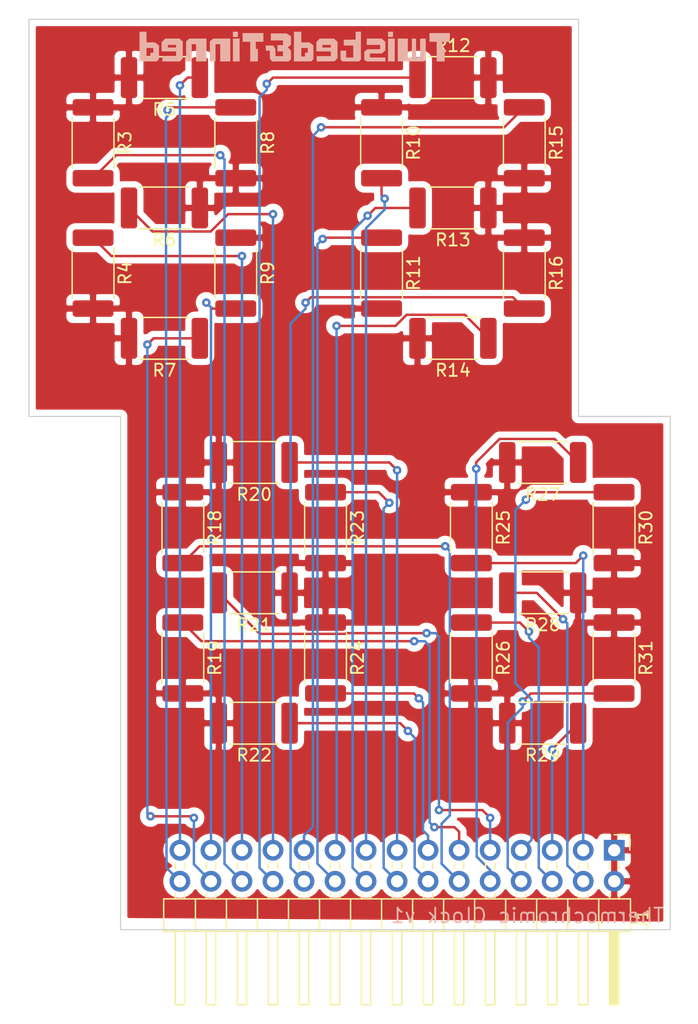
<source format=kicad_pcb>
(kicad_pcb (version 20171130) (host pcbnew "(5.1.5)-3")

  (general
    (thickness 1.6002)
    (drawings 11)
    (tracks 214)
    (zones 0)
    (modules 30)
    (nets 30)
  )

  (page USLetter)
  (title_block
    (rev 1)
  )

  (layers
    (0 Front signal)
    (1 In1.Cu signal)
    (2 In2.Cu signal)
    (31 Back signal)
    (34 B.Paste user)
    (35 F.Paste user)
    (36 B.SilkS user)
    (37 F.SilkS user)
    (38 B.Mask user)
    (39 F.Mask user)
    (44 Edge.Cuts user)
    (45 Margin user)
    (46 B.CrtYd user)
    (47 F.CrtYd user)
    (49 F.Fab user)
  )

  (setup
    (last_trace_width 0.15)
    (user_trace_width 0.2)
    (user_trace_width 0.4)
    (user_trace_width 0.6)
    (user_trace_width 1)
    (trace_clearance 0.15)
    (zone_clearance 0.508)
    (zone_45_only no)
    (trace_min 0.1)
    (via_size 0.7)
    (via_drill 0.3)
    (via_min_size 0.5)
    (via_min_drill 0.2)
    (user_via 0.5 0.2)
    (user_via 0.9 0.4)
    (uvia_size 0.6858)
    (uvia_drill 0.3302)
    (uvias_allowed no)
    (uvia_min_size 0)
    (uvia_min_drill 0)
    (edge_width 0.05)
    (segment_width 0.2)
    (pcb_text_width 0.2)
    (pcb_text_size 1 1)
    (mod_edge_width 0.15)
    (mod_text_size 0.8 0.8)
    (mod_text_width 0.15)
    (pad_size 1.524 1.524)
    (pad_drill 0.762)
    (pad_to_mask_clearance 0)
    (solder_mask_min_width 0.1016)
    (aux_axis_origin 0 0)
    (visible_elements 7FFFFFFF)
    (pcbplotparams
      (layerselection 0x010f0_fffffff9)
      (usegerberextensions true)
      (usegerberattributes false)
      (usegerberadvancedattributes false)
      (creategerberjobfile false)
      (excludeedgelayer true)
      (linewidth 0.152400)
      (plotframeref false)
      (viasonmask false)
      (mode 1)
      (useauxorigin false)
      (hpglpennumber 1)
      (hpglpenspeed 20)
      (hpglpendiameter 15.000000)
      (psnegative false)
      (psa4output false)
      (plotreference true)
      (plotvalue true)
      (plotinvisibletext false)
      (padsonsilk false)
      (subtractmaskfromsilk false)
      (outputformat 1)
      (mirror false)
      (drillshape 0)
      (scaleselection 1)
      (outputdirectory "./gerbers"))
  )

  (net 0 "")
  (net 1 +5V)
  (net 2 /4F)
  (net 3 /4D)
  (net 4 /4B)
  (net 5 /3G)
  (net 6 /3E)
  (net 7 /3C)
  (net 8 /3A)
  (net 9 /2F)
  (net 10 /2D)
  (net 11 /2B)
  (net 12 /1G)
  (net 13 /1E)
  (net 14 /1C)
  (net 15 /1A)
  (net 16 /4G)
  (net 17 /4E)
  (net 18 /4C)
  (net 19 /4A)
  (net 20 /3F)
  (net 21 /3D)
  (net 22 /3B)
  (net 23 /2G)
  (net 24 /2E)
  (net 25 /2C)
  (net 26 /2A)
  (net 27 /1F)
  (net 28 /1D)
  (net 29 /1B)

  (net_class Default "This is the default net class."
    (clearance 0.15)
    (trace_width 0.15)
    (via_dia 0.7)
    (via_drill 0.3)
    (uvia_dia 0.6858)
    (uvia_drill 0.3302)
    (diff_pair_width 0.1524)
    (diff_pair_gap 0.254)
    (add_net +5V)
    (add_net /1A)
    (add_net /1B)
    (add_net /1C)
    (add_net /1D)
    (add_net /1E)
    (add_net /1F)
    (add_net /1G)
    (add_net /2A)
    (add_net /2B)
    (add_net /2C)
    (add_net /2D)
    (add_net /2E)
    (add_net /2F)
    (add_net /2G)
    (add_net /3A)
    (add_net /3B)
    (add_net /3C)
    (add_net /3D)
    (add_net /3E)
    (add_net /3F)
    (add_net /3G)
    (add_net /4A)
    (add_net /4B)
    (add_net /4C)
    (add_net /4D)
    (add_net /4E)
    (add_net /4F)
    (add_net /4G)
  )

  (module graphics:twisted_tinned_logo (layer Back) (tedit 0) (tstamp 608B6AAF)
    (at 111.76 62.23 180)
    (fp_text reference G*** (at 0 0) (layer B.SilkS) hide
      (effects (font (size 1.524 1.524) (thickness 0.3)) (justify mirror))
    )
    (fp_text value LOGO (at 0.75 0) (layer B.SilkS) hide
      (effects (font (size 1.524 1.524) (thickness 0.3)) (justify mirror))
    )
    (fp_poly (pts (xy 5.051777 0.790222) (xy 4.656666 0.790222) (xy 4.656666 1.213555) (xy 5.051777 1.213555)
      (xy 5.051777 0.790222)) (layer B.SilkS) (width 0.01))
    (fp_poly (pts (xy -7.648223 0.790222) (xy -8.043334 0.790222) (xy -8.043334 1.213555) (xy -7.648223 1.213555)
      (xy -7.648223 0.790222)) (layer B.SilkS) (width 0.01))
    (fp_poly (pts (xy 12.7 -1.213556) (xy 11.299961 -1.213556) (xy 11.119555 -1.027424) (xy 11.119555 -0.112889)
      (xy 11.571111 -0.112889) (xy 11.571111 -0.504755) (xy 11.691055 -0.513433) (xy 11.811 -0.522111)
      (xy 11.82806 -0.818445) (xy 12.135555 -0.818445) (xy 12.135555 -0.112889) (xy 11.571111 -0.112889)
      (xy 11.119555 -0.112889) (xy 11.119555 0.083841) (xy 11.444111 0.338631) (xy 12.135555 0.338667)
      (xy 12.135555 1.213555) (xy 12.7 1.213555) (xy 12.7 -1.213556)) (layer B.SilkS) (width 0.01))
    (fp_poly (pts (xy 10.746575 0.500057) (xy 10.893777 0.351003) (xy 10.893777 -0.395111) (xy 9.708444 -0.395111)
      (xy 9.708444 -0.790222) (xy 10.837333 -0.790222) (xy 10.837333 -1.213556) (xy 9.402797 -1.213556)
      (xy 9.287509 -1.082582) (xy 9.172222 -0.951609) (xy 9.172222 0.141111) (xy 9.708444 0.141111)
      (xy 9.708444 -0.084667) (xy 10.385777 -0.084667) (xy 10.385777 0.141111) (xy 9.708444 0.141111)
      (xy 9.172222 0.141111) (xy 9.172222 0.418077) (xy 9.448166 0.649111) (xy 10.599372 0.649111)
      (xy 10.746575 0.500057)) (layer B.SilkS) (width 0.01))
    (fp_poly (pts (xy 8.759026 0.533824) (xy 8.89 0.418536) (xy 8.89 -1.213556) (xy 8.438444 -1.213556)
      (xy 8.438444 0.197555) (xy 8.071555 0.197555) (xy 8.071555 -1.213556) (xy 7.224888 -1.213556)
      (xy 7.224888 0.649111) (xy 8.628053 0.649111) (xy 8.759026 0.533824)) (layer B.SilkS) (width 0.01))
    (fp_poly (pts (xy 6.942666 0.418077) (xy 6.942666 -1.213556) (xy 6.491111 -1.213556) (xy 6.491111 0.197555)
      (xy 6.096 0.197555) (xy 6.096 -1.213556) (xy 5.277555 -1.213556) (xy 5.277555 0.649111)
      (xy 6.666722 0.649111) (xy 6.942666 0.418077)) (layer B.SilkS) (width 0.01))
    (fp_poly (pts (xy 5.051777 -1.213556) (xy 4.515555 -1.213556) (xy 4.515555 0.649111) (xy 5.051777 0.649111)
      (xy 5.051777 -1.213556)) (layer B.SilkS) (width 0.01))
    (fp_poly (pts (xy 4.261555 0.395111) (xy 3.640666 0.395111) (xy 3.640666 -1.213556) (xy 3.019777 -1.213556)
      (xy 3.019777 -0.197556) (xy 3.189111 -0.197556) (xy 3.189111 0.395111) (xy 2.568222 0.395111)
      (xy 2.568222 1.100667) (xy 4.261555 1.100667) (xy 4.261555 0.395111)) (layer B.SilkS) (width 0.01))
    (fp_poly (pts (xy 1.947333 0.508) (xy 0.959555 0.508) (xy 0.959555 0.112889) (xy 1.411111 0.112889)
      (xy 1.411111 -0.395111) (xy 0.959555 -0.395111) (xy 0.959555 -0.790222) (xy 1.580444 -0.790222)
      (xy 1.581144 -0.486833) (xy 1.582047 -0.352167) (xy 1.58619 -0.259557) (xy 1.596831 -0.194614)
      (xy 1.617226 -0.142951) (xy 1.650635 -0.090179) (xy 1.680196 -0.049389) (xy 1.778548 0.084667)
      (xy 2.373139 0.084667) (xy 2.364847 -0.119945) (xy 2.356555 -0.324556) (xy 2.194277 -0.33302)
      (xy 2.032 -0.341484) (xy 2.032 -0.666286) (xy 2.031501 -0.806262) (xy 2.028236 -0.902738)
      (xy 2.01955 -0.968655) (xy 2.002792 -1.016957) (xy 1.975307 -1.060587) (xy 1.942609 -1.102322)
      (xy 1.853219 -1.213556) (xy 0.49085 -1.213556) (xy 0.310444 -1.027424) (xy 0.310444 -0.351808)
      (xy 0.437998 -0.205995) (xy 0.565553 -0.060181) (xy 0.437998 0.046442) (xy 0.310444 0.153064)
      (xy 0.310444 0.840037) (xy 0.4888 0.956241) (xy 0.667157 1.072444) (xy 1.947333 1.072444)
      (xy 1.947333 0.508)) (layer B.SilkS) (width 0.01))
    (fp_poly (pts (xy 0.056444 -1.213556) (xy -1.368778 -1.20948) (xy -1.524 -1.022364) (xy -1.524 -0.112889)
      (xy -1.072445 -0.112889) (xy -1.072445 -0.508) (xy -0.846667 -0.508) (xy -0.846667 -0.818445)
      (xy -0.536223 -0.818445) (xy -0.536223 -0.112889) (xy -1.072445 -0.112889) (xy -1.524 -0.112889)
      (xy -1.524 0.102041) (xy -1.201666 0.338667) (xy -0.536223 0.338667) (xy -0.536223 1.213555)
      (xy 0.056444 1.213555) (xy 0.056444 -1.213556)) (layer B.SilkS) (width 0.01))
    (fp_poly (pts (xy -1.778 0.369307) (xy -1.778 -0.395111) (xy -2.963334 -0.395111) (xy -2.963334 -0.790222)
      (xy -1.806223 -0.790222) (xy -1.806223 -1.213556) (xy -2.532945 -1.210684) (xy -3.259667 -1.207813)
      (xy -3.379612 -1.073825) (xy -3.499556 -0.939837) (xy -3.499556 0.141111) (xy -2.963334 0.141111)
      (xy -2.963334 -0.084667) (xy -2.257778 -0.084667) (xy -2.257778 0.141111) (xy -2.963334 0.141111)
      (xy -3.499556 0.141111) (xy -3.499556 0.387387) (xy -3.219752 0.649111) (xy -2.039724 0.649111)
      (xy -1.778 0.369307)) (layer B.SilkS) (width 0.01))
    (fp_poly (pts (xy -4.995334 0.565777) (xy -4.5085 0.558055) (xy -4.021667 0.550333) (xy -4.021667 0.098778)
      (xy -4.409723 0.090926) (xy -4.797778 0.083074) (xy -4.797778 -0.903111) (xy -4.205112 -0.903111)
      (xy -4.205112 -0.338667) (xy -3.753556 -0.338667) (xy -3.753556 -0.696956) (xy -3.75402 -0.845268)
      (xy -3.75671 -0.948379) (xy -3.763577 -1.017535) (xy -3.776568 -1.063978) (xy -3.797634 -1.098953)
      (xy -3.828724 -1.133703) (xy -3.829392 -1.1344) (xy -3.905227 -1.213556) (xy -5.266996 -1.213556)
      (xy -5.342831 -1.1344) (xy -5.418667 -1.055245) (xy -5.418667 1.213555) (xy -4.995334 1.213555)
      (xy -4.995334 0.565777)) (layer B.SilkS) (width 0.01))
    (fp_poly (pts (xy -5.898445 0.141111) (xy -6.999112 0.141111) (xy -6.999112 -0.225778) (xy -5.946592 -0.225778)
      (xy -5.82374 -0.326445) (xy -5.700889 -0.427112) (xy -5.700889 -1.067427) (xy -5.787721 -1.140491)
      (xy -5.874553 -1.213556) (xy -7.422445 -1.213556) (xy -7.422445 -0.903111) (xy -6.152445 -0.903111)
      (xy -6.152445 -0.564445) (xy -7.134118 -0.564445) (xy -7.278281 -0.434829) (xy -7.422445 -0.305214)
      (xy -7.421733 0.381) (xy -7.268869 0.515055) (xy -7.116005 0.649111) (xy -5.898445 0.649111)
      (xy -5.898445 0.141111)) (layer B.SilkS) (width 0.01))
    (fp_poly (pts (xy -7.648223 -1.213556) (xy -8.184445 -1.213556) (xy -8.184445 0.649111) (xy -7.648223 0.649111)
      (xy -7.648223 -1.213556)) (layer B.SilkS) (width 0.01))
    (fp_poly (pts (xy -10.272889 -0.903111) (xy -9.934223 -0.903111) (xy -9.934223 0.649111) (xy -9.595556 0.649111)
      (xy -9.595556 -0.903111) (xy -9.256889 -0.903111) (xy -9.256889 0.649111) (xy -8.438445 0.649111)
      (xy -8.438445 -1.213556) (xy -10.601717 -1.213556) (xy -10.663081 -1.148237) (xy -10.680352 -1.128339)
      (xy -10.694035 -1.105305) (xy -10.704548 -1.072797) (xy -10.712308 -1.024478) (xy -10.717734 -0.954013)
      (xy -10.721241 -0.855064) (xy -10.723249 -0.721294) (xy -10.724174 -0.546366) (xy -10.724434 -0.323944)
      (xy -10.724445 -0.216903) (xy -10.724445 0.649111) (xy -10.272889 0.649111) (xy -10.272889 -0.903111)) (layer B.SilkS) (width 0.01))
    (fp_poly (pts (xy -11.034889 0.395111) (xy -11.627556 0.395111) (xy -11.627556 -1.213556) (xy -12.276667 -1.213556)
      (xy -12.276667 -0.197556) (xy -12.079112 -0.197556) (xy -12.079112 0.395111) (xy -12.7 0.395111)
      (xy -12.7 1.100667) (xy -11.034889 1.100667) (xy -11.034889 0.395111)) (layer B.SilkS) (width 0.01))
  )

  (module Connector_PinHeader_2.54mm:PinHeader_2x15_P2.54mm_Horizontal (layer Front) (tedit 59FED5CB) (tstamp 608B5E94)
    (at 137.922 128 270)
    (descr "Through hole angled pin header, 2x15, 2.54mm pitch, 6mm pin length, double rows")
    (tags "Through hole angled pin header THT 2x15 2.54mm double row")
    (path /6096337C)
    (fp_text reference J1 (at 5.655 -2.27 90) (layer F.SilkS)
      (effects (font (size 1 1) (thickness 0.15)))
    )
    (fp_text value Conn_02x15_Odd_Even (at 5.655 37.83 90) (layer F.Fab)
      (effects (font (size 1 1) (thickness 0.15)))
    )
    (fp_text user %R (at 5.31 17.78) (layer F.Fab)
      (effects (font (size 1 1) (thickness 0.15)))
    )
    (fp_line (start 13.1 -1.8) (end -1.8 -1.8) (layer F.CrtYd) (width 0.05))
    (fp_line (start 13.1 37.35) (end 13.1 -1.8) (layer F.CrtYd) (width 0.05))
    (fp_line (start -1.8 37.35) (end 13.1 37.35) (layer F.CrtYd) (width 0.05))
    (fp_line (start -1.8 -1.8) (end -1.8 37.35) (layer F.CrtYd) (width 0.05))
    (fp_line (start -1.27 -1.27) (end 0 -1.27) (layer F.SilkS) (width 0.12))
    (fp_line (start -1.27 0) (end -1.27 -1.27) (layer F.SilkS) (width 0.12))
    (fp_line (start 1.042929 35.94) (end 1.497071 35.94) (layer F.SilkS) (width 0.12))
    (fp_line (start 1.042929 35.18) (end 1.497071 35.18) (layer F.SilkS) (width 0.12))
    (fp_line (start 3.582929 35.94) (end 3.98 35.94) (layer F.SilkS) (width 0.12))
    (fp_line (start 3.582929 35.18) (end 3.98 35.18) (layer F.SilkS) (width 0.12))
    (fp_line (start 12.64 35.94) (end 6.64 35.94) (layer F.SilkS) (width 0.12))
    (fp_line (start 12.64 35.18) (end 12.64 35.94) (layer F.SilkS) (width 0.12))
    (fp_line (start 6.64 35.18) (end 12.64 35.18) (layer F.SilkS) (width 0.12))
    (fp_line (start 3.98 34.29) (end 6.64 34.29) (layer F.SilkS) (width 0.12))
    (fp_line (start 1.042929 33.4) (end 1.497071 33.4) (layer F.SilkS) (width 0.12))
    (fp_line (start 1.042929 32.64) (end 1.497071 32.64) (layer F.SilkS) (width 0.12))
    (fp_line (start 3.582929 33.4) (end 3.98 33.4) (layer F.SilkS) (width 0.12))
    (fp_line (start 3.582929 32.64) (end 3.98 32.64) (layer F.SilkS) (width 0.12))
    (fp_line (start 12.64 33.4) (end 6.64 33.4) (layer F.SilkS) (width 0.12))
    (fp_line (start 12.64 32.64) (end 12.64 33.4) (layer F.SilkS) (width 0.12))
    (fp_line (start 6.64 32.64) (end 12.64 32.64) (layer F.SilkS) (width 0.12))
    (fp_line (start 3.98 31.75) (end 6.64 31.75) (layer F.SilkS) (width 0.12))
    (fp_line (start 1.042929 30.86) (end 1.497071 30.86) (layer F.SilkS) (width 0.12))
    (fp_line (start 1.042929 30.1) (end 1.497071 30.1) (layer F.SilkS) (width 0.12))
    (fp_line (start 3.582929 30.86) (end 3.98 30.86) (layer F.SilkS) (width 0.12))
    (fp_line (start 3.582929 30.1) (end 3.98 30.1) (layer F.SilkS) (width 0.12))
    (fp_line (start 12.64 30.86) (end 6.64 30.86) (layer F.SilkS) (width 0.12))
    (fp_line (start 12.64 30.1) (end 12.64 30.86) (layer F.SilkS) (width 0.12))
    (fp_line (start 6.64 30.1) (end 12.64 30.1) (layer F.SilkS) (width 0.12))
    (fp_line (start 3.98 29.21) (end 6.64 29.21) (layer F.SilkS) (width 0.12))
    (fp_line (start 1.042929 28.32) (end 1.497071 28.32) (layer F.SilkS) (width 0.12))
    (fp_line (start 1.042929 27.56) (end 1.497071 27.56) (layer F.SilkS) (width 0.12))
    (fp_line (start 3.582929 28.32) (end 3.98 28.32) (layer F.SilkS) (width 0.12))
    (fp_line (start 3.582929 27.56) (end 3.98 27.56) (layer F.SilkS) (width 0.12))
    (fp_line (start 12.64 28.32) (end 6.64 28.32) (layer F.SilkS) (width 0.12))
    (fp_line (start 12.64 27.56) (end 12.64 28.32) (layer F.SilkS) (width 0.12))
    (fp_line (start 6.64 27.56) (end 12.64 27.56) (layer F.SilkS) (width 0.12))
    (fp_line (start 3.98 26.67) (end 6.64 26.67) (layer F.SilkS) (width 0.12))
    (fp_line (start 1.042929 25.78) (end 1.497071 25.78) (layer F.SilkS) (width 0.12))
    (fp_line (start 1.042929 25.02) (end 1.497071 25.02) (layer F.SilkS) (width 0.12))
    (fp_line (start 3.582929 25.78) (end 3.98 25.78) (layer F.SilkS) (width 0.12))
    (fp_line (start 3.582929 25.02) (end 3.98 25.02) (layer F.SilkS) (width 0.12))
    (fp_line (start 12.64 25.78) (end 6.64 25.78) (layer F.SilkS) (width 0.12))
    (fp_line (start 12.64 25.02) (end 12.64 25.78) (layer F.SilkS) (width 0.12))
    (fp_line (start 6.64 25.02) (end 12.64 25.02) (layer F.SilkS) (width 0.12))
    (fp_line (start 3.98 24.13) (end 6.64 24.13) (layer F.SilkS) (width 0.12))
    (fp_line (start 1.042929 23.24) (end 1.497071 23.24) (layer F.SilkS) (width 0.12))
    (fp_line (start 1.042929 22.48) (end 1.497071 22.48) (layer F.SilkS) (width 0.12))
    (fp_line (start 3.582929 23.24) (end 3.98 23.24) (layer F.SilkS) (width 0.12))
    (fp_line (start 3.582929 22.48) (end 3.98 22.48) (layer F.SilkS) (width 0.12))
    (fp_line (start 12.64 23.24) (end 6.64 23.24) (layer F.SilkS) (width 0.12))
    (fp_line (start 12.64 22.48) (end 12.64 23.24) (layer F.SilkS) (width 0.12))
    (fp_line (start 6.64 22.48) (end 12.64 22.48) (layer F.SilkS) (width 0.12))
    (fp_line (start 3.98 21.59) (end 6.64 21.59) (layer F.SilkS) (width 0.12))
    (fp_line (start 1.042929 20.7) (end 1.497071 20.7) (layer F.SilkS) (width 0.12))
    (fp_line (start 1.042929 19.94) (end 1.497071 19.94) (layer F.SilkS) (width 0.12))
    (fp_line (start 3.582929 20.7) (end 3.98 20.7) (layer F.SilkS) (width 0.12))
    (fp_line (start 3.582929 19.94) (end 3.98 19.94) (layer F.SilkS) (width 0.12))
    (fp_line (start 12.64 20.7) (end 6.64 20.7) (layer F.SilkS) (width 0.12))
    (fp_line (start 12.64 19.94) (end 12.64 20.7) (layer F.SilkS) (width 0.12))
    (fp_line (start 6.64 19.94) (end 12.64 19.94) (layer F.SilkS) (width 0.12))
    (fp_line (start 3.98 19.05) (end 6.64 19.05) (layer F.SilkS) (width 0.12))
    (fp_line (start 1.042929 18.16) (end 1.497071 18.16) (layer F.SilkS) (width 0.12))
    (fp_line (start 1.042929 17.4) (end 1.497071 17.4) (layer F.SilkS) (width 0.12))
    (fp_line (start 3.582929 18.16) (end 3.98 18.16) (layer F.SilkS) (width 0.12))
    (fp_line (start 3.582929 17.4) (end 3.98 17.4) (layer F.SilkS) (width 0.12))
    (fp_line (start 12.64 18.16) (end 6.64 18.16) (layer F.SilkS) (width 0.12))
    (fp_line (start 12.64 17.4) (end 12.64 18.16) (layer F.SilkS) (width 0.12))
    (fp_line (start 6.64 17.4) (end 12.64 17.4) (layer F.SilkS) (width 0.12))
    (fp_line (start 3.98 16.51) (end 6.64 16.51) (layer F.SilkS) (width 0.12))
    (fp_line (start 1.042929 15.62) (end 1.497071 15.62) (layer F.SilkS) (width 0.12))
    (fp_line (start 1.042929 14.86) (end 1.497071 14.86) (layer F.SilkS) (width 0.12))
    (fp_line (start 3.582929 15.62) (end 3.98 15.62) (layer F.SilkS) (width 0.12))
    (fp_line (start 3.582929 14.86) (end 3.98 14.86) (layer F.SilkS) (width 0.12))
    (fp_line (start 12.64 15.62) (end 6.64 15.62) (layer F.SilkS) (width 0.12))
    (fp_line (start 12.64 14.86) (end 12.64 15.62) (layer F.SilkS) (width 0.12))
    (fp_line (start 6.64 14.86) (end 12.64 14.86) (layer F.SilkS) (width 0.12))
    (fp_line (start 3.98 13.97) (end 6.64 13.97) (layer F.SilkS) (width 0.12))
    (fp_line (start 1.042929 13.08) (end 1.497071 13.08) (layer F.SilkS) (width 0.12))
    (fp_line (start 1.042929 12.32) (end 1.497071 12.32) (layer F.SilkS) (width 0.12))
    (fp_line (start 3.582929 13.08) (end 3.98 13.08) (layer F.SilkS) (width 0.12))
    (fp_line (start 3.582929 12.32) (end 3.98 12.32) (layer F.SilkS) (width 0.12))
    (fp_line (start 12.64 13.08) (end 6.64 13.08) (layer F.SilkS) (width 0.12))
    (fp_line (start 12.64 12.32) (end 12.64 13.08) (layer F.SilkS) (width 0.12))
    (fp_line (start 6.64 12.32) (end 12.64 12.32) (layer F.SilkS) (width 0.12))
    (fp_line (start 3.98 11.43) (end 6.64 11.43) (layer F.SilkS) (width 0.12))
    (fp_line (start 1.042929 10.54) (end 1.497071 10.54) (layer F.SilkS) (width 0.12))
    (fp_line (start 1.042929 9.78) (end 1.497071 9.78) (layer F.SilkS) (width 0.12))
    (fp_line (start 3.582929 10.54) (end 3.98 10.54) (layer F.SilkS) (width 0.12))
    (fp_line (start 3.582929 9.78) (end 3.98 9.78) (layer F.SilkS) (width 0.12))
    (fp_line (start 12.64 10.54) (end 6.64 10.54) (layer F.SilkS) (width 0.12))
    (fp_line (start 12.64 9.78) (end 12.64 10.54) (layer F.SilkS) (width 0.12))
    (fp_line (start 6.64 9.78) (end 12.64 9.78) (layer F.SilkS) (width 0.12))
    (fp_line (start 3.98 8.89) (end 6.64 8.89) (layer F.SilkS) (width 0.12))
    (fp_line (start 1.042929 8) (end 1.497071 8) (layer F.SilkS) (width 0.12))
    (fp_line (start 1.042929 7.24) (end 1.497071 7.24) (layer F.SilkS) (width 0.12))
    (fp_line (start 3.582929 8) (end 3.98 8) (layer F.SilkS) (width 0.12))
    (fp_line (start 3.582929 7.24) (end 3.98 7.24) (layer F.SilkS) (width 0.12))
    (fp_line (start 12.64 8) (end 6.64 8) (layer F.SilkS) (width 0.12))
    (fp_line (start 12.64 7.24) (end 12.64 8) (layer F.SilkS) (width 0.12))
    (fp_line (start 6.64 7.24) (end 12.64 7.24) (layer F.SilkS) (width 0.12))
    (fp_line (start 3.98 6.35) (end 6.64 6.35) (layer F.SilkS) (width 0.12))
    (fp_line (start 1.042929 5.46) (end 1.497071 5.46) (layer F.SilkS) (width 0.12))
    (fp_line (start 1.042929 4.7) (end 1.497071 4.7) (layer F.SilkS) (width 0.12))
    (fp_line (start 3.582929 5.46) (end 3.98 5.46) (layer F.SilkS) (width 0.12))
    (fp_line (start 3.582929 4.7) (end 3.98 4.7) (layer F.SilkS) (width 0.12))
    (fp_line (start 12.64 5.46) (end 6.64 5.46) (layer F.SilkS) (width 0.12))
    (fp_line (start 12.64 4.7) (end 12.64 5.46) (layer F.SilkS) (width 0.12))
    (fp_line (start 6.64 4.7) (end 12.64 4.7) (layer F.SilkS) (width 0.12))
    (fp_line (start 3.98 3.81) (end 6.64 3.81) (layer F.SilkS) (width 0.12))
    (fp_line (start 1.042929 2.92) (end 1.497071 2.92) (layer F.SilkS) (width 0.12))
    (fp_line (start 1.042929 2.16) (end 1.497071 2.16) (layer F.SilkS) (width 0.12))
    (fp_line (start 3.582929 2.92) (end 3.98 2.92) (layer F.SilkS) (width 0.12))
    (fp_line (start 3.582929 2.16) (end 3.98 2.16) (layer F.SilkS) (width 0.12))
    (fp_line (start 12.64 2.92) (end 6.64 2.92) (layer F.SilkS) (width 0.12))
    (fp_line (start 12.64 2.16) (end 12.64 2.92) (layer F.SilkS) (width 0.12))
    (fp_line (start 6.64 2.16) (end 12.64 2.16) (layer F.SilkS) (width 0.12))
    (fp_line (start 3.98 1.27) (end 6.64 1.27) (layer F.SilkS) (width 0.12))
    (fp_line (start 1.11 0.38) (end 1.497071 0.38) (layer F.SilkS) (width 0.12))
    (fp_line (start 1.11 -0.38) (end 1.497071 -0.38) (layer F.SilkS) (width 0.12))
    (fp_line (start 3.582929 0.38) (end 3.98 0.38) (layer F.SilkS) (width 0.12))
    (fp_line (start 3.582929 -0.38) (end 3.98 -0.38) (layer F.SilkS) (width 0.12))
    (fp_line (start 6.64 0.28) (end 12.64 0.28) (layer F.SilkS) (width 0.12))
    (fp_line (start 6.64 0.16) (end 12.64 0.16) (layer F.SilkS) (width 0.12))
    (fp_line (start 6.64 0.04) (end 12.64 0.04) (layer F.SilkS) (width 0.12))
    (fp_line (start 6.64 -0.08) (end 12.64 -0.08) (layer F.SilkS) (width 0.12))
    (fp_line (start 6.64 -0.2) (end 12.64 -0.2) (layer F.SilkS) (width 0.12))
    (fp_line (start 6.64 -0.32) (end 12.64 -0.32) (layer F.SilkS) (width 0.12))
    (fp_line (start 12.64 0.38) (end 6.64 0.38) (layer F.SilkS) (width 0.12))
    (fp_line (start 12.64 -0.38) (end 12.64 0.38) (layer F.SilkS) (width 0.12))
    (fp_line (start 6.64 -0.38) (end 12.64 -0.38) (layer F.SilkS) (width 0.12))
    (fp_line (start 6.64 -1.33) (end 3.98 -1.33) (layer F.SilkS) (width 0.12))
    (fp_line (start 6.64 36.89) (end 6.64 -1.33) (layer F.SilkS) (width 0.12))
    (fp_line (start 3.98 36.89) (end 6.64 36.89) (layer F.SilkS) (width 0.12))
    (fp_line (start 3.98 -1.33) (end 3.98 36.89) (layer F.SilkS) (width 0.12))
    (fp_line (start 6.58 35.88) (end 12.58 35.88) (layer F.Fab) (width 0.1))
    (fp_line (start 12.58 35.24) (end 12.58 35.88) (layer F.Fab) (width 0.1))
    (fp_line (start 6.58 35.24) (end 12.58 35.24) (layer F.Fab) (width 0.1))
    (fp_line (start -0.32 35.88) (end 4.04 35.88) (layer F.Fab) (width 0.1))
    (fp_line (start -0.32 35.24) (end -0.32 35.88) (layer F.Fab) (width 0.1))
    (fp_line (start -0.32 35.24) (end 4.04 35.24) (layer F.Fab) (width 0.1))
    (fp_line (start 6.58 33.34) (end 12.58 33.34) (layer F.Fab) (width 0.1))
    (fp_line (start 12.58 32.7) (end 12.58 33.34) (layer F.Fab) (width 0.1))
    (fp_line (start 6.58 32.7) (end 12.58 32.7) (layer F.Fab) (width 0.1))
    (fp_line (start -0.32 33.34) (end 4.04 33.34) (layer F.Fab) (width 0.1))
    (fp_line (start -0.32 32.7) (end -0.32 33.34) (layer F.Fab) (width 0.1))
    (fp_line (start -0.32 32.7) (end 4.04 32.7) (layer F.Fab) (width 0.1))
    (fp_line (start 6.58 30.8) (end 12.58 30.8) (layer F.Fab) (width 0.1))
    (fp_line (start 12.58 30.16) (end 12.58 30.8) (layer F.Fab) (width 0.1))
    (fp_line (start 6.58 30.16) (end 12.58 30.16) (layer F.Fab) (width 0.1))
    (fp_line (start -0.32 30.8) (end 4.04 30.8) (layer F.Fab) (width 0.1))
    (fp_line (start -0.32 30.16) (end -0.32 30.8) (layer F.Fab) (width 0.1))
    (fp_line (start -0.32 30.16) (end 4.04 30.16) (layer F.Fab) (width 0.1))
    (fp_line (start 6.58 28.26) (end 12.58 28.26) (layer F.Fab) (width 0.1))
    (fp_line (start 12.58 27.62) (end 12.58 28.26) (layer F.Fab) (width 0.1))
    (fp_line (start 6.58 27.62) (end 12.58 27.62) (layer F.Fab) (width 0.1))
    (fp_line (start -0.32 28.26) (end 4.04 28.26) (layer F.Fab) (width 0.1))
    (fp_line (start -0.32 27.62) (end -0.32 28.26) (layer F.Fab) (width 0.1))
    (fp_line (start -0.32 27.62) (end 4.04 27.62) (layer F.Fab) (width 0.1))
    (fp_line (start 6.58 25.72) (end 12.58 25.72) (layer F.Fab) (width 0.1))
    (fp_line (start 12.58 25.08) (end 12.58 25.72) (layer F.Fab) (width 0.1))
    (fp_line (start 6.58 25.08) (end 12.58 25.08) (layer F.Fab) (width 0.1))
    (fp_line (start -0.32 25.72) (end 4.04 25.72) (layer F.Fab) (width 0.1))
    (fp_line (start -0.32 25.08) (end -0.32 25.72) (layer F.Fab) (width 0.1))
    (fp_line (start -0.32 25.08) (end 4.04 25.08) (layer F.Fab) (width 0.1))
    (fp_line (start 6.58 23.18) (end 12.58 23.18) (layer F.Fab) (width 0.1))
    (fp_line (start 12.58 22.54) (end 12.58 23.18) (layer F.Fab) (width 0.1))
    (fp_line (start 6.58 22.54) (end 12.58 22.54) (layer F.Fab) (width 0.1))
    (fp_line (start -0.32 23.18) (end 4.04 23.18) (layer F.Fab) (width 0.1))
    (fp_line (start -0.32 22.54) (end -0.32 23.18) (layer F.Fab) (width 0.1))
    (fp_line (start -0.32 22.54) (end 4.04 22.54) (layer F.Fab) (width 0.1))
    (fp_line (start 6.58 20.64) (end 12.58 20.64) (layer F.Fab) (width 0.1))
    (fp_line (start 12.58 20) (end 12.58 20.64) (layer F.Fab) (width 0.1))
    (fp_line (start 6.58 20) (end 12.58 20) (layer F.Fab) (width 0.1))
    (fp_line (start -0.32 20.64) (end 4.04 20.64) (layer F.Fab) (width 0.1))
    (fp_line (start -0.32 20) (end -0.32 20.64) (layer F.Fab) (width 0.1))
    (fp_line (start -0.32 20) (end 4.04 20) (layer F.Fab) (width 0.1))
    (fp_line (start 6.58 18.1) (end 12.58 18.1) (layer F.Fab) (width 0.1))
    (fp_line (start 12.58 17.46) (end 12.58 18.1) (layer F.Fab) (width 0.1))
    (fp_line (start 6.58 17.46) (end 12.58 17.46) (layer F.Fab) (width 0.1))
    (fp_line (start -0.32 18.1) (end 4.04 18.1) (layer F.Fab) (width 0.1))
    (fp_line (start -0.32 17.46) (end -0.32 18.1) (layer F.Fab) (width 0.1))
    (fp_line (start -0.32 17.46) (end 4.04 17.46) (layer F.Fab) (width 0.1))
    (fp_line (start 6.58 15.56) (end 12.58 15.56) (layer F.Fab) (width 0.1))
    (fp_line (start 12.58 14.92) (end 12.58 15.56) (layer F.Fab) (width 0.1))
    (fp_line (start 6.58 14.92) (end 12.58 14.92) (layer F.Fab) (width 0.1))
    (fp_line (start -0.32 15.56) (end 4.04 15.56) (layer F.Fab) (width 0.1))
    (fp_line (start -0.32 14.92) (end -0.32 15.56) (layer F.Fab) (width 0.1))
    (fp_line (start -0.32 14.92) (end 4.04 14.92) (layer F.Fab) (width 0.1))
    (fp_line (start 6.58 13.02) (end 12.58 13.02) (layer F.Fab) (width 0.1))
    (fp_line (start 12.58 12.38) (end 12.58 13.02) (layer F.Fab) (width 0.1))
    (fp_line (start 6.58 12.38) (end 12.58 12.38) (layer F.Fab) (width 0.1))
    (fp_line (start -0.32 13.02) (end 4.04 13.02) (layer F.Fab) (width 0.1))
    (fp_line (start -0.32 12.38) (end -0.32 13.02) (layer F.Fab) (width 0.1))
    (fp_line (start -0.32 12.38) (end 4.04 12.38) (layer F.Fab) (width 0.1))
    (fp_line (start 6.58 10.48) (end 12.58 10.48) (layer F.Fab) (width 0.1))
    (fp_line (start 12.58 9.84) (end 12.58 10.48) (layer F.Fab) (width 0.1))
    (fp_line (start 6.58 9.84) (end 12.58 9.84) (layer F.Fab) (width 0.1))
    (fp_line (start -0.32 10.48) (end 4.04 10.48) (layer F.Fab) (width 0.1))
    (fp_line (start -0.32 9.84) (end -0.32 10.48) (layer F.Fab) (width 0.1))
    (fp_line (start -0.32 9.84) (end 4.04 9.84) (layer F.Fab) (width 0.1))
    (fp_line (start 6.58 7.94) (end 12.58 7.94) (layer F.Fab) (width 0.1))
    (fp_line (start 12.58 7.3) (end 12.58 7.94) (layer F.Fab) (width 0.1))
    (fp_line (start 6.58 7.3) (end 12.58 7.3) (layer F.Fab) (width 0.1))
    (fp_line (start -0.32 7.94) (end 4.04 7.94) (layer F.Fab) (width 0.1))
    (fp_line (start -0.32 7.3) (end -0.32 7.94) (layer F.Fab) (width 0.1))
    (fp_line (start -0.32 7.3) (end 4.04 7.3) (layer F.Fab) (width 0.1))
    (fp_line (start 6.58 5.4) (end 12.58 5.4) (layer F.Fab) (width 0.1))
    (fp_line (start 12.58 4.76) (end 12.58 5.4) (layer F.Fab) (width 0.1))
    (fp_line (start 6.58 4.76) (end 12.58 4.76) (layer F.Fab) (width 0.1))
    (fp_line (start -0.32 5.4) (end 4.04 5.4) (layer F.Fab) (width 0.1))
    (fp_line (start -0.32 4.76) (end -0.32 5.4) (layer F.Fab) (width 0.1))
    (fp_line (start -0.32 4.76) (end 4.04 4.76) (layer F.Fab) (width 0.1))
    (fp_line (start 6.58 2.86) (end 12.58 2.86) (layer F.Fab) (width 0.1))
    (fp_line (start 12.58 2.22) (end 12.58 2.86) (layer F.Fab) (width 0.1))
    (fp_line (start 6.58 2.22) (end 12.58 2.22) (layer F.Fab) (width 0.1))
    (fp_line (start -0.32 2.86) (end 4.04 2.86) (layer F.Fab) (width 0.1))
    (fp_line (start -0.32 2.22) (end -0.32 2.86) (layer F.Fab) (width 0.1))
    (fp_line (start -0.32 2.22) (end 4.04 2.22) (layer F.Fab) (width 0.1))
    (fp_line (start 6.58 0.32) (end 12.58 0.32) (layer F.Fab) (width 0.1))
    (fp_line (start 12.58 -0.32) (end 12.58 0.32) (layer F.Fab) (width 0.1))
    (fp_line (start 6.58 -0.32) (end 12.58 -0.32) (layer F.Fab) (width 0.1))
    (fp_line (start -0.32 0.32) (end 4.04 0.32) (layer F.Fab) (width 0.1))
    (fp_line (start -0.32 -0.32) (end -0.32 0.32) (layer F.Fab) (width 0.1))
    (fp_line (start -0.32 -0.32) (end 4.04 -0.32) (layer F.Fab) (width 0.1))
    (fp_line (start 4.04 -0.635) (end 4.675 -1.27) (layer F.Fab) (width 0.1))
    (fp_line (start 4.04 36.83) (end 4.04 -0.635) (layer F.Fab) (width 0.1))
    (fp_line (start 6.58 36.83) (end 4.04 36.83) (layer F.Fab) (width 0.1))
    (fp_line (start 6.58 -1.27) (end 6.58 36.83) (layer F.Fab) (width 0.1))
    (fp_line (start 4.675 -1.27) (end 6.58 -1.27) (layer F.Fab) (width 0.1))
    (pad 30 thru_hole oval (at 2.54 35.56 270) (size 1.7 1.7) (drill 1) (layers *.Cu *.Mask)
      (net 29 /1B))
    (pad 29 thru_hole oval (at 0 35.56 270) (size 1.7 1.7) (drill 1) (layers *.Cu *.Mask)
      (net 15 /1A))
    (pad 28 thru_hole oval (at 2.54 33.02 270) (size 1.7 1.7) (drill 1) (layers *.Cu *.Mask)
      (net 28 /1D))
    (pad 27 thru_hole oval (at 0 33.02 270) (size 1.7 1.7) (drill 1) (layers *.Cu *.Mask)
      (net 14 /1C))
    (pad 26 thru_hole oval (at 2.54 30.48 270) (size 1.7 1.7) (drill 1) (layers *.Cu *.Mask)
      (net 27 /1F))
    (pad 25 thru_hole oval (at 0 30.48 270) (size 1.7 1.7) (drill 1) (layers *.Cu *.Mask)
      (net 13 /1E))
    (pad 24 thru_hole oval (at 2.54 27.94 270) (size 1.7 1.7) (drill 1) (layers *.Cu *.Mask)
      (net 26 /2A))
    (pad 23 thru_hole oval (at 0 27.94 270) (size 1.7 1.7) (drill 1) (layers *.Cu *.Mask)
      (net 12 /1G))
    (pad 22 thru_hole oval (at 2.54 25.4 270) (size 1.7 1.7) (drill 1) (layers *.Cu *.Mask)
      (net 25 /2C))
    (pad 21 thru_hole oval (at 0 25.4 270) (size 1.7 1.7) (drill 1) (layers *.Cu *.Mask)
      (net 11 /2B))
    (pad 20 thru_hole oval (at 2.54 22.86 270) (size 1.7 1.7) (drill 1) (layers *.Cu *.Mask)
      (net 24 /2E))
    (pad 19 thru_hole oval (at 0 22.86 270) (size 1.7 1.7) (drill 1) (layers *.Cu *.Mask)
      (net 10 /2D))
    (pad 18 thru_hole oval (at 2.54 20.32 270) (size 1.7 1.7) (drill 1) (layers *.Cu *.Mask)
      (net 23 /2G))
    (pad 17 thru_hole oval (at 0 20.32 270) (size 1.7 1.7) (drill 1) (layers *.Cu *.Mask)
      (net 9 /2F))
    (pad 16 thru_hole oval (at 2.54 17.78 270) (size 1.7 1.7) (drill 1) (layers *.Cu *.Mask)
      (net 22 /3B))
    (pad 15 thru_hole oval (at 0 17.78 270) (size 1.7 1.7) (drill 1) (layers *.Cu *.Mask)
      (net 8 /3A))
    (pad 14 thru_hole oval (at 2.54 15.24 270) (size 1.7 1.7) (drill 1) (layers *.Cu *.Mask)
      (net 21 /3D))
    (pad 13 thru_hole oval (at 0 15.24 270) (size 1.7 1.7) (drill 1) (layers *.Cu *.Mask)
      (net 7 /3C))
    (pad 12 thru_hole oval (at 2.54 12.7 270) (size 1.7 1.7) (drill 1) (layers *.Cu *.Mask)
      (net 20 /3F))
    (pad 11 thru_hole oval (at 0 12.7 270) (size 1.7 1.7) (drill 1) (layers *.Cu *.Mask)
      (net 6 /3E))
    (pad 10 thru_hole oval (at 2.54 10.16 270) (size 1.7 1.7) (drill 1) (layers *.Cu *.Mask)
      (net 19 /4A))
    (pad 9 thru_hole oval (at 0 10.16 270) (size 1.7 1.7) (drill 1) (layers *.Cu *.Mask)
      (net 5 /3G))
    (pad 8 thru_hole oval (at 2.54 7.62 270) (size 1.7 1.7) (drill 1) (layers *.Cu *.Mask)
      (net 18 /4C))
    (pad 7 thru_hole oval (at 0 7.62 270) (size 1.7 1.7) (drill 1) (layers *.Cu *.Mask)
      (net 4 /4B))
    (pad 6 thru_hole oval (at 2.54 5.08 270) (size 1.7 1.7) (drill 1) (layers *.Cu *.Mask)
      (net 17 /4E))
    (pad 5 thru_hole oval (at 0 5.08 270) (size 1.7 1.7) (drill 1) (layers *.Cu *.Mask)
      (net 3 /4D))
    (pad 4 thru_hole oval (at 2.54 2.54 270) (size 1.7 1.7) (drill 1) (layers *.Cu *.Mask)
      (net 16 /4G))
    (pad 3 thru_hole oval (at 0 2.54 270) (size 1.7 1.7) (drill 1) (layers *.Cu *.Mask)
      (net 2 /4F))
    (pad 2 thru_hole oval (at 2.54 0 270) (size 1.7 1.7) (drill 1) (layers *.Cu *.Mask)
      (net 1 +5V))
    (pad 1 thru_hole rect (at 0 0 270) (size 1.7 1.7) (drill 1) (layers *.Cu *.Mask)
      (net 1 +5V))
    (model ${KISYS3DMOD}/Connector_PinHeader_2.54mm.3dshapes/PinHeader_2x15_P2.54mm_Horizontal.wrl
      (at (xyz 0 0 0))
      (scale (xyz 1 1 1))
      (rotate (xyz 0 0 0))
    )
  )

  (module Resistor_SMD:R_2512_6332Metric (layer Front) (tedit 5B301BBD) (tstamp 608B1247)
    (at 137.906 112.268 270)
    (descr "Resistor SMD 2512 (6332 Metric), square (rectangular) end terminal, IPC_7351 nominal, (Body size source: http://www.tortai-tech.com/upload/download/2011102023233369053.pdf), generated with kicad-footprint-generator")
    (tags resistor)
    (path /6096498A)
    (attr smd)
    (fp_text reference R31 (at 0 -2.62 90) (layer F.SilkS)
      (effects (font (size 1 1) (thickness 0.15)))
    )
    (fp_text value 33R (at 0 2.62 90) (layer F.Fab)
      (effects (font (size 1 1) (thickness 0.15)))
    )
    (fp_text user %R (at 0 0 90) (layer F.Fab)
      (effects (font (size 1 1) (thickness 0.15)))
    )
    (fp_line (start 3.82 1.92) (end -3.82 1.92) (layer F.CrtYd) (width 0.05))
    (fp_line (start 3.82 -1.92) (end 3.82 1.92) (layer F.CrtYd) (width 0.05))
    (fp_line (start -3.82 -1.92) (end 3.82 -1.92) (layer F.CrtYd) (width 0.05))
    (fp_line (start -3.82 1.92) (end -3.82 -1.92) (layer F.CrtYd) (width 0.05))
    (fp_line (start -2.052064 1.71) (end 2.052064 1.71) (layer F.SilkS) (width 0.12))
    (fp_line (start -2.052064 -1.71) (end 2.052064 -1.71) (layer F.SilkS) (width 0.12))
    (fp_line (start 3.15 1.6) (end -3.15 1.6) (layer F.Fab) (width 0.1))
    (fp_line (start 3.15 -1.6) (end 3.15 1.6) (layer F.Fab) (width 0.1))
    (fp_line (start -3.15 -1.6) (end 3.15 -1.6) (layer F.Fab) (width 0.1))
    (fp_line (start -3.15 1.6) (end -3.15 -1.6) (layer F.Fab) (width 0.1))
    (pad 2 smd roundrect (at 2.9 0 270) (size 1.35 3.35) (layers Front F.Paste F.Mask) (roundrect_rratio 0.185185)
      (net 18 /4C))
    (pad 1 smd roundrect (at -2.9 0 270) (size 1.35 3.35) (layers Front F.Paste F.Mask) (roundrect_rratio 0.185185)
      (net 1 +5V))
    (model ${KISYS3DMOD}/Resistor_SMD.3dshapes/R_2512_6332Metric.wrl
      (at (xyz 0 0 0))
      (scale (xyz 1 1 1))
      (rotate (xyz 0 0 0))
    )
  )

  (module Resistor_SMD:R_2512_6332Metric (layer Front) (tedit 5B301BBD) (tstamp 608B12A7)
    (at 137.906 101.6 270)
    (descr "Resistor SMD 2512 (6332 Metric), square (rectangular) end terminal, IPC_7351 nominal, (Body size source: http://www.tortai-tech.com/upload/download/2011102023233369053.pdf), generated with kicad-footprint-generator")
    (tags resistor)
    (path /60964976)
    (attr smd)
    (fp_text reference R30 (at 0 -2.62 90) (layer F.SilkS)
      (effects (font (size 1 1) (thickness 0.15)))
    )
    (fp_text value 33R (at 0 2.62 90) (layer F.Fab)
      (effects (font (size 1 1) (thickness 0.15)))
    )
    (fp_text user %R (at 0 0 90) (layer F.Fab)
      (effects (font (size 1 1) (thickness 0.15)))
    )
    (fp_line (start 3.82 1.92) (end -3.82 1.92) (layer F.CrtYd) (width 0.05))
    (fp_line (start 3.82 -1.92) (end 3.82 1.92) (layer F.CrtYd) (width 0.05))
    (fp_line (start -3.82 -1.92) (end 3.82 -1.92) (layer F.CrtYd) (width 0.05))
    (fp_line (start -3.82 1.92) (end -3.82 -1.92) (layer F.CrtYd) (width 0.05))
    (fp_line (start -2.052064 1.71) (end 2.052064 1.71) (layer F.SilkS) (width 0.12))
    (fp_line (start -2.052064 -1.71) (end 2.052064 -1.71) (layer F.SilkS) (width 0.12))
    (fp_line (start 3.15 1.6) (end -3.15 1.6) (layer F.Fab) (width 0.1))
    (fp_line (start 3.15 -1.6) (end 3.15 1.6) (layer F.Fab) (width 0.1))
    (fp_line (start -3.15 -1.6) (end 3.15 -1.6) (layer F.Fab) (width 0.1))
    (fp_line (start -3.15 1.6) (end -3.15 -1.6) (layer F.Fab) (width 0.1))
    (pad 2 smd roundrect (at 2.9 0 270) (size 1.35 3.35) (layers Front F.Paste F.Mask) (roundrect_rratio 0.185185)
      (net 1 +5V))
    (pad 1 smd roundrect (at -2.9 0 270) (size 1.35 3.35) (layers Front F.Paste F.Mask) (roundrect_rratio 0.185185)
      (net 4 /4B))
    (model ${KISYS3DMOD}/Resistor_SMD.3dshapes/R_2512_6332Metric.wrl
      (at (xyz 0 0 0))
      (scale (xyz 1 1 1))
      (rotate (xyz 0 0 0))
    )
  )

  (module Resistor_SMD:R_2512_6332Metric (layer Front) (tedit 5B301BBD) (tstamp 608B1277)
    (at 132.064 117.602 180)
    (descr "Resistor SMD 2512 (6332 Metric), square (rectangular) end terminal, IPC_7351 nominal, (Body size source: http://www.tortai-tech.com/upload/download/2011102023233369053.pdf), generated with kicad-footprint-generator")
    (tags resistor)
    (path /60964994)
    (attr smd)
    (fp_text reference R29 (at 0 -2.62) (layer F.SilkS)
      (effects (font (size 1 1) (thickness 0.15)))
    )
    (fp_text value 33R (at 0 2.62) (layer F.Fab)
      (effects (font (size 1 1) (thickness 0.15)))
    )
    (fp_text user %R (at 0 0) (layer F.Fab)
      (effects (font (size 1 1) (thickness 0.15)))
    )
    (fp_line (start 3.82 1.92) (end -3.82 1.92) (layer F.CrtYd) (width 0.05))
    (fp_line (start 3.82 -1.92) (end 3.82 1.92) (layer F.CrtYd) (width 0.05))
    (fp_line (start -3.82 -1.92) (end 3.82 -1.92) (layer F.CrtYd) (width 0.05))
    (fp_line (start -3.82 1.92) (end -3.82 -1.92) (layer F.CrtYd) (width 0.05))
    (fp_line (start -2.052064 1.71) (end 2.052064 1.71) (layer F.SilkS) (width 0.12))
    (fp_line (start -2.052064 -1.71) (end 2.052064 -1.71) (layer F.SilkS) (width 0.12))
    (fp_line (start 3.15 1.6) (end -3.15 1.6) (layer F.Fab) (width 0.1))
    (fp_line (start 3.15 -1.6) (end 3.15 1.6) (layer F.Fab) (width 0.1))
    (fp_line (start -3.15 -1.6) (end 3.15 -1.6) (layer F.Fab) (width 0.1))
    (fp_line (start -3.15 1.6) (end -3.15 -1.6) (layer F.Fab) (width 0.1))
    (pad 2 smd roundrect (at 2.9 0 180) (size 1.35 3.35) (layers Front F.Paste F.Mask) (roundrect_rratio 0.185185)
      (net 1 +5V))
    (pad 1 smd roundrect (at -2.9 0 180) (size 1.35 3.35) (layers Front F.Paste F.Mask) (roundrect_rratio 0.185185)
      (net 3 /4D))
    (model ${KISYS3DMOD}/Resistor_SMD.3dshapes/R_2512_6332Metric.wrl
      (at (xyz 0 0 0))
      (scale (xyz 1 1 1))
      (rotate (xyz 0 0 0))
    )
  )

  (module Resistor_SMD:R_2512_6332Metric (layer Front) (tedit 5B301BBD) (tstamp 608B1187)
    (at 132.064 106.934 180)
    (descr "Resistor SMD 2512 (6332 Metric), square (rectangular) end terminal, IPC_7351 nominal, (Body size source: http://www.tortai-tech.com/upload/download/2011102023233369053.pdf), generated with kicad-footprint-generator")
    (tags resistor)
    (path /6096499E)
    (attr smd)
    (fp_text reference R28 (at 0 -2.62) (layer F.SilkS)
      (effects (font (size 1 1) (thickness 0.15)))
    )
    (fp_text value 33R (at 0 2.62) (layer F.Fab)
      (effects (font (size 1 1) (thickness 0.15)))
    )
    (fp_text user %R (at 0 0) (layer F.Fab)
      (effects (font (size 1 1) (thickness 0.15)))
    )
    (fp_line (start 3.82 1.92) (end -3.82 1.92) (layer F.CrtYd) (width 0.05))
    (fp_line (start 3.82 -1.92) (end 3.82 1.92) (layer F.CrtYd) (width 0.05))
    (fp_line (start -3.82 -1.92) (end 3.82 -1.92) (layer F.CrtYd) (width 0.05))
    (fp_line (start -3.82 1.92) (end -3.82 -1.92) (layer F.CrtYd) (width 0.05))
    (fp_line (start -2.052064 1.71) (end 2.052064 1.71) (layer F.SilkS) (width 0.12))
    (fp_line (start -2.052064 -1.71) (end 2.052064 -1.71) (layer F.SilkS) (width 0.12))
    (fp_line (start 3.15 1.6) (end -3.15 1.6) (layer F.Fab) (width 0.1))
    (fp_line (start 3.15 -1.6) (end 3.15 1.6) (layer F.Fab) (width 0.1))
    (fp_line (start -3.15 -1.6) (end 3.15 -1.6) (layer F.Fab) (width 0.1))
    (fp_line (start -3.15 1.6) (end -3.15 -1.6) (layer F.Fab) (width 0.1))
    (pad 2 smd roundrect (at 2.9 0 180) (size 1.35 3.35) (layers Front F.Paste F.Mask) (roundrect_rratio 0.185185)
      (net 16 /4G))
    (pad 1 smd roundrect (at -2.9 0 180) (size 1.35 3.35) (layers Front F.Paste F.Mask) (roundrect_rratio 0.185185)
      (net 1 +5V))
    (model ${KISYS3DMOD}/Resistor_SMD.3dshapes/R_2512_6332Metric.wrl
      (at (xyz 0 0 0))
      (scale (xyz 1 1 1))
      (rotate (xyz 0 0 0))
    )
  )

  (module Resistor_SMD:R_2512_6332Metric (layer Front) (tedit 5B301BBD) (tstamp 608B1217)
    (at 132.064 96.266 180)
    (descr "Resistor SMD 2512 (6332 Metric), square (rectangular) end terminal, IPC_7351 nominal, (Body size source: http://www.tortai-tech.com/upload/download/2011102023233369053.pdf), generated with kicad-footprint-generator")
    (tags resistor)
    (path /609649A8)
    (attr smd)
    (fp_text reference R27 (at 0 -2.62) (layer F.SilkS)
      (effects (font (size 1 1) (thickness 0.15)))
    )
    (fp_text value 33R (at 0 2.62) (layer F.Fab)
      (effects (font (size 1 1) (thickness 0.15)))
    )
    (fp_text user %R (at 0 0) (layer F.Fab)
      (effects (font (size 1 1) (thickness 0.15)))
    )
    (fp_line (start 3.82 1.92) (end -3.82 1.92) (layer F.CrtYd) (width 0.05))
    (fp_line (start 3.82 -1.92) (end 3.82 1.92) (layer F.CrtYd) (width 0.05))
    (fp_line (start -3.82 -1.92) (end 3.82 -1.92) (layer F.CrtYd) (width 0.05))
    (fp_line (start -3.82 1.92) (end -3.82 -1.92) (layer F.CrtYd) (width 0.05))
    (fp_line (start -2.052064 1.71) (end 2.052064 1.71) (layer F.SilkS) (width 0.12))
    (fp_line (start -2.052064 -1.71) (end 2.052064 -1.71) (layer F.SilkS) (width 0.12))
    (fp_line (start 3.15 1.6) (end -3.15 1.6) (layer F.Fab) (width 0.1))
    (fp_line (start 3.15 -1.6) (end 3.15 1.6) (layer F.Fab) (width 0.1))
    (fp_line (start -3.15 -1.6) (end 3.15 -1.6) (layer F.Fab) (width 0.1))
    (fp_line (start -3.15 1.6) (end -3.15 -1.6) (layer F.Fab) (width 0.1))
    (pad 2 smd roundrect (at 2.9 0 180) (size 1.35 3.35) (layers Front F.Paste F.Mask) (roundrect_rratio 0.185185)
      (net 1 +5V))
    (pad 1 smd roundrect (at -2.9 0 180) (size 1.35 3.35) (layers Front F.Paste F.Mask) (roundrect_rratio 0.185185)
      (net 19 /4A))
    (model ${KISYS3DMOD}/Resistor_SMD.3dshapes/R_2512_6332Metric.wrl
      (at (xyz 0 0 0))
      (scale (xyz 1 1 1))
      (rotate (xyz 0 0 0))
    )
  )

  (module Resistor_SMD:R_2512_6332Metric (layer Front) (tedit 5B301BBD) (tstamp 608B11E7)
    (at 126.222 112.268 270)
    (descr "Resistor SMD 2512 (6332 Metric), square (rectangular) end terminal, IPC_7351 nominal, (Body size source: http://www.tortai-tech.com/upload/download/2011102023233369053.pdf), generated with kicad-footprint-generator")
    (tags resistor)
    (path /60964980)
    (attr smd)
    (fp_text reference R26 (at 0 -2.62 90) (layer F.SilkS)
      (effects (font (size 1 1) (thickness 0.15)))
    )
    (fp_text value 33R (at 0 2.62 90) (layer F.Fab)
      (effects (font (size 1 1) (thickness 0.15)))
    )
    (fp_text user %R (at 0 0 90) (layer F.Fab)
      (effects (font (size 1 1) (thickness 0.15)))
    )
    (fp_line (start 3.82 1.92) (end -3.82 1.92) (layer F.CrtYd) (width 0.05))
    (fp_line (start 3.82 -1.92) (end 3.82 1.92) (layer F.CrtYd) (width 0.05))
    (fp_line (start -3.82 -1.92) (end 3.82 -1.92) (layer F.CrtYd) (width 0.05))
    (fp_line (start -3.82 1.92) (end -3.82 -1.92) (layer F.CrtYd) (width 0.05))
    (fp_line (start -2.052064 1.71) (end 2.052064 1.71) (layer F.SilkS) (width 0.12))
    (fp_line (start -2.052064 -1.71) (end 2.052064 -1.71) (layer F.SilkS) (width 0.12))
    (fp_line (start 3.15 1.6) (end -3.15 1.6) (layer F.Fab) (width 0.1))
    (fp_line (start 3.15 -1.6) (end 3.15 1.6) (layer F.Fab) (width 0.1))
    (fp_line (start -3.15 -1.6) (end 3.15 -1.6) (layer F.Fab) (width 0.1))
    (fp_line (start -3.15 1.6) (end -3.15 -1.6) (layer F.Fab) (width 0.1))
    (pad 2 smd roundrect (at 2.9 0 270) (size 1.35 3.35) (layers Front F.Paste F.Mask) (roundrect_rratio 0.185185)
      (net 1 +5V))
    (pad 1 smd roundrect (at -2.9 0 270) (size 1.35 3.35) (layers Front F.Paste F.Mask) (roundrect_rratio 0.185185)
      (net 17 /4E))
    (model ${KISYS3DMOD}/Resistor_SMD.3dshapes/R_2512_6332Metric.wrl
      (at (xyz 0 0 0))
      (scale (xyz 1 1 1))
      (rotate (xyz 0 0 0))
    )
  )

  (module Resistor_SMD:R_2512_6332Metric (layer Front) (tedit 5B301BBD) (tstamp 608B11B7)
    (at 126.222 101.6 270)
    (descr "Resistor SMD 2512 (6332 Metric), square (rectangular) end terminal, IPC_7351 nominal, (Body size source: http://www.tortai-tech.com/upload/download/2011102023233369053.pdf), generated with kicad-footprint-generator")
    (tags resistor)
    (path /6096496C)
    (attr smd)
    (fp_text reference R25 (at 0 -2.62 90) (layer F.SilkS)
      (effects (font (size 1 1) (thickness 0.15)))
    )
    (fp_text value 33R (at 0 2.62 90) (layer F.Fab)
      (effects (font (size 1 1) (thickness 0.15)))
    )
    (fp_text user %R (at 0 0 90) (layer F.Fab)
      (effects (font (size 1 1) (thickness 0.15)))
    )
    (fp_line (start 3.82 1.92) (end -3.82 1.92) (layer F.CrtYd) (width 0.05))
    (fp_line (start 3.82 -1.92) (end 3.82 1.92) (layer F.CrtYd) (width 0.05))
    (fp_line (start -3.82 -1.92) (end 3.82 -1.92) (layer F.CrtYd) (width 0.05))
    (fp_line (start -3.82 1.92) (end -3.82 -1.92) (layer F.CrtYd) (width 0.05))
    (fp_line (start -2.052064 1.71) (end 2.052064 1.71) (layer F.SilkS) (width 0.12))
    (fp_line (start -2.052064 -1.71) (end 2.052064 -1.71) (layer F.SilkS) (width 0.12))
    (fp_line (start 3.15 1.6) (end -3.15 1.6) (layer F.Fab) (width 0.1))
    (fp_line (start 3.15 -1.6) (end 3.15 1.6) (layer F.Fab) (width 0.1))
    (fp_line (start -3.15 -1.6) (end 3.15 -1.6) (layer F.Fab) (width 0.1))
    (fp_line (start -3.15 1.6) (end -3.15 -1.6) (layer F.Fab) (width 0.1))
    (pad 2 smd roundrect (at 2.9 0 270) (size 1.35 3.35) (layers Front F.Paste F.Mask) (roundrect_rratio 0.185185)
      (net 2 /4F))
    (pad 1 smd roundrect (at -2.9 0 270) (size 1.35 3.35) (layers Front F.Paste F.Mask) (roundrect_rratio 0.185185)
      (net 1 +5V))
    (model ${KISYS3DMOD}/Resistor_SMD.3dshapes/R_2512_6332Metric.wrl
      (at (xyz 0 0 0))
      (scale (xyz 1 1 1))
      (rotate (xyz 0 0 0))
    )
  )

  (module Resistor_SMD:R_2512_6332Metric (layer Front) (tedit 5B301BBD) (tstamp 608B43E1)
    (at 114.284 112.268 270)
    (descr "Resistor SMD 2512 (6332 Metric), square (rectangular) end terminal, IPC_7351 nominal, (Body size source: http://www.tortai-tech.com/upload/download/2011102023233369053.pdf), generated with kicad-footprint-generator")
    (tags resistor)
    (path /60964907)
    (attr smd)
    (fp_text reference R24 (at 0 -2.62 90) (layer F.SilkS)
      (effects (font (size 1 1) (thickness 0.15)))
    )
    (fp_text value 33R (at 0 2.62 90) (layer F.Fab)
      (effects (font (size 1 1) (thickness 0.15)))
    )
    (fp_text user %R (at 0 0 90) (layer F.Fab)
      (effects (font (size 1 1) (thickness 0.15)))
    )
    (fp_line (start 3.82 1.92) (end -3.82 1.92) (layer F.CrtYd) (width 0.05))
    (fp_line (start 3.82 -1.92) (end 3.82 1.92) (layer F.CrtYd) (width 0.05))
    (fp_line (start -3.82 -1.92) (end 3.82 -1.92) (layer F.CrtYd) (width 0.05))
    (fp_line (start -3.82 1.92) (end -3.82 -1.92) (layer F.CrtYd) (width 0.05))
    (fp_line (start -2.052064 1.71) (end 2.052064 1.71) (layer F.SilkS) (width 0.12))
    (fp_line (start -2.052064 -1.71) (end 2.052064 -1.71) (layer F.SilkS) (width 0.12))
    (fp_line (start 3.15 1.6) (end -3.15 1.6) (layer F.Fab) (width 0.1))
    (fp_line (start 3.15 -1.6) (end 3.15 1.6) (layer F.Fab) (width 0.1))
    (fp_line (start -3.15 -1.6) (end 3.15 -1.6) (layer F.Fab) (width 0.1))
    (fp_line (start -3.15 1.6) (end -3.15 -1.6) (layer F.Fab) (width 0.1))
    (pad 2 smd roundrect (at 2.9 0 270) (size 1.35 3.35) (layers Front F.Paste F.Mask) (roundrect_rratio 0.185185)
      (net 7 /3C))
    (pad 1 smd roundrect (at -2.9 0 270) (size 1.35 3.35) (layers Front F.Paste F.Mask) (roundrect_rratio 0.185185)
      (net 1 +5V))
    (model ${KISYS3DMOD}/Resistor_SMD.3dshapes/R_2512_6332Metric.wrl
      (at (xyz 0 0 0))
      (scale (xyz 1 1 1))
      (rotate (xyz 0 0 0))
    )
  )

  (module Resistor_SMD:R_2512_6332Metric (layer Front) (tedit 5B301BBD) (tstamp 608B2C0F)
    (at 114.284 101.6 270)
    (descr "Resistor SMD 2512 (6332 Metric), square (rectangular) end terminal, IPC_7351 nominal, (Body size source: http://www.tortai-tech.com/upload/download/2011102023233369053.pdf), generated with kicad-footprint-generator")
    (tags resistor)
    (path /609648F3)
    (attr smd)
    (fp_text reference R23 (at 0 -2.62 90) (layer F.SilkS)
      (effects (font (size 1 1) (thickness 0.15)))
    )
    (fp_text value 33R (at 0 2.62 90) (layer F.Fab)
      (effects (font (size 1 1) (thickness 0.15)))
    )
    (fp_text user %R (at 0 0 90) (layer F.Fab)
      (effects (font (size 1 1) (thickness 0.15)))
    )
    (fp_line (start 3.82 1.92) (end -3.82 1.92) (layer F.CrtYd) (width 0.05))
    (fp_line (start 3.82 -1.92) (end 3.82 1.92) (layer F.CrtYd) (width 0.05))
    (fp_line (start -3.82 -1.92) (end 3.82 -1.92) (layer F.CrtYd) (width 0.05))
    (fp_line (start -3.82 1.92) (end -3.82 -1.92) (layer F.CrtYd) (width 0.05))
    (fp_line (start -2.052064 1.71) (end 2.052064 1.71) (layer F.SilkS) (width 0.12))
    (fp_line (start -2.052064 -1.71) (end 2.052064 -1.71) (layer F.SilkS) (width 0.12))
    (fp_line (start 3.15 1.6) (end -3.15 1.6) (layer F.Fab) (width 0.1))
    (fp_line (start 3.15 -1.6) (end 3.15 1.6) (layer F.Fab) (width 0.1))
    (fp_line (start -3.15 -1.6) (end 3.15 -1.6) (layer F.Fab) (width 0.1))
    (fp_line (start -3.15 1.6) (end -3.15 -1.6) (layer F.Fab) (width 0.1))
    (pad 2 smd roundrect (at 2.9 0 270) (size 1.35 3.35) (layers Front F.Paste F.Mask) (roundrect_rratio 0.185185)
      (net 1 +5V))
    (pad 1 smd roundrect (at -2.9 0 270) (size 1.35 3.35) (layers Front F.Paste F.Mask) (roundrect_rratio 0.185185)
      (net 22 /3B))
    (model ${KISYS3DMOD}/Resistor_SMD.3dshapes/R_2512_6332Metric.wrl
      (at (xyz 0 0 0))
      (scale (xyz 1 1 1))
      (rotate (xyz 0 0 0))
    )
  )

  (module Resistor_SMD:R_2512_6332Metric (layer Front) (tedit 5B301BBD) (tstamp 608B2BFE)
    (at 108.442 117.602 180)
    (descr "Resistor SMD 2512 (6332 Metric), square (rectangular) end terminal, IPC_7351 nominal, (Body size source: http://www.tortai-tech.com/upload/download/2011102023233369053.pdf), generated with kicad-footprint-generator")
    (tags resistor)
    (path /60964911)
    (attr smd)
    (fp_text reference R22 (at 0 -2.62) (layer F.SilkS)
      (effects (font (size 1 1) (thickness 0.15)))
    )
    (fp_text value 33R (at 0 2.62) (layer F.Fab)
      (effects (font (size 1 1) (thickness 0.15)))
    )
    (fp_text user %R (at 0 0) (layer F.Fab)
      (effects (font (size 1 1) (thickness 0.15)))
    )
    (fp_line (start 3.82 1.92) (end -3.82 1.92) (layer F.CrtYd) (width 0.05))
    (fp_line (start 3.82 -1.92) (end 3.82 1.92) (layer F.CrtYd) (width 0.05))
    (fp_line (start -3.82 -1.92) (end 3.82 -1.92) (layer F.CrtYd) (width 0.05))
    (fp_line (start -3.82 1.92) (end -3.82 -1.92) (layer F.CrtYd) (width 0.05))
    (fp_line (start -2.052064 1.71) (end 2.052064 1.71) (layer F.SilkS) (width 0.12))
    (fp_line (start -2.052064 -1.71) (end 2.052064 -1.71) (layer F.SilkS) (width 0.12))
    (fp_line (start 3.15 1.6) (end -3.15 1.6) (layer F.Fab) (width 0.1))
    (fp_line (start 3.15 -1.6) (end 3.15 1.6) (layer F.Fab) (width 0.1))
    (fp_line (start -3.15 -1.6) (end 3.15 -1.6) (layer F.Fab) (width 0.1))
    (fp_line (start -3.15 1.6) (end -3.15 -1.6) (layer F.Fab) (width 0.1))
    (pad 2 smd roundrect (at 2.9 0 180) (size 1.35 3.35) (layers Front F.Paste F.Mask) (roundrect_rratio 0.185185)
      (net 1 +5V))
    (pad 1 smd roundrect (at -2.9 0 180) (size 1.35 3.35) (layers Front F.Paste F.Mask) (roundrect_rratio 0.185185)
      (net 21 /3D))
    (model ${KISYS3DMOD}/Resistor_SMD.3dshapes/R_2512_6332Metric.wrl
      (at (xyz 0 0 0))
      (scale (xyz 1 1 1))
      (rotate (xyz 0 0 0))
    )
  )

  (module Resistor_SMD:R_2512_6332Metric (layer Front) (tedit 5B301BBD) (tstamp 608B2BED)
    (at 108.442 106.934 180)
    (descr "Resistor SMD 2512 (6332 Metric), square (rectangular) end terminal, IPC_7351 nominal, (Body size source: http://www.tortai-tech.com/upload/download/2011102023233369053.pdf), generated with kicad-footprint-generator")
    (tags resistor)
    (path /6096491B)
    (attr smd)
    (fp_text reference R21 (at 0 -2.62) (layer F.SilkS)
      (effects (font (size 1 1) (thickness 0.15)))
    )
    (fp_text value 33R (at 0 2.62) (layer F.Fab)
      (effects (font (size 1 1) (thickness 0.15)))
    )
    (fp_text user %R (at 0 0) (layer F.Fab)
      (effects (font (size 1 1) (thickness 0.15)))
    )
    (fp_line (start 3.82 1.92) (end -3.82 1.92) (layer F.CrtYd) (width 0.05))
    (fp_line (start 3.82 -1.92) (end 3.82 1.92) (layer F.CrtYd) (width 0.05))
    (fp_line (start -3.82 -1.92) (end 3.82 -1.92) (layer F.CrtYd) (width 0.05))
    (fp_line (start -3.82 1.92) (end -3.82 -1.92) (layer F.CrtYd) (width 0.05))
    (fp_line (start -2.052064 1.71) (end 2.052064 1.71) (layer F.SilkS) (width 0.12))
    (fp_line (start -2.052064 -1.71) (end 2.052064 -1.71) (layer F.SilkS) (width 0.12))
    (fp_line (start 3.15 1.6) (end -3.15 1.6) (layer F.Fab) (width 0.1))
    (fp_line (start 3.15 -1.6) (end 3.15 1.6) (layer F.Fab) (width 0.1))
    (fp_line (start -3.15 -1.6) (end 3.15 -1.6) (layer F.Fab) (width 0.1))
    (fp_line (start -3.15 1.6) (end -3.15 -1.6) (layer F.Fab) (width 0.1))
    (pad 2 smd roundrect (at 2.9 0 180) (size 1.35 3.35) (layers Front F.Paste F.Mask) (roundrect_rratio 0.185185)
      (net 5 /3G))
    (pad 1 smd roundrect (at -2.9 0 180) (size 1.35 3.35) (layers Front F.Paste F.Mask) (roundrect_rratio 0.185185)
      (net 1 +5V))
    (model ${KISYS3DMOD}/Resistor_SMD.3dshapes/R_2512_6332Metric.wrl
      (at (xyz 0 0 0))
      (scale (xyz 1 1 1))
      (rotate (xyz 0 0 0))
    )
  )

  (module Resistor_SMD:R_2512_6332Metric (layer Front) (tedit 5B301BBD) (tstamp 608B2BDC)
    (at 108.442 96.266 180)
    (descr "Resistor SMD 2512 (6332 Metric), square (rectangular) end terminal, IPC_7351 nominal, (Body size source: http://www.tortai-tech.com/upload/download/2011102023233369053.pdf), generated with kicad-footprint-generator")
    (tags resistor)
    (path /60964925)
    (attr smd)
    (fp_text reference R20 (at 0 -2.62) (layer F.SilkS)
      (effects (font (size 1 1) (thickness 0.15)))
    )
    (fp_text value 33R (at 0 2.62) (layer F.Fab)
      (effects (font (size 1 1) (thickness 0.15)))
    )
    (fp_text user %R (at 0 0) (layer F.Fab)
      (effects (font (size 1 1) (thickness 0.15)))
    )
    (fp_line (start 3.82 1.92) (end -3.82 1.92) (layer F.CrtYd) (width 0.05))
    (fp_line (start 3.82 -1.92) (end 3.82 1.92) (layer F.CrtYd) (width 0.05))
    (fp_line (start -3.82 -1.92) (end 3.82 -1.92) (layer F.CrtYd) (width 0.05))
    (fp_line (start -3.82 1.92) (end -3.82 -1.92) (layer F.CrtYd) (width 0.05))
    (fp_line (start -2.052064 1.71) (end 2.052064 1.71) (layer F.SilkS) (width 0.12))
    (fp_line (start -2.052064 -1.71) (end 2.052064 -1.71) (layer F.SilkS) (width 0.12))
    (fp_line (start 3.15 1.6) (end -3.15 1.6) (layer F.Fab) (width 0.1))
    (fp_line (start 3.15 -1.6) (end 3.15 1.6) (layer F.Fab) (width 0.1))
    (fp_line (start -3.15 -1.6) (end 3.15 -1.6) (layer F.Fab) (width 0.1))
    (fp_line (start -3.15 1.6) (end -3.15 -1.6) (layer F.Fab) (width 0.1))
    (pad 2 smd roundrect (at 2.9 0 180) (size 1.35 3.35) (layers Front F.Paste F.Mask) (roundrect_rratio 0.185185)
      (net 1 +5V))
    (pad 1 smd roundrect (at -2.9 0 180) (size 1.35 3.35) (layers Front F.Paste F.Mask) (roundrect_rratio 0.185185)
      (net 8 /3A))
    (model ${KISYS3DMOD}/Resistor_SMD.3dshapes/R_2512_6332Metric.wrl
      (at (xyz 0 0 0))
      (scale (xyz 1 1 1))
      (rotate (xyz 0 0 0))
    )
  )

  (module Resistor_SMD:R_2512_6332Metric (layer Front) (tedit 5B301BBD) (tstamp 608B2BCB)
    (at 102.6 112.268 270)
    (descr "Resistor SMD 2512 (6332 Metric), square (rectangular) end terminal, IPC_7351 nominal, (Body size source: http://www.tortai-tech.com/upload/download/2011102023233369053.pdf), generated with kicad-footprint-generator")
    (tags resistor)
    (path /609648FD)
    (attr smd)
    (fp_text reference R19 (at 0 -2.62 90) (layer F.SilkS)
      (effects (font (size 1 1) (thickness 0.15)))
    )
    (fp_text value 33R (at 0 2.62 90) (layer F.Fab)
      (effects (font (size 1 1) (thickness 0.15)))
    )
    (fp_text user %R (at 0 0 90) (layer F.Fab)
      (effects (font (size 1 1) (thickness 0.15)))
    )
    (fp_line (start 3.82 1.92) (end -3.82 1.92) (layer F.CrtYd) (width 0.05))
    (fp_line (start 3.82 -1.92) (end 3.82 1.92) (layer F.CrtYd) (width 0.05))
    (fp_line (start -3.82 -1.92) (end 3.82 -1.92) (layer F.CrtYd) (width 0.05))
    (fp_line (start -3.82 1.92) (end -3.82 -1.92) (layer F.CrtYd) (width 0.05))
    (fp_line (start -2.052064 1.71) (end 2.052064 1.71) (layer F.SilkS) (width 0.12))
    (fp_line (start -2.052064 -1.71) (end 2.052064 -1.71) (layer F.SilkS) (width 0.12))
    (fp_line (start 3.15 1.6) (end -3.15 1.6) (layer F.Fab) (width 0.1))
    (fp_line (start 3.15 -1.6) (end 3.15 1.6) (layer F.Fab) (width 0.1))
    (fp_line (start -3.15 -1.6) (end 3.15 -1.6) (layer F.Fab) (width 0.1))
    (fp_line (start -3.15 1.6) (end -3.15 -1.6) (layer F.Fab) (width 0.1))
    (pad 2 smd roundrect (at 2.9 0 270) (size 1.35 3.35) (layers Front F.Paste F.Mask) (roundrect_rratio 0.185185)
      (net 1 +5V))
    (pad 1 smd roundrect (at -2.9 0 270) (size 1.35 3.35) (layers Front F.Paste F.Mask) (roundrect_rratio 0.185185)
      (net 6 /3E))
    (model ${KISYS3DMOD}/Resistor_SMD.3dshapes/R_2512_6332Metric.wrl
      (at (xyz 0 0 0))
      (scale (xyz 1 1 1))
      (rotate (xyz 0 0 0))
    )
  )

  (module Resistor_SMD:R_2512_6332Metric (layer Front) (tedit 5B301BBD) (tstamp 608B2BBA)
    (at 102.6 101.6 270)
    (descr "Resistor SMD 2512 (6332 Metric), square (rectangular) end terminal, IPC_7351 nominal, (Body size source: http://www.tortai-tech.com/upload/download/2011102023233369053.pdf), generated with kicad-footprint-generator")
    (tags resistor)
    (path /609648E9)
    (attr smd)
    (fp_text reference R18 (at 0 -2.62 90) (layer F.SilkS)
      (effects (font (size 1 1) (thickness 0.15)))
    )
    (fp_text value 33R (at 0 2.62 90) (layer F.Fab)
      (effects (font (size 1 1) (thickness 0.15)))
    )
    (fp_text user %R (at 0 0 90) (layer F.Fab)
      (effects (font (size 1 1) (thickness 0.15)))
    )
    (fp_line (start 3.82 1.92) (end -3.82 1.92) (layer F.CrtYd) (width 0.05))
    (fp_line (start 3.82 -1.92) (end 3.82 1.92) (layer F.CrtYd) (width 0.05))
    (fp_line (start -3.82 -1.92) (end 3.82 -1.92) (layer F.CrtYd) (width 0.05))
    (fp_line (start -3.82 1.92) (end -3.82 -1.92) (layer F.CrtYd) (width 0.05))
    (fp_line (start -2.052064 1.71) (end 2.052064 1.71) (layer F.SilkS) (width 0.12))
    (fp_line (start -2.052064 -1.71) (end 2.052064 -1.71) (layer F.SilkS) (width 0.12))
    (fp_line (start 3.15 1.6) (end -3.15 1.6) (layer F.Fab) (width 0.1))
    (fp_line (start 3.15 -1.6) (end 3.15 1.6) (layer F.Fab) (width 0.1))
    (fp_line (start -3.15 -1.6) (end 3.15 -1.6) (layer F.Fab) (width 0.1))
    (fp_line (start -3.15 1.6) (end -3.15 -1.6) (layer F.Fab) (width 0.1))
    (pad 2 smd roundrect (at 2.9 0 270) (size 1.35 3.35) (layers Front F.Paste F.Mask) (roundrect_rratio 0.185185)
      (net 20 /3F))
    (pad 1 smd roundrect (at -2.9 0 270) (size 1.35 3.35) (layers Front F.Paste F.Mask) (roundrect_rratio 0.185185)
      (net 1 +5V))
    (model ${KISYS3DMOD}/Resistor_SMD.3dshapes/R_2512_6332Metric.wrl
      (at (xyz 0 0 0))
      (scale (xyz 1 1 1))
      (rotate (xyz 0 0 0))
    )
  )

  (module Resistor_SMD:R_2512_6332Metric (layer Front) (tedit 5B301BBD) (tstamp 608B2BA9)
    (at 130.556 80.772 270)
    (descr "Resistor SMD 2512 (6332 Metric), square (rectangular) end terminal, IPC_7351 nominal, (Body size source: http://www.tortai-tech.com/upload/download/2011102023233369053.pdf), generated with kicad-footprint-generator")
    (tags resistor)
    (path /6095CC90)
    (attr smd)
    (fp_text reference R16 (at 0 -2.62 90) (layer F.SilkS)
      (effects (font (size 1 1) (thickness 0.15)))
    )
    (fp_text value 33R (at 0 2.62 90) (layer F.Fab)
      (effects (font (size 1 1) (thickness 0.15)))
    )
    (fp_text user %R (at 0 0 90) (layer F.Fab)
      (effects (font (size 1 1) (thickness 0.15)))
    )
    (fp_line (start 3.82 1.92) (end -3.82 1.92) (layer F.CrtYd) (width 0.05))
    (fp_line (start 3.82 -1.92) (end 3.82 1.92) (layer F.CrtYd) (width 0.05))
    (fp_line (start -3.82 -1.92) (end 3.82 -1.92) (layer F.CrtYd) (width 0.05))
    (fp_line (start -3.82 1.92) (end -3.82 -1.92) (layer F.CrtYd) (width 0.05))
    (fp_line (start -2.052064 1.71) (end 2.052064 1.71) (layer F.SilkS) (width 0.12))
    (fp_line (start -2.052064 -1.71) (end 2.052064 -1.71) (layer F.SilkS) (width 0.12))
    (fp_line (start 3.15 1.6) (end -3.15 1.6) (layer F.Fab) (width 0.1))
    (fp_line (start 3.15 -1.6) (end 3.15 1.6) (layer F.Fab) (width 0.1))
    (fp_line (start -3.15 -1.6) (end 3.15 -1.6) (layer F.Fab) (width 0.1))
    (fp_line (start -3.15 1.6) (end -3.15 -1.6) (layer F.Fab) (width 0.1))
    (pad 2 smd roundrect (at 2.9 0 270) (size 1.35 3.35) (layers Front F.Paste F.Mask) (roundrect_rratio 0.185185)
      (net 25 /2C))
    (pad 1 smd roundrect (at -2.9 0 270) (size 1.35 3.35) (layers Front F.Paste F.Mask) (roundrect_rratio 0.185185)
      (net 1 +5V))
    (model ${KISYS3DMOD}/Resistor_SMD.3dshapes/R_2512_6332Metric.wrl
      (at (xyz 0 0 0))
      (scale (xyz 1 1 1))
      (rotate (xyz 0 0 0))
    )
  )

  (module Resistor_SMD:R_2512_6332Metric (layer Front) (tedit 5B301BBD) (tstamp 608B4112)
    (at 130.556 70.104 270)
    (descr "Resistor SMD 2512 (6332 Metric), square (rectangular) end terminal, IPC_7351 nominal, (Body size source: http://www.tortai-tech.com/upload/download/2011102023233369053.pdf), generated with kicad-footprint-generator")
    (tags resistor)
    (path /6095CC7C)
    (attr smd)
    (fp_text reference R15 (at 0 -2.62 90) (layer F.SilkS)
      (effects (font (size 1 1) (thickness 0.15)))
    )
    (fp_text value 33R (at 0 2.62 90) (layer F.Fab)
      (effects (font (size 1 1) (thickness 0.15)))
    )
    (fp_text user %R (at 0 0 90) (layer F.Fab)
      (effects (font (size 1 1) (thickness 0.15)))
    )
    (fp_line (start 3.82 1.92) (end -3.82 1.92) (layer F.CrtYd) (width 0.05))
    (fp_line (start 3.82 -1.92) (end 3.82 1.92) (layer F.CrtYd) (width 0.05))
    (fp_line (start -3.82 -1.92) (end 3.82 -1.92) (layer F.CrtYd) (width 0.05))
    (fp_line (start -3.82 1.92) (end -3.82 -1.92) (layer F.CrtYd) (width 0.05))
    (fp_line (start -2.052064 1.71) (end 2.052064 1.71) (layer F.SilkS) (width 0.12))
    (fp_line (start -2.052064 -1.71) (end 2.052064 -1.71) (layer F.SilkS) (width 0.12))
    (fp_line (start 3.15 1.6) (end -3.15 1.6) (layer F.Fab) (width 0.1))
    (fp_line (start 3.15 -1.6) (end 3.15 1.6) (layer F.Fab) (width 0.1))
    (fp_line (start -3.15 -1.6) (end 3.15 -1.6) (layer F.Fab) (width 0.1))
    (fp_line (start -3.15 1.6) (end -3.15 -1.6) (layer F.Fab) (width 0.1))
    (pad 2 smd roundrect (at 2.9 0 270) (size 1.35 3.35) (layers Front F.Paste F.Mask) (roundrect_rratio 0.185185)
      (net 1 +5V))
    (pad 1 smd roundrect (at -2.9 0 270) (size 1.35 3.35) (layers Front F.Paste F.Mask) (roundrect_rratio 0.185185)
      (net 11 /2B))
    (model ${KISYS3DMOD}/Resistor_SMD.3dshapes/R_2512_6332Metric.wrl
      (at (xyz 0 0 0))
      (scale (xyz 1 1 1))
      (rotate (xyz 0 0 0))
    )
  )

  (module Resistor_SMD:R_2512_6332Metric (layer Front) (tedit 5B301BBD) (tstamp 608B2B87)
    (at 124.714 86.106 180)
    (descr "Resistor SMD 2512 (6332 Metric), square (rectangular) end terminal, IPC_7351 nominal, (Body size source: http://www.tortai-tech.com/upload/download/2011102023233369053.pdf), generated with kicad-footprint-generator")
    (tags resistor)
    (path /6095CC9A)
    (attr smd)
    (fp_text reference R14 (at 0 -2.62) (layer F.SilkS)
      (effects (font (size 1 1) (thickness 0.15)))
    )
    (fp_text value 33R (at 0 2.62) (layer F.Fab)
      (effects (font (size 1 1) (thickness 0.15)))
    )
    (fp_text user %R (at 0 0) (layer F.Fab)
      (effects (font (size 1 1) (thickness 0.15)))
    )
    (fp_line (start 3.82 1.92) (end -3.82 1.92) (layer F.CrtYd) (width 0.05))
    (fp_line (start 3.82 -1.92) (end 3.82 1.92) (layer F.CrtYd) (width 0.05))
    (fp_line (start -3.82 -1.92) (end 3.82 -1.92) (layer F.CrtYd) (width 0.05))
    (fp_line (start -3.82 1.92) (end -3.82 -1.92) (layer F.CrtYd) (width 0.05))
    (fp_line (start -2.052064 1.71) (end 2.052064 1.71) (layer F.SilkS) (width 0.12))
    (fp_line (start -2.052064 -1.71) (end 2.052064 -1.71) (layer F.SilkS) (width 0.12))
    (fp_line (start 3.15 1.6) (end -3.15 1.6) (layer F.Fab) (width 0.1))
    (fp_line (start 3.15 -1.6) (end 3.15 1.6) (layer F.Fab) (width 0.1))
    (fp_line (start -3.15 -1.6) (end 3.15 -1.6) (layer F.Fab) (width 0.1))
    (fp_line (start -3.15 1.6) (end -3.15 -1.6) (layer F.Fab) (width 0.1))
    (pad 2 smd roundrect (at 2.9 0 180) (size 1.35 3.35) (layers Front F.Paste F.Mask) (roundrect_rratio 0.185185)
      (net 1 +5V))
    (pad 1 smd roundrect (at -2.9 0 180) (size 1.35 3.35) (layers Front F.Paste F.Mask) (roundrect_rratio 0.185185)
      (net 10 /2D))
    (model ${KISYS3DMOD}/Resistor_SMD.3dshapes/R_2512_6332Metric.wrl
      (at (xyz 0 0 0))
      (scale (xyz 1 1 1))
      (rotate (xyz 0 0 0))
    )
  )

  (module Resistor_SMD:R_2512_6332Metric (layer Front) (tedit 5B301BBD) (tstamp 608B4080)
    (at 124.714 75.438 180)
    (descr "Resistor SMD 2512 (6332 Metric), square (rectangular) end terminal, IPC_7351 nominal, (Body size source: http://www.tortai-tech.com/upload/download/2011102023233369053.pdf), generated with kicad-footprint-generator")
    (tags resistor)
    (path /6095CCA4)
    (attr smd)
    (fp_text reference R13 (at 0 -2.62) (layer F.SilkS)
      (effects (font (size 1 1) (thickness 0.15)))
    )
    (fp_text value 33R (at 0 2.62) (layer F.Fab)
      (effects (font (size 1 1) (thickness 0.15)))
    )
    (fp_text user %R (at 0 0) (layer F.Fab)
      (effects (font (size 1 1) (thickness 0.15)))
    )
    (fp_line (start 3.82 1.92) (end -3.82 1.92) (layer F.CrtYd) (width 0.05))
    (fp_line (start 3.82 -1.92) (end 3.82 1.92) (layer F.CrtYd) (width 0.05))
    (fp_line (start -3.82 -1.92) (end 3.82 -1.92) (layer F.CrtYd) (width 0.05))
    (fp_line (start -3.82 1.92) (end -3.82 -1.92) (layer F.CrtYd) (width 0.05))
    (fp_line (start -2.052064 1.71) (end 2.052064 1.71) (layer F.SilkS) (width 0.12))
    (fp_line (start -2.052064 -1.71) (end 2.052064 -1.71) (layer F.SilkS) (width 0.12))
    (fp_line (start 3.15 1.6) (end -3.15 1.6) (layer F.Fab) (width 0.1))
    (fp_line (start 3.15 -1.6) (end 3.15 1.6) (layer F.Fab) (width 0.1))
    (fp_line (start -3.15 -1.6) (end 3.15 -1.6) (layer F.Fab) (width 0.1))
    (fp_line (start -3.15 1.6) (end -3.15 -1.6) (layer F.Fab) (width 0.1))
    (pad 2 smd roundrect (at 2.9 0 180) (size 1.35 3.35) (layers Front F.Paste F.Mask) (roundrect_rratio 0.185185)
      (net 23 /2G))
    (pad 1 smd roundrect (at -2.9 0 180) (size 1.35 3.35) (layers Front F.Paste F.Mask) (roundrect_rratio 0.185185)
      (net 1 +5V))
    (model ${KISYS3DMOD}/Resistor_SMD.3dshapes/R_2512_6332Metric.wrl
      (at (xyz 0 0 0))
      (scale (xyz 1 1 1))
      (rotate (xyz 0 0 0))
    )
  )

  (module Resistor_SMD:R_2512_6332Metric (layer Front) (tedit 5B301BBD) (tstamp 608B2B65)
    (at 124.714 64.77)
    (descr "Resistor SMD 2512 (6332 Metric), square (rectangular) end terminal, IPC_7351 nominal, (Body size source: http://www.tortai-tech.com/upload/download/2011102023233369053.pdf), generated with kicad-footprint-generator")
    (tags resistor)
    (path /6095CCAE)
    (attr smd)
    (fp_text reference R12 (at 0 -2.62) (layer F.SilkS)
      (effects (font (size 1 1) (thickness 0.15)))
    )
    (fp_text value 33R (at 0 2.62) (layer F.Fab)
      (effects (font (size 1 1) (thickness 0.15)))
    )
    (fp_text user %R (at 0 0) (layer F.Fab)
      (effects (font (size 1 1) (thickness 0.15)))
    )
    (fp_line (start 3.82 1.92) (end -3.82 1.92) (layer F.CrtYd) (width 0.05))
    (fp_line (start 3.82 -1.92) (end 3.82 1.92) (layer F.CrtYd) (width 0.05))
    (fp_line (start -3.82 -1.92) (end 3.82 -1.92) (layer F.CrtYd) (width 0.05))
    (fp_line (start -3.82 1.92) (end -3.82 -1.92) (layer F.CrtYd) (width 0.05))
    (fp_line (start -2.052064 1.71) (end 2.052064 1.71) (layer F.SilkS) (width 0.12))
    (fp_line (start -2.052064 -1.71) (end 2.052064 -1.71) (layer F.SilkS) (width 0.12))
    (fp_line (start 3.15 1.6) (end -3.15 1.6) (layer F.Fab) (width 0.1))
    (fp_line (start 3.15 -1.6) (end 3.15 1.6) (layer F.Fab) (width 0.1))
    (fp_line (start -3.15 -1.6) (end 3.15 -1.6) (layer F.Fab) (width 0.1))
    (fp_line (start -3.15 1.6) (end -3.15 -1.6) (layer F.Fab) (width 0.1))
    (pad 2 smd roundrect (at 2.9 0) (size 1.35 3.35) (layers Front F.Paste F.Mask) (roundrect_rratio 0.185185)
      (net 1 +5V))
    (pad 1 smd roundrect (at -2.9 0) (size 1.35 3.35) (layers Front F.Paste F.Mask) (roundrect_rratio 0.185185)
      (net 26 /2A))
    (model ${KISYS3DMOD}/Resistor_SMD.3dshapes/R_2512_6332Metric.wrl
      (at (xyz 0 0 0))
      (scale (xyz 1 1 1))
      (rotate (xyz 0 0 0))
    )
  )

  (module Resistor_SMD:R_2512_6332Metric (layer Front) (tedit 5B301BBD) (tstamp 608B2B54)
    (at 118.872 80.772 270)
    (descr "Resistor SMD 2512 (6332 Metric), square (rectangular) end terminal, IPC_7351 nominal, (Body size source: http://www.tortai-tech.com/upload/download/2011102023233369053.pdf), generated with kicad-footprint-generator")
    (tags resistor)
    (path /6095CC86)
    (attr smd)
    (fp_text reference R11 (at 0 -2.62 90) (layer F.SilkS)
      (effects (font (size 1 1) (thickness 0.15)))
    )
    (fp_text value 33R (at 0 2.62 90) (layer F.Fab)
      (effects (font (size 1 1) (thickness 0.15)))
    )
    (fp_text user %R (at 0 0 90) (layer F.Fab)
      (effects (font (size 1 1) (thickness 0.15)))
    )
    (fp_line (start 3.82 1.92) (end -3.82 1.92) (layer F.CrtYd) (width 0.05))
    (fp_line (start 3.82 -1.92) (end 3.82 1.92) (layer F.CrtYd) (width 0.05))
    (fp_line (start -3.82 -1.92) (end 3.82 -1.92) (layer F.CrtYd) (width 0.05))
    (fp_line (start -3.82 1.92) (end -3.82 -1.92) (layer F.CrtYd) (width 0.05))
    (fp_line (start -2.052064 1.71) (end 2.052064 1.71) (layer F.SilkS) (width 0.12))
    (fp_line (start -2.052064 -1.71) (end 2.052064 -1.71) (layer F.SilkS) (width 0.12))
    (fp_line (start 3.15 1.6) (end -3.15 1.6) (layer F.Fab) (width 0.1))
    (fp_line (start 3.15 -1.6) (end 3.15 1.6) (layer F.Fab) (width 0.1))
    (fp_line (start -3.15 -1.6) (end 3.15 -1.6) (layer F.Fab) (width 0.1))
    (fp_line (start -3.15 1.6) (end -3.15 -1.6) (layer F.Fab) (width 0.1))
    (pad 2 smd roundrect (at 2.9 0 270) (size 1.35 3.35) (layers Front F.Paste F.Mask) (roundrect_rratio 0.185185)
      (net 1 +5V))
    (pad 1 smd roundrect (at -2.9 0 270) (size 1.35 3.35) (layers Front F.Paste F.Mask) (roundrect_rratio 0.185185)
      (net 24 /2E))
    (model ${KISYS3DMOD}/Resistor_SMD.3dshapes/R_2512_6332Metric.wrl
      (at (xyz 0 0 0))
      (scale (xyz 1 1 1))
      (rotate (xyz 0 0 0))
    )
  )

  (module Resistor_SMD:R_2512_6332Metric (layer Front) (tedit 5B301BBD) (tstamp 608B41D7)
    (at 118.872 70.104 270)
    (descr "Resistor SMD 2512 (6332 Metric), square (rectangular) end terminal, IPC_7351 nominal, (Body size source: http://www.tortai-tech.com/upload/download/2011102023233369053.pdf), generated with kicad-footprint-generator")
    (tags resistor)
    (path /6095CC72)
    (attr smd)
    (fp_text reference R10 (at 0 -2.62 90) (layer F.SilkS)
      (effects (font (size 1 1) (thickness 0.15)))
    )
    (fp_text value 33R (at 0 2.62 90) (layer F.Fab)
      (effects (font (size 1 1) (thickness 0.15)))
    )
    (fp_text user %R (at 0 0 90) (layer F.Fab)
      (effects (font (size 1 1) (thickness 0.15)))
    )
    (fp_line (start 3.82 1.92) (end -3.82 1.92) (layer F.CrtYd) (width 0.05))
    (fp_line (start 3.82 -1.92) (end 3.82 1.92) (layer F.CrtYd) (width 0.05))
    (fp_line (start -3.82 -1.92) (end 3.82 -1.92) (layer F.CrtYd) (width 0.05))
    (fp_line (start -3.82 1.92) (end -3.82 -1.92) (layer F.CrtYd) (width 0.05))
    (fp_line (start -2.052064 1.71) (end 2.052064 1.71) (layer F.SilkS) (width 0.12))
    (fp_line (start -2.052064 -1.71) (end 2.052064 -1.71) (layer F.SilkS) (width 0.12))
    (fp_line (start 3.15 1.6) (end -3.15 1.6) (layer F.Fab) (width 0.1))
    (fp_line (start 3.15 -1.6) (end 3.15 1.6) (layer F.Fab) (width 0.1))
    (fp_line (start -3.15 -1.6) (end 3.15 -1.6) (layer F.Fab) (width 0.1))
    (fp_line (start -3.15 1.6) (end -3.15 -1.6) (layer F.Fab) (width 0.1))
    (pad 2 smd roundrect (at 2.9 0 270) (size 1.35 3.35) (layers Front F.Paste F.Mask) (roundrect_rratio 0.185185)
      (net 9 /2F))
    (pad 1 smd roundrect (at -2.9 0 270) (size 1.35 3.35) (layers Front F.Paste F.Mask) (roundrect_rratio 0.185185)
      (net 1 +5V))
    (model ${KISYS3DMOD}/Resistor_SMD.3dshapes/R_2512_6332Metric.wrl
      (at (xyz 0 0 0))
      (scale (xyz 1 1 1))
      (rotate (xyz 0 0 0))
    )
  )

  (module Resistor_SMD:R_2512_6332Metric (layer Front) (tedit 5B301BBD) (tstamp 608B2B32)
    (at 106.934 80.772 270)
    (descr "Resistor SMD 2512 (6332 Metric), square (rectangular) end terminal, IPC_7351 nominal, (Body size source: http://www.tortai-tech.com/upload/download/2011102023233369053.pdf), generated with kicad-footprint-generator")
    (tags resistor)
    (path /608AC3DF)
    (attr smd)
    (fp_text reference R9 (at 0 -2.62 90) (layer F.SilkS)
      (effects (font (size 1 1) (thickness 0.15)))
    )
    (fp_text value 33R (at 0 2.62 90) (layer F.Fab)
      (effects (font (size 1 1) (thickness 0.15)))
    )
    (fp_text user %R (at 0 0 90) (layer F.Fab)
      (effects (font (size 1 1) (thickness 0.15)))
    )
    (fp_line (start 3.82 1.92) (end -3.82 1.92) (layer F.CrtYd) (width 0.05))
    (fp_line (start 3.82 -1.92) (end 3.82 1.92) (layer F.CrtYd) (width 0.05))
    (fp_line (start -3.82 -1.92) (end 3.82 -1.92) (layer F.CrtYd) (width 0.05))
    (fp_line (start -3.82 1.92) (end -3.82 -1.92) (layer F.CrtYd) (width 0.05))
    (fp_line (start -2.052064 1.71) (end 2.052064 1.71) (layer F.SilkS) (width 0.12))
    (fp_line (start -2.052064 -1.71) (end 2.052064 -1.71) (layer F.SilkS) (width 0.12))
    (fp_line (start 3.15 1.6) (end -3.15 1.6) (layer F.Fab) (width 0.1))
    (fp_line (start 3.15 -1.6) (end 3.15 1.6) (layer F.Fab) (width 0.1))
    (fp_line (start -3.15 -1.6) (end 3.15 -1.6) (layer F.Fab) (width 0.1))
    (fp_line (start -3.15 1.6) (end -3.15 -1.6) (layer F.Fab) (width 0.1))
    (pad 2 smd roundrect (at 2.9 0 270) (size 1.35 3.35) (layers Front F.Paste F.Mask) (roundrect_rratio 0.185185)
      (net 14 /1C))
    (pad 1 smd roundrect (at -2.9 0 270) (size 1.35 3.35) (layers Front F.Paste F.Mask) (roundrect_rratio 0.185185)
      (net 1 +5V))
    (model ${KISYS3DMOD}/Resistor_SMD.3dshapes/R_2512_6332Metric.wrl
      (at (xyz 0 0 0))
      (scale (xyz 1 1 1))
      (rotate (xyz 0 0 0))
    )
  )

  (module Resistor_SMD:R_2512_6332Metric (layer Front) (tedit 5B301BBD) (tstamp 608B329E)
    (at 106.934 70.104 270)
    (descr "Resistor SMD 2512 (6332 Metric), square (rectangular) end terminal, IPC_7351 nominal, (Body size source: http://www.tortai-tech.com/upload/download/2011102023233369053.pdf), generated with kicad-footprint-generator")
    (tags resistor)
    (path /608ABEA9)
    (attr smd)
    (fp_text reference R8 (at 0 -2.62 90) (layer F.SilkS)
      (effects (font (size 1 1) (thickness 0.15)))
    )
    (fp_text value 33R (at 0 2.62 90) (layer F.Fab)
      (effects (font (size 1 1) (thickness 0.15)))
    )
    (fp_text user %R (at 0 0 90) (layer F.Fab)
      (effects (font (size 1 1) (thickness 0.15)))
    )
    (fp_line (start 3.82 1.92) (end -3.82 1.92) (layer F.CrtYd) (width 0.05))
    (fp_line (start 3.82 -1.92) (end 3.82 1.92) (layer F.CrtYd) (width 0.05))
    (fp_line (start -3.82 -1.92) (end 3.82 -1.92) (layer F.CrtYd) (width 0.05))
    (fp_line (start -3.82 1.92) (end -3.82 -1.92) (layer F.CrtYd) (width 0.05))
    (fp_line (start -2.052064 1.71) (end 2.052064 1.71) (layer F.SilkS) (width 0.12))
    (fp_line (start -2.052064 -1.71) (end 2.052064 -1.71) (layer F.SilkS) (width 0.12))
    (fp_line (start 3.15 1.6) (end -3.15 1.6) (layer F.Fab) (width 0.1))
    (fp_line (start 3.15 -1.6) (end 3.15 1.6) (layer F.Fab) (width 0.1))
    (fp_line (start -3.15 -1.6) (end 3.15 -1.6) (layer F.Fab) (width 0.1))
    (fp_line (start -3.15 1.6) (end -3.15 -1.6) (layer F.Fab) (width 0.1))
    (pad 2 smd roundrect (at 2.9 0 270) (size 1.35 3.35) (layers Front F.Paste F.Mask) (roundrect_rratio 0.185185)
      (net 1 +5V))
    (pad 1 smd roundrect (at -2.9 0 270) (size 1.35 3.35) (layers Front F.Paste F.Mask) (roundrect_rratio 0.185185)
      (net 29 /1B))
    (model ${KISYS3DMOD}/Resistor_SMD.3dshapes/R_2512_6332Metric.wrl
      (at (xyz 0 0 0))
      (scale (xyz 1 1 1))
      (rotate (xyz 0 0 0))
    )
  )

  (module Resistor_SMD:R_2512_6332Metric (layer Front) (tedit 5B301BBD) (tstamp 608B2B10)
    (at 101.092 86.106 180)
    (descr "Resistor SMD 2512 (6332 Metric), square (rectangular) end terminal, IPC_7351 nominal, (Body size source: http://www.tortai-tech.com/upload/download/2011102023233369053.pdf), generated with kicad-footprint-generator")
    (tags resistor)
    (path /608AC6AF)
    (attr smd)
    (fp_text reference R7 (at 0 -2.62) (layer F.SilkS)
      (effects (font (size 1 1) (thickness 0.15)))
    )
    (fp_text value 33R (at 0 2.62) (layer F.Fab)
      (effects (font (size 1 1) (thickness 0.15)))
    )
    (fp_text user %R (at 0 0) (layer F.Fab)
      (effects (font (size 1 1) (thickness 0.15)))
    )
    (fp_line (start 3.82 1.92) (end -3.82 1.92) (layer F.CrtYd) (width 0.05))
    (fp_line (start 3.82 -1.92) (end 3.82 1.92) (layer F.CrtYd) (width 0.05))
    (fp_line (start -3.82 -1.92) (end 3.82 -1.92) (layer F.CrtYd) (width 0.05))
    (fp_line (start -3.82 1.92) (end -3.82 -1.92) (layer F.CrtYd) (width 0.05))
    (fp_line (start -2.052064 1.71) (end 2.052064 1.71) (layer F.SilkS) (width 0.12))
    (fp_line (start -2.052064 -1.71) (end 2.052064 -1.71) (layer F.SilkS) (width 0.12))
    (fp_line (start 3.15 1.6) (end -3.15 1.6) (layer F.Fab) (width 0.1))
    (fp_line (start 3.15 -1.6) (end 3.15 1.6) (layer F.Fab) (width 0.1))
    (fp_line (start -3.15 -1.6) (end 3.15 -1.6) (layer F.Fab) (width 0.1))
    (fp_line (start -3.15 1.6) (end -3.15 -1.6) (layer F.Fab) (width 0.1))
    (pad 2 smd roundrect (at 2.9 0 180) (size 1.35 3.35) (layers Front F.Paste F.Mask) (roundrect_rratio 0.185185)
      (net 1 +5V))
    (pad 1 smd roundrect (at -2.9 0 180) (size 1.35 3.35) (layers Front F.Paste F.Mask) (roundrect_rratio 0.185185)
      (net 28 /1D))
    (model ${KISYS3DMOD}/Resistor_SMD.3dshapes/R_2512_6332Metric.wrl
      (at (xyz 0 0 0))
      (scale (xyz 1 1 1))
      (rotate (xyz 0 0 0))
    )
  )

  (module Resistor_SMD:R_2512_6332Metric (layer Front) (tedit 5B301BBD) (tstamp 608B2AFF)
    (at 101.092 75.438 180)
    (descr "Resistor SMD 2512 (6332 Metric), square (rectangular) end terminal, IPC_7351 nominal, (Body size source: http://www.tortai-tech.com/upload/download/2011102023233369053.pdf), generated with kicad-footprint-generator")
    (tags resistor)
    (path /608ACA8A)
    (attr smd)
    (fp_text reference R6 (at 0 -2.62) (layer F.SilkS)
      (effects (font (size 1 1) (thickness 0.15)))
    )
    (fp_text value 33R (at 0 2.62) (layer F.Fab)
      (effects (font (size 1 1) (thickness 0.15)))
    )
    (fp_text user %R (at 0 0) (layer F.Fab)
      (effects (font (size 1 1) (thickness 0.15)))
    )
    (fp_line (start 3.82 1.92) (end -3.82 1.92) (layer F.CrtYd) (width 0.05))
    (fp_line (start 3.82 -1.92) (end 3.82 1.92) (layer F.CrtYd) (width 0.05))
    (fp_line (start -3.82 -1.92) (end 3.82 -1.92) (layer F.CrtYd) (width 0.05))
    (fp_line (start -3.82 1.92) (end -3.82 -1.92) (layer F.CrtYd) (width 0.05))
    (fp_line (start -2.052064 1.71) (end 2.052064 1.71) (layer F.SilkS) (width 0.12))
    (fp_line (start -2.052064 -1.71) (end 2.052064 -1.71) (layer F.SilkS) (width 0.12))
    (fp_line (start 3.15 1.6) (end -3.15 1.6) (layer F.Fab) (width 0.1))
    (fp_line (start 3.15 -1.6) (end 3.15 1.6) (layer F.Fab) (width 0.1))
    (fp_line (start -3.15 -1.6) (end 3.15 -1.6) (layer F.Fab) (width 0.1))
    (fp_line (start -3.15 1.6) (end -3.15 -1.6) (layer F.Fab) (width 0.1))
    (pad 2 smd roundrect (at 2.9 0 180) (size 1.35 3.35) (layers Front F.Paste F.Mask) (roundrect_rratio 0.185185)
      (net 12 /1G))
    (pad 1 smd roundrect (at -2.9 0 180) (size 1.35 3.35) (layers Front F.Paste F.Mask) (roundrect_rratio 0.185185)
      (net 1 +5V))
    (model ${KISYS3DMOD}/Resistor_SMD.3dshapes/R_2512_6332Metric.wrl
      (at (xyz 0 0 0))
      (scale (xyz 1 1 1))
      (rotate (xyz 0 0 0))
    )
  )

  (module Resistor_SMD:R_2512_6332Metric (layer Front) (tedit 5B301BBD) (tstamp 608B2AEE)
    (at 101.092 64.77 180)
    (descr "Resistor SMD 2512 (6332 Metric), square (rectangular) end terminal, IPC_7351 nominal, (Body size source: http://www.tortai-tech.com/upload/download/2011102023233369053.pdf), generated with kicad-footprint-generator")
    (tags resistor)
    (path /608ACD3B)
    (attr smd)
    (fp_text reference R5 (at 0 -2.62) (layer F.SilkS)
      (effects (font (size 1 1) (thickness 0.15)))
    )
    (fp_text value 33R (at 0 2.62) (layer F.Fab)
      (effects (font (size 1 1) (thickness 0.15)))
    )
    (fp_text user %R (at 0 0) (layer F.Fab)
      (effects (font (size 1 1) (thickness 0.15)))
    )
    (fp_line (start 3.82 1.92) (end -3.82 1.92) (layer F.CrtYd) (width 0.05))
    (fp_line (start 3.82 -1.92) (end 3.82 1.92) (layer F.CrtYd) (width 0.05))
    (fp_line (start -3.82 -1.92) (end 3.82 -1.92) (layer F.CrtYd) (width 0.05))
    (fp_line (start -3.82 1.92) (end -3.82 -1.92) (layer F.CrtYd) (width 0.05))
    (fp_line (start -2.052064 1.71) (end 2.052064 1.71) (layer F.SilkS) (width 0.12))
    (fp_line (start -2.052064 -1.71) (end 2.052064 -1.71) (layer F.SilkS) (width 0.12))
    (fp_line (start 3.15 1.6) (end -3.15 1.6) (layer F.Fab) (width 0.1))
    (fp_line (start 3.15 -1.6) (end 3.15 1.6) (layer F.Fab) (width 0.1))
    (fp_line (start -3.15 -1.6) (end 3.15 -1.6) (layer F.Fab) (width 0.1))
    (fp_line (start -3.15 1.6) (end -3.15 -1.6) (layer F.Fab) (width 0.1))
    (pad 2 smd roundrect (at 2.9 0 180) (size 1.35 3.35) (layers Front F.Paste F.Mask) (roundrect_rratio 0.185185)
      (net 1 +5V))
    (pad 1 smd roundrect (at -2.9 0 180) (size 1.35 3.35) (layers Front F.Paste F.Mask) (roundrect_rratio 0.185185)
      (net 15 /1A))
    (model ${KISYS3DMOD}/Resistor_SMD.3dshapes/R_2512_6332Metric.wrl
      (at (xyz 0 0 0))
      (scale (xyz 1 1 1))
      (rotate (xyz 0 0 0))
    )
  )

  (module Resistor_SMD:R_2512_6332Metric (layer Front) (tedit 5B301BBD) (tstamp 608B2ADD)
    (at 95.25 80.772 270)
    (descr "Resistor SMD 2512 (6332 Metric), square (rectangular) end terminal, IPC_7351 nominal, (Body size source: http://www.tortai-tech.com/upload/download/2011102023233369053.pdf), generated with kicad-footprint-generator")
    (tags resistor)
    (path /608AC0B2)
    (attr smd)
    (fp_text reference R4 (at 0 -2.62 90) (layer F.SilkS)
      (effects (font (size 1 1) (thickness 0.15)))
    )
    (fp_text value 33R (at 0 2.62 90) (layer F.Fab)
      (effects (font (size 1 1) (thickness 0.15)))
    )
    (fp_text user %R (at 0 0 90) (layer F.Fab)
      (effects (font (size 1 1) (thickness 0.15)))
    )
    (fp_line (start 3.82 1.92) (end -3.82 1.92) (layer F.CrtYd) (width 0.05))
    (fp_line (start 3.82 -1.92) (end 3.82 1.92) (layer F.CrtYd) (width 0.05))
    (fp_line (start -3.82 -1.92) (end 3.82 -1.92) (layer F.CrtYd) (width 0.05))
    (fp_line (start -3.82 1.92) (end -3.82 -1.92) (layer F.CrtYd) (width 0.05))
    (fp_line (start -2.052064 1.71) (end 2.052064 1.71) (layer F.SilkS) (width 0.12))
    (fp_line (start -2.052064 -1.71) (end 2.052064 -1.71) (layer F.SilkS) (width 0.12))
    (fp_line (start 3.15 1.6) (end -3.15 1.6) (layer F.Fab) (width 0.1))
    (fp_line (start 3.15 -1.6) (end 3.15 1.6) (layer F.Fab) (width 0.1))
    (fp_line (start -3.15 -1.6) (end 3.15 -1.6) (layer F.Fab) (width 0.1))
    (fp_line (start -3.15 1.6) (end -3.15 -1.6) (layer F.Fab) (width 0.1))
    (pad 2 smd roundrect (at 2.9 0 270) (size 1.35 3.35) (layers Front F.Paste F.Mask) (roundrect_rratio 0.185185)
      (net 1 +5V))
    (pad 1 smd roundrect (at -2.9 0 270) (size 1.35 3.35) (layers Front F.Paste F.Mask) (roundrect_rratio 0.185185)
      (net 13 /1E))
    (model ${KISYS3DMOD}/Resistor_SMD.3dshapes/R_2512_6332Metric.wrl
      (at (xyz 0 0 0))
      (scale (xyz 1 1 1))
      (rotate (xyz 0 0 0))
    )
  )

  (module Resistor_SMD:R_2512_6332Metric (layer Front) (tedit 5B301BBD) (tstamp 608B2ACC)
    (at 95.25 70.104 270)
    (descr "Resistor SMD 2512 (6332 Metric), square (rectangular) end terminal, IPC_7351 nominal, (Body size source: http://www.tortai-tech.com/upload/download/2011102023233369053.pdf), generated with kicad-footprint-generator")
    (tags resistor)
    (path /608AAD22)
    (attr smd)
    (fp_text reference R3 (at 0 -2.62 90) (layer F.SilkS)
      (effects (font (size 1 1) (thickness 0.15)))
    )
    (fp_text value 33R (at 0 2.62 90) (layer F.Fab)
      (effects (font (size 1 1) (thickness 0.15)))
    )
    (fp_text user %R (at 0 0 90) (layer F.Fab)
      (effects (font (size 1 1) (thickness 0.15)))
    )
    (fp_line (start 3.82 1.92) (end -3.82 1.92) (layer F.CrtYd) (width 0.05))
    (fp_line (start 3.82 -1.92) (end 3.82 1.92) (layer F.CrtYd) (width 0.05))
    (fp_line (start -3.82 -1.92) (end 3.82 -1.92) (layer F.CrtYd) (width 0.05))
    (fp_line (start -3.82 1.92) (end -3.82 -1.92) (layer F.CrtYd) (width 0.05))
    (fp_line (start -2.052064 1.71) (end 2.052064 1.71) (layer F.SilkS) (width 0.12))
    (fp_line (start -2.052064 -1.71) (end 2.052064 -1.71) (layer F.SilkS) (width 0.12))
    (fp_line (start 3.15 1.6) (end -3.15 1.6) (layer F.Fab) (width 0.1))
    (fp_line (start 3.15 -1.6) (end 3.15 1.6) (layer F.Fab) (width 0.1))
    (fp_line (start -3.15 -1.6) (end 3.15 -1.6) (layer F.Fab) (width 0.1))
    (fp_line (start -3.15 1.6) (end -3.15 -1.6) (layer F.Fab) (width 0.1))
    (pad 2 smd roundrect (at 2.9 0 270) (size 1.35 3.35) (layers Front F.Paste F.Mask) (roundrect_rratio 0.185185)
      (net 27 /1F))
    (pad 1 smd roundrect (at -2.9 0 270) (size 1.35 3.35) (layers Front F.Paste F.Mask) (roundrect_rratio 0.185185)
      (net 1 +5V))
    (model ${KISYS3DMOD}/Resistor_SMD.3dshapes/R_2512_6332Metric.wrl
      (at (xyz 0 0 0))
      (scale (xyz 1 1 1))
      (rotate (xyz 0 0 0))
    )
  )

  (gr_text "Thermochromic Clock v1" (at 130.81 133.35) (layer B.SilkS)
    (effects (font (size 1.2 1.2) (thickness 0.15)) (justify mirror))
  )
  (gr_line (start 97.5 134.5) (end 97.5 132.5) (layer Edge.Cuts) (width 0.1) (tstamp 608B0DAD))
  (gr_line (start 142.5 132.5) (end 142.5 134.5) (layer Edge.Cuts) (width 0.1) (tstamp 608B0DAC))
  (gr_line (start 135 60) (end 135 92.5) (layer Edge.Cuts) (width 0.1))
  (gr_line (start 90 60) (end 135 60) (layer Edge.Cuts) (width 0.1))
  (gr_line (start 90 92.5) (end 90 60) (layer Edge.Cuts) (width 0.1))
  (gr_line (start 97.5 92.5) (end 90 92.5) (layer Edge.Cuts) (width 0.1))
  (gr_line (start 97.5 132.5) (end 97.5 92.5) (layer Edge.Cuts) (width 0.1))
  (gr_line (start 142.5 134.5) (end 97.5 134.5) (layer Edge.Cuts) (width 0.1) (tstamp 608B0D9B))
  (gr_line (start 142.5 92.5) (end 142.5 132.5) (layer Edge.Cuts) (width 0.1))
  (gr_line (start 135 92.5) (end 142.5 92.5) (layer Edge.Cuts) (width 0.1))

  (via (at 135.382 103.886) (size 0.7) (drill 0.3) (layers Front Back) (net 2) (tstamp 608B115D))
  (segment (start 126.222 104.5) (end 134.768 104.5) (width 0.2) (layer Front) (net 2) (tstamp 608B1142))
  (segment (start 134.768 104.5) (end 135.382 103.886) (width 0.2) (layer Front) (net 2) (tstamp 608B113F))
  (segment (start 135.382 103.886) (end 135.382 128) (width 0.2) (layer Back) (net 2) (tstamp 608B1145))
  (via (at 132.842 119.761) (size 0.7) (drill 0.3) (layers Front Back) (net 3) (tstamp 608B1157))
  (segment (start 134.964 117.602) (end 132.842 119.724) (width 0.2) (layer Front) (net 3) (tstamp 608B111B))
  (segment (start 132.842 119.724) (end 132.842 119.761) (width 0.2) (layer Front) (net 3) (tstamp 608B111E))
  (segment (start 132.842 119.761) (end 132.842 128) (width 0.2) (layer Back) (net 3) (tstamp 608B1118))
  (via (at 130.683 99.314) (size 0.7) (drill 0.3) (layers Front Back) (net 4) (tstamp 608B1166))
  (segment (start 137.906 98.7) (end 131.297 98.7) (width 0.2) (layer Front) (net 4) (tstamp 608B113C))
  (segment (start 131.297 98.7) (end 130.683 99.314) (width 0.2) (layer Front) (net 4) (tstamp 608B1139))
  (segment (start 131.151999 127.150001) (end 130.302 128) (width 0.2) (layer Back) (net 4))
  (segment (start 131.151999 115.658997) (end 131.151999 127.150001) (width 0.2) (layer Back) (net 4) (tstamp 608B1136))
  (segment (start 129.828999 114.335997) (end 131.151999 115.658997) (width 0.2) (layer Back) (net 4) (tstamp 608B1133))
  (segment (start 129.828999 100.168001) (end 129.828999 114.335997) (width 0.2) (layer Back) (net 4) (tstamp 608B112D))
  (segment (start 130.683 99.314) (end 129.828999 100.168001) (width 0.2) (layer Back) (net 4) (tstamp 608B1130))
  (segment (start 105.542 106.934) (end 107.46701 108.85901) (width 0.2) (layer Front) (net 5))
  (via (at 127.762 125.349) (size 0.7) (drill 0.3) (layers Front Back) (net 5))
  (segment (start 127.762 125.843974) (end 127.762 128) (width 0.2) (layer Back) (net 5))
  (segment (start 127.762 125.349) (end 127.762 125.843974) (width 0.2) (layer Back) (net 5))
  (segment (start 127.127 124.714) (end 127.762 125.349) (width 0.2) (layer Front) (net 5))
  (segment (start 123.571 124.714) (end 127.127 124.714) (width 0.2) (layer Front) (net 5))
  (via (at 123.571 124.714) (size 0.7) (drill 0.3) (layers Front Back) (net 5))
  (via (at 122.555 110.236) (size 0.7) (drill 0.3) (layers Front Back) (net 5) (tstamp 608B114E))
  (segment (start 123.303974 110.236) (end 122.555 110.236) (width 0.2) (layer Back) (net 5) (tstamp 608B116F))
  (segment (start 123.571 124.714) (end 123.571 110.503026) (width 0.2) (layer Back) (net 5) (tstamp 608B116C))
  (segment (start 123.571 110.503026) (end 123.303974 110.236) (width 0.2) (layer Back) (net 5) (tstamp 608B1172))
  (segment (start 106.217 107.609) (end 105.542 106.934) (width 0.2) (layer Front) (net 5))
  (segment (start 115.916114 110.29301) (end 108.90101 110.29301) (width 0.2) (layer Front) (net 5))
  (segment (start 115.973124 110.236) (end 115.916114 110.29301) (width 0.2) (layer Front) (net 5))
  (segment (start 108.90101 110.29301) (end 106.217 107.609) (width 0.2) (layer Front) (net 5))
  (segment (start 122.555 110.236) (end 115.973124 110.236) (width 0.2) (layer Front) (net 5) (tstamp 608B1175))
  (via (at 123.19 126.111) (size 0.7) (drill 0.3) (layers Front Back) (net 6))
  (segment (start 123.19 126.111) (end 124.841 126.111) (width 0.2) (layer Front) (net 6))
  (segment (start 125.222 126.492) (end 125.222 128) (width 0.2) (layer Front) (net 6))
  (segment (start 124.841 126.111) (end 125.222 126.492) (width 0.2) (layer Front) (net 6))
  (segment (start 122.809 125.73) (end 123.19 126.111) (width 0.2) (layer Back) (net 6))
  (segment (start 122.809 111.76) (end 122.809 111.887) (width 0.2) (layer Back) (net 6) (tstamp 608B12C8))
  (segment (start 122.809 111.887) (end 122.809 125.73) (width 0.2) (layer Back) (net 6) (tstamp 608B12CB))
  (segment (start 122.809 111.287036) (end 122.809 111.887) (width 0.2) (layer Back) (net 6) (tstamp 608B110F))
  (segment (start 122.414974 110.89301) (end 122.809 111.287036) (width 0.2) (layer Back) (net 6) (tstamp 608B1115))
  (segment (start 104.103 110.871) (end 102.6 109.368) (width 0.2) (layer Front) (net 6))
  (via (at 121.539 110.89301) (size 0.7) (drill 0.3) (layers Front Back) (net 6) (tstamp 608B114B))
  (segment (start 121.539 110.89301) (end 122.414974 110.89301) (width 0.2) (layer Back) (net 6) (tstamp 608B110C))
  (segment (start 104.12501 110.89301) (end 102.6 109.368) (width 0.2) (layer Front) (net 6))
  (segment (start 121.539 110.89301) (end 104.12501 110.89301) (width 0.2) (layer Front) (net 6) (tstamp 608B1121))
  (via (at 121.92 115.57) (size 0.7) (drill 0.3) (layers Front Back) (net 7) (tstamp 608B1160))
  (segment (start 114.284 115.168) (end 121.518 115.168) (width 0.2) (layer Front) (net 7) (tstamp 608B10FD))
  (segment (start 121.518 115.168) (end 121.92 115.57) (width 0.2) (layer Front) (net 7) (tstamp 608B1103))
  (segment (start 122.682 126.797919) (end 122.682 128) (width 0.2) (layer Back) (net 7))
  (segment (start 122.269999 126.385918) (end 122.682 126.797919) (width 0.2) (layer Back) (net 7))
  (segment (start 122.269999 115.919999) (end 122.269999 126.385918) (width 0.2) (layer Back) (net 7) (tstamp 608B10F1))
  (segment (start 121.92 115.57) (end 122.269999 115.919999) (width 0.2) (layer Back) (net 7) (tstamp 608B1100))
  (segment (start 111.342 96.266) (end 119.507 96.266) (width 0.2) (layer Front) (net 8))
  (via (at 120.142 96.901) (size 0.7) (drill 0.3) (layers Front Back) (net 8))
  (segment (start 119.507 96.266) (end 120.142 96.901) (width 0.2) (layer Front) (net 8))
  (segment (start 120.142 96.901) (end 120.142 128) (width 0.2) (layer Back) (net 8))
  (via (at 119.126 74.676) (size 0.7) (drill 0.3) (layers Front Back) (net 9))
  (segment (start 118.872 73.004) (end 118.872 74.422) (width 0.2) (layer Front) (net 9))
  (segment (start 118.872 74.422) (end 119.126 74.676) (width 0.2) (layer Front) (net 9))
  (segment (start 117.602 126.797919) (end 117.602 128) (width 0.2) (layer Back) (net 9))
  (segment (start 117.602 77.088002) (end 117.602 126.797919) (width 0.2) (layer Back) (net 9))
  (segment (start 119.126 75.564002) (end 117.602 77.088002) (width 0.2) (layer Back) (net 9))
  (segment (start 119.126 74.676) (end 119.126 75.564002) (width 0.2) (layer Back) (net 9))
  (segment (start 120.011124 85.09) (end 115.189 85.09) (width 0.2) (layer Front) (net 10))
  (segment (start 120.920134 84.18099) (end 120.011124 85.09) (width 0.2) (layer Front) (net 10))
  (via (at 115.189 85.09) (size 0.7) (drill 0.3) (layers Front Back) (net 10))
  (segment (start 127.614 86.106) (end 125.68899 84.18099) (width 0.2) (layer Front) (net 10))
  (segment (start 125.68899 84.18099) (end 120.920134 84.18099) (width 0.2) (layer Front) (net 10))
  (segment (start 115.189 127.873) (end 115.062 128) (width 0.2) (layer Back) (net 10))
  (segment (start 115.189 85.09) (end 115.189 127.873) (width 0.2) (layer Back) (net 10))
  (segment (start 112.522 126.797919) (end 112.522 128) (width 0.2) (layer Back) (net 11))
  (segment (start 113.249001 126.070918) (end 112.522 126.797919) (width 0.2) (layer Back) (net 11))
  (segment (start 113.919 68.834) (end 128.926 68.834) (width 0.2) (layer Front) (net 11))
  (via (at 113.919 68.834) (size 0.7) (drill 0.3) (layers Front Back) (net 11))
  (segment (start 113.919 68.834) (end 113.249001 69.561001) (width 0.2) (layer Back) (net 11))
  (segment (start 128.926 68.834) (end 130.556 67.204) (width 0.2) (layer Front) (net 11))
  (segment (start 113.249001 69.561001) (end 113.249001 126.070918) (width 0.2) (layer Back) (net 11))
  (via (at 109.982 75.946) (size 0.7) (drill 0.3) (layers Front Back) (net 12))
  (segment (start 104.885866 77.36301) (end 106.302876 75.946) (width 0.2) (layer Front) (net 12))
  (segment (start 106.302876 75.946) (end 109.982 75.946) (width 0.2) (layer Front) (net 12))
  (segment (start 98.192 75.438) (end 100.11701 77.36301) (width 0.2) (layer Front) (net 12))
  (segment (start 100.11701 77.36301) (end 104.885866 77.36301) (width 0.2) (layer Front) (net 12))
  (segment (start 109.982 75.946) (end 109.982 128) (width 0.2) (layer Back) (net 12))
  (via (at 107.442 79.375) (size 0.7) (drill 0.3) (layers Front Back) (net 13))
  (segment (start 95.25 77.872) (end 96.753 79.375) (width 0.2) (layer Front) (net 13))
  (segment (start 96.753 79.375) (end 107.442 79.375) (width 0.2) (layer Front) (net 13))
  (segment (start 107.442 79.869974) (end 107.442 128) (width 0.2) (layer Back) (net 13))
  (segment (start 107.442 79.375) (end 107.442 79.869974) (width 0.2) (layer Back) (net 13))
  (via (at 104.521 83.185) (size 0.7) (drill 0.3) (layers Front Back) (net 14))
  (segment (start 106.934 83.672) (end 105.008 83.672) (width 0.2) (layer Front) (net 14))
  (segment (start 105.008 83.672) (end 104.521 83.185) (width 0.2) (layer Front) (net 14))
  (segment (start 104.902 83.566) (end 104.902 128) (width 0.2) (layer Back) (net 14))
  (segment (start 104.521 83.185) (end 104.902 83.566) (width 0.2) (layer Back) (net 14))
  (via (at 102.362 65.405) (size 0.7) (drill 0.3) (layers Front Back) (net 15))
  (segment (start 103.992 64.77) (end 102.997 64.77) (width 0.2) (layer Front) (net 15))
  (segment (start 102.997 64.77) (end 102.362 65.405) (width 0.2) (layer Front) (net 15))
  (segment (start 102.362 65.899974) (end 102.362 128) (width 0.2) (layer Back) (net 15))
  (segment (start 102.362 65.405) (end 102.362 65.899974) (width 0.2) (layer Back) (net 15))
  (segment (start 129.164 106.934) (end 131.572 106.934) (width 0.2) (layer Front) (net 16) (tstamp 608B10C4))
  (via (at 133.731 109.093) (size 0.7) (drill 0.3) (layers Front Back) (net 16) (tstamp 608B1154))
  (segment (start 131.572 106.934) (end 133.731 109.093) (width 0.2) (layer Front) (net 16) (tstamp 608B10CA))
  (segment (start 134.080999 129.238999) (end 134.532001 129.690001) (width 0.2) (layer Back) (net 16))
  (segment (start 134.532001 129.690001) (end 135.382 130.54) (width 0.2) (layer Back) (net 16))
  (segment (start 134.080999 109.442999) (end 134.080999 129.238999) (width 0.2) (layer Back) (net 16) (tstamp 608B10C1))
  (segment (start 133.731 109.093) (end 134.080999 109.442999) (width 0.2) (layer Back) (net 16) (tstamp 608B10C7))
  (via (at 130.937 110.109) (size 0.7) (drill 0.3) (layers Front Back) (net 17) (tstamp 608B1151))
  (segment (start 126.222 109.368) (end 130.196 109.368) (width 0.2) (layer Front) (net 17) (tstamp 608B10E5))
  (segment (start 130.196 109.368) (end 130.937 110.109) (width 0.2) (layer Front) (net 17) (tstamp 608B10EE))
  (segment (start 131.992001 129.690001) (end 132.842 130.54) (width 0.2) (layer Back) (net 17))
  (segment (start 131.741999 129.439999) (end 131.992001 129.690001) (width 0.2) (layer Back) (net 17))
  (segment (start 131.741999 111.408973) (end 131.741999 129.439999) (width 0.2) (layer Back) (net 17) (tstamp 608B10E2))
  (segment (start 130.937 110.603974) (end 131.741999 111.408973) (width 0.2) (layer Back) (net 17) (tstamp 608B10DF))
  (segment (start 130.937 110.109) (end 130.937 110.603974) (width 0.2) (layer Back) (net 17) (tstamp 608B10EB))
  (via (at 130.429 115.824) (size 0.7) (drill 0.3) (layers Front Back) (net 18) (tstamp 608B115A))
  (segment (start 137.906 115.168) (end 131.085 115.168) (width 0.2) (layer Front) (net 18) (tstamp 608B10CD))
  (segment (start 131.085 115.168) (end 130.429 115.824) (width 0.2) (layer Front) (net 18) (tstamp 608B10D0))
  (segment (start 129.452001 129.690001) (end 130.302 130.54) (width 0.2) (layer Back) (net 18))
  (segment (start 129.201999 117.545975) (end 129.201999 129.439999) (width 0.2) (layer Back) (net 18) (tstamp 608B10D6))
  (segment (start 129.201999 129.439999) (end 129.452001 129.690001) (width 0.2) (layer Back) (net 18))
  (segment (start 130.429 116.318974) (end 129.201999 117.545975) (width 0.2) (layer Back) (net 18) (tstamp 608B10D9))
  (segment (start 130.429 115.824) (end 130.429 116.318974) (width 0.2) (layer Back) (net 18) (tstamp 608B10D3))
  (segment (start 127.762 130.54) (end 127.762 129.628002) (width 0.2) (layer Back) (net 19))
  (segment (start 127.762 129.628002) (end 126.661999 128.528001) (width 0.2) (layer Back) (net 19))
  (via (at 126.619 96.774) (size 0.7) (drill 0.3) (layers Front Back) (net 19) (tstamp 608B1163))
  (segment (start 126.619 96.253876) (end 126.619 96.774) (width 0.2) (layer Front) (net 19) (tstamp 608B10FA))
  (segment (start 128.531886 94.34099) (end 126.619 96.253876) (width 0.2) (layer Front) (net 19) (tstamp 608B10F7))
  (segment (start 133.03899 94.34099) (end 128.531886 94.34099) (width 0.2) (layer Front) (net 19) (tstamp 608B10F4))
  (segment (start 134.964 96.266) (end 133.03899 94.34099) (width 0.2) (layer Front) (net 19) (tstamp 608B1106))
  (segment (start 126.619 96.774) (end 126.661999 96.731001) (width 0.2) (layer Back) (net 19) (tstamp 608B10E8))
  (segment (start 126.661999 128.528001) (end 126.619 96.774) (width 0.2) (layer Back) (net 19) (tstamp 608B10DC))
  (segment (start 124.46 106.920974) (end 124.46 106.426) (width 0.2) (layer Back) (net 20) (tstamp 608B1112))
  (segment (start 124.46 125.153) (end 124.46 106.920974) (width 0.2) (layer Back) (net 20) (tstamp 608B1109))
  (segment (start 123.790001 125.822999) (end 124.46 125.153) (width 0.2) (layer Back) (net 20))
  (segment (start 123.790001 129.108001) (end 123.790001 125.822999) (width 0.2) (layer Back) (net 20))
  (segment (start 125.222 130.54) (end 123.790001 129.108001) (width 0.2) (layer Back) (net 20))
  (via (at 124.079 103.124) (size 0.7) (drill 0.3) (layers Front Back) (net 20) (tstamp 608B1148))
  (segment (start 124.46 106.426) (end 124.46 103.505) (width 0.2) (layer Back) (net 20) (tstamp 608B12D4))
  (segment (start 124.46 103.505) (end 124.079 103.124) (width 0.2) (layer Back) (net 20) (tstamp 608B12D1))
  (segment (start 103.976 103.124) (end 102.6 104.5) (width 0.2) (layer Front) (net 20))
  (segment (start 124.079 103.124) (end 103.976 103.124) (width 0.2) (layer Front) (net 20) (tstamp 608B12CE))
  (segment (start 111.342 117.602) (end 120.396 117.602) (width 0.2) (layer Front) (net 21))
  (via (at 121.031 118.237) (size 0.7) (drill 0.3) (layers Front Back) (net 21) (tstamp 608B1169))
  (segment (start 120.396 117.602) (end 121.031 118.237) (width 0.2) (layer Front) (net 21) (tstamp 608B1127))
  (segment (start 121.832001 129.690001) (end 122.682 130.54) (width 0.2) (layer Back) (net 21))
  (segment (start 121.581999 129.439999) (end 121.832001 129.690001) (width 0.2) (layer Back) (net 21))
  (segment (start 121.581999 118.787999) (end 121.581999 129.439999) (width 0.2) (layer Back) (net 21) (tstamp 608B112A))
  (segment (start 121.031 118.237) (end 121.581999 118.787999) (width 0.2) (layer Back) (net 21) (tstamp 608B1124))
  (via (at 119.507 99.568) (size 0.7) (drill 0.3) (layers Front Back) (net 22))
  (segment (start 114.284 98.7) (end 118.639 98.7) (width 0.2) (layer Front) (net 22))
  (segment (start 118.639 98.7) (end 119.507 99.568) (width 0.2) (layer Front) (net 22))
  (segment (start 119.041999 129.439999) (end 119.292001 129.690001) (width 0.2) (layer Back) (net 22))
  (segment (start 119.292001 129.690001) (end 120.142 130.54) (width 0.2) (layer Back) (net 22))
  (segment (start 119.041999 100.033001) (end 119.041999 129.439999) (width 0.2) (layer Back) (net 22))
  (segment (start 119.507 99.568) (end 119.041999 100.033001) (width 0.2) (layer Back) (net 22))
  (via (at 117.729 76.073) (size 0.7) (drill 0.3) (layers Front Back) (net 23))
  (segment (start 121.814 75.438) (end 118.364 75.438) (width 0.2) (layer Front) (net 23))
  (segment (start 118.364 75.438) (end 117.729 76.073) (width 0.2) (layer Front) (net 23))
  (segment (start 116.752001 129.690001) (end 117.602 130.54) (width 0.2) (layer Back) (net 23))
  (segment (start 116.501999 129.439999) (end 116.752001 129.690001) (width 0.2) (layer Back) (net 23))
  (segment (start 116.501999 77.300001) (end 116.501999 129.439999) (width 0.2) (layer Back) (net 23))
  (segment (start 117.729 76.073) (end 116.501999 77.300001) (width 0.2) (layer Back) (net 23))
  (via (at 114.046 77.978) (size 0.7) (drill 0.3) (layers Front Back) (net 24))
  (segment (start 118.872 77.872) (end 114.152 77.872) (width 0.2) (layer Front) (net 24))
  (segment (start 114.152 77.872) (end 114.046 77.978) (width 0.2) (layer Front) (net 24))
  (segment (start 114.212001 129.690001) (end 115.062 130.54) (width 0.2) (layer Back) (net 24))
  (segment (start 113.622001 129.100001) (end 114.212001 129.690001) (width 0.2) (layer Back) (net 24))
  (segment (start 113.622001 78.401999) (end 113.622001 129.100001) (width 0.2) (layer Back) (net 24))
  (segment (start 114.046 77.978) (end 113.622001 78.401999) (width 0.2) (layer Back) (net 24))
  (via (at 112.649 83.185) (size 0.7) (drill 0.3) (layers Front Back) (net 25))
  (segment (start 113.08701 82.74699) (end 112.649 83.185) (width 0.2) (layer Front) (net 25))
  (segment (start 130.556 83.672) (end 129.63099 82.74699) (width 0.2) (layer Front) (net 25))
  (segment (start 129.63099 82.74699) (end 113.08701 82.74699) (width 0.2) (layer Front) (net 25))
  (segment (start 111.421999 84.906975) (end 111.421999 129.439999) (width 0.2) (layer Back) (net 25))
  (segment (start 111.421999 129.439999) (end 111.672001 129.690001) (width 0.2) (layer Back) (net 25))
  (segment (start 112.649 83.679974) (end 111.421999 84.906975) (width 0.2) (layer Back) (net 25))
  (segment (start 111.672001 129.690001) (end 112.522 130.54) (width 0.2) (layer Back) (net 25))
  (segment (start 112.649 83.185) (end 112.649 83.679974) (width 0.2) (layer Back) (net 25))
  (via (at 109.474 65.278) (size 0.7) (drill 0.3) (layers Front Back) (net 26))
  (segment (start 121.814 64.77) (end 109.982 64.77) (width 0.2) (layer Front) (net 26))
  (segment (start 109.982 64.77) (end 109.474 65.278) (width 0.2) (layer Front) (net 26))
  (segment (start 109.132001 129.690001) (end 109.982 130.54) (width 0.2) (layer Back) (net 26))
  (segment (start 108.881999 129.439999) (end 109.132001 129.690001) (width 0.2) (layer Back) (net 26))
  (segment (start 108.881999 66.364975) (end 108.881999 129.439999) (width 0.2) (layer Back) (net 26))
  (segment (start 109.474 65.772974) (end 108.881999 66.364975) (width 0.2) (layer Back) (net 26))
  (segment (start 109.474 65.278) (end 109.474 65.772974) (width 0.2) (layer Back) (net 26))
  (via (at 105.664 71.12) (size 0.7) (drill 0.3) (layers Front Back) (net 27))
  (segment (start 97.134 71.12) (end 95.25 73.004) (width 0.2) (layer Front) (net 27))
  (segment (start 105.664 71.12) (end 97.134 71.12) (width 0.2) (layer Front) (net 27))
  (segment (start 106.592001 129.690001) (end 107.442 130.54) (width 0.2) (layer Back) (net 27))
  (segment (start 106.013999 129.111999) (end 106.592001 129.690001) (width 0.2) (layer Back) (net 27))
  (segment (start 106.013999 71.469999) (end 106.013999 129.111999) (width 0.2) (layer Back) (net 27))
  (segment (start 105.664 71.12) (end 106.013999 71.469999) (width 0.2) (layer Back) (net 27))
  (via (at 99.695 86.614) (size 0.7) (drill 0.3) (layers Front Back) (net 28))
  (segment (start 103.992 86.106) (end 100.203 86.106) (width 0.2) (layer Front) (net 28))
  (segment (start 100.203 86.106) (end 99.695 86.614) (width 0.2) (layer Front) (net 28))
  (via (at 99.949 125.222) (size 0.7) (drill 0.3) (layers Front Back) (net 28))
  (segment (start 99.695 86.614) (end 99.695 124.968) (width 0.2) (layer Back) (net 28))
  (segment (start 99.695 124.968) (end 99.949 125.222) (width 0.2) (layer Back) (net 28))
  (via (at 103.505 125.349) (size 0.7) (drill 0.3) (layers Front Back) (net 28))
  (segment (start 99.949 125.222) (end 103.378 125.222) (width 0.2) (layer Front) (net 28))
  (segment (start 103.378 125.222) (end 103.505 125.349) (width 0.2) (layer Front) (net 28))
  (segment (start 103.505 129.143) (end 104.902 130.54) (width 0.2) (layer Back) (net 28))
  (segment (start 103.505 125.349) (end 103.505 129.143) (width 0.2) (layer Back) (net 28))
  (segment (start 101.512001 129.690001) (end 102.362 130.54) (width 0.2) (layer Back) (net 29))
  (segment (start 101.261999 129.439999) (end 101.512001 129.690001) (width 0.2) (layer Back) (net 29))
  (segment (start 103.611 67.204) (end 106.934 67.204) (width 0.2) (layer Front) (net 29))
  (via (at 101.346 67.437) (size 0.7) (drill 0.3) (layers Front Back) (net 29))
  (segment (start 103.611 67.204) (end 101.579 67.204) (width 0.2) (layer Front) (net 29))
  (segment (start 101.579 67.204) (end 101.346 67.437) (width 0.2) (layer Front) (net 29))
  (segment (start 101.346 67.931974) (end 101.219 68.058974) (width 0.2) (layer Back) (net 29))
  (segment (start 101.346 67.437) (end 101.346 67.931974) (width 0.2) (layer Back) (net 29))
  (segment (start 101.219 68.058974) (end 101.219 69.469) (width 0.2) (layer Back) (net 29))
  (segment (start 101.219 69.469) (end 101.261999 129.439999) (width 0.2) (layer Back) (net 29))

  (zone (net 1) (net_name +5V) (layer Front) (tstamp 608B6B02) (hatch edge 0.508)
    (connect_pads (clearance 0.508))
    (min_thickness 0.254)
    (fill yes (arc_segments 32) (thermal_gap 0.508) (thermal_bridge_width 0.508))
    (polygon
      (pts
        (xy 144.526 133.858) (xy 87.63 133.477) (xy 87.884 58.42) (xy 144.78 58.42)
      )
    )
    (filled_polygon
      (pts
        (xy 134.315001 92.466343) (xy 134.311686 92.5) (xy 134.324912 92.634283) (xy 134.364081 92.763406) (xy 134.427688 92.882407)
        (xy 134.513289 92.986711) (xy 134.617593 93.072312) (xy 134.736594 93.135919) (xy 134.865717 93.175088) (xy 134.966353 93.185)
        (xy 135 93.188314) (xy 135.033647 93.185) (xy 141.815 93.185) (xy 141.815001 132.466344) (xy 141.815 132.466354)
        (xy 141.815001 133.712844) (xy 98.185 133.420678) (xy 98.185 127.85374) (xy 100.877 127.85374) (xy 100.877 128.14626)
        (xy 100.934068 128.433158) (xy 101.04601 128.703411) (xy 101.208525 128.946632) (xy 101.415368 129.153475) (xy 101.58976 129.27)
        (xy 101.415368 129.386525) (xy 101.208525 129.593368) (xy 101.04601 129.836589) (xy 100.934068 130.106842) (xy 100.877 130.39374)
        (xy 100.877 130.68626) (xy 100.934068 130.973158) (xy 101.04601 131.243411) (xy 101.208525 131.486632) (xy 101.415368 131.693475)
        (xy 101.658589 131.85599) (xy 101.928842 131.967932) (xy 102.21574 132.025) (xy 102.50826 132.025) (xy 102.795158 131.967932)
        (xy 103.065411 131.85599) (xy 103.308632 131.693475) (xy 103.515475 131.486632) (xy 103.632 131.31224) (xy 103.748525 131.486632)
        (xy 103.955368 131.693475) (xy 104.198589 131.85599) (xy 104.468842 131.967932) (xy 104.75574 132.025) (xy 105.04826 132.025)
        (xy 105.335158 131.967932) (xy 105.605411 131.85599) (xy 105.848632 131.693475) (xy 106.055475 131.486632) (xy 106.172 131.31224)
        (xy 106.288525 131.486632) (xy 106.495368 131.693475) (xy 106.738589 131.85599) (xy 107.008842 131.967932) (xy 107.29574 132.025)
        (xy 107.58826 132.025) (xy 107.875158 131.967932) (xy 108.145411 131.85599) (xy 108.388632 131.693475) (xy 108.595475 131.486632)
        (xy 108.712 131.31224) (xy 108.828525 131.486632) (xy 109.035368 131.693475) (xy 109.278589 131.85599) (xy 109.548842 131.967932)
        (xy 109.83574 132.025) (xy 110.12826 132.025) (xy 110.415158 131.967932) (xy 110.685411 131.85599) (xy 110.928632 131.693475)
        (xy 111.135475 131.486632) (xy 111.252 131.31224) (xy 111.368525 131.486632) (xy 111.575368 131.693475) (xy 111.818589 131.85599)
        (xy 112.088842 131.967932) (xy 112.37574 132.025) (xy 112.66826 132.025) (xy 112.955158 131.967932) (xy 113.225411 131.85599)
        (xy 113.468632 131.693475) (xy 113.675475 131.486632) (xy 113.792 131.31224) (xy 113.908525 131.486632) (xy 114.115368 131.693475)
        (xy 114.358589 131.85599) (xy 114.628842 131.967932) (xy 114.91574 132.025) (xy 115.20826 132.025) (xy 115.495158 131.967932)
        (xy 115.765411 131.85599) (xy 116.008632 131.693475) (xy 116.215475 131.486632) (xy 116.332 131.31224) (xy 116.448525 131.486632)
        (xy 116.655368 131.693475) (xy 116.898589 131.85599) (xy 117.168842 131.967932) (xy 117.45574 132.025) (xy 117.74826 132.025)
        (xy 118.035158 131.967932) (xy 118.305411 131.85599) (xy 118.548632 131.693475) (xy 118.755475 131.486632) (xy 118.872 131.31224)
        (xy 118.988525 131.486632) (xy 119.195368 131.693475) (xy 119.438589 131.85599) (xy 119.708842 131.967932) (xy 119.99574 132.025)
        (xy 120.28826 132.025) (xy 120.575158 131.967932) (xy 120.845411 131.85599) (xy 121.088632 131.693475) (xy 121.295475 131.486632)
        (xy 121.412 131.31224) (xy 121.528525 131.486632) (xy 121.735368 131.693475) (xy 121.978589 131.85599) (xy 122.248842 131.967932)
        (xy 122.53574 132.025) (xy 122.82826 132.025) (xy 123.115158 131.967932) (xy 123.385411 131.85599) (xy 123.628632 131.693475)
        (xy 123.835475 131.486632) (xy 123.952 131.31224) (xy 124.068525 131.486632) (xy 124.275368 131.693475) (xy 124.518589 131.85599)
        (xy 124.788842 131.967932) (xy 125.07574 132.025) (xy 125.36826 132.025) (xy 125.655158 131.967932) (xy 125.925411 131.85599)
        (xy 126.168632 131.693475) (xy 126.375475 131.486632) (xy 126.492 131.31224) (xy 126.608525 131.486632) (xy 126.815368 131.693475)
        (xy 127.058589 131.85599) (xy 127.328842 131.967932) (xy 127.61574 132.025) (xy 127.90826 132.025) (xy 128.195158 131.967932)
        (xy 128.465411 131.85599) (xy 128.708632 131.693475) (xy 128.915475 131.486632) (xy 129.032 131.31224) (xy 129.148525 131.486632)
        (xy 129.355368 131.693475) (xy 129.598589 131.85599) (xy 129.868842 131.967932) (xy 130.15574 132.025) (xy 130.44826 132.025)
        (xy 130.735158 131.967932) (xy 131.005411 131.85599) (xy 131.248632 131.693475) (xy 131.455475 131.486632) (xy 131.572 131.31224)
        (xy 131.688525 131.486632) (xy 131.895368 131.693475) (xy 132.138589 131.85599) (xy 132.408842 131.967932) (xy 132.69574 132.025)
        (xy 132.98826 132.025) (xy 133.275158 131.967932) (xy 133.545411 131.85599) (xy 133.788632 131.693475) (xy 133.995475 131.486632)
        (xy 134.112 131.31224) (xy 134.228525 131.486632) (xy 134.435368 131.693475) (xy 134.678589 131.85599) (xy 134.948842 131.967932)
        (xy 135.23574 132.025) (xy 135.52826 132.025) (xy 135.815158 131.967932) (xy 136.085411 131.85599) (xy 136.328632 131.693475)
        (xy 136.535475 131.486632) (xy 136.657195 131.304466) (xy 136.726822 131.421355) (xy 136.921731 131.637588) (xy 137.15508 131.811641)
        (xy 137.417901 131.936825) (xy 137.56511 131.981476) (xy 137.795 131.860155) (xy 137.795 130.667) (xy 138.049 130.667)
        (xy 138.049 131.860155) (xy 138.27889 131.981476) (xy 138.426099 131.936825) (xy 138.68892 131.811641) (xy 138.922269 131.637588)
        (xy 139.117178 131.421355) (xy 139.266157 131.171252) (xy 139.363481 130.896891) (xy 139.242814 130.667) (xy 138.049 130.667)
        (xy 137.795 130.667) (xy 137.775 130.667) (xy 137.775 130.413) (xy 137.795 130.413) (xy 137.795 128.127)
        (xy 138.049 128.127) (xy 138.049 130.413) (xy 139.242814 130.413) (xy 139.363481 130.183109) (xy 139.266157 129.908748)
        (xy 139.117178 129.658645) (xy 138.940374 129.462498) (xy 139.01618 129.439502) (xy 139.126494 129.380537) (xy 139.223185 129.301185)
        (xy 139.302537 129.204494) (xy 139.361502 129.09418) (xy 139.397812 128.974482) (xy 139.410072 128.85) (xy 139.407 128.28575)
        (xy 139.24825 128.127) (xy 138.049 128.127) (xy 137.795 128.127) (xy 137.775 128.127) (xy 137.775 127.873)
        (xy 137.795 127.873) (xy 137.795 126.67375) (xy 138.049 126.67375) (xy 138.049 127.873) (xy 139.24825 127.873)
        (xy 139.407 127.71425) (xy 139.410072 127.15) (xy 139.397812 127.025518) (xy 139.361502 126.90582) (xy 139.302537 126.795506)
        (xy 139.223185 126.698815) (xy 139.126494 126.619463) (xy 139.01618 126.560498) (xy 138.896482 126.524188) (xy 138.772 126.511928)
        (xy 138.20775 126.515) (xy 138.049 126.67375) (xy 137.795 126.67375) (xy 137.63625 126.515) (xy 137.072 126.511928)
        (xy 136.947518 126.524188) (xy 136.82782 126.560498) (xy 136.717506 126.619463) (xy 136.620815 126.698815) (xy 136.541463 126.795506)
        (xy 136.482498 126.90582) (xy 136.460487 126.97838) (xy 136.328632 126.846525) (xy 136.085411 126.68401) (xy 135.815158 126.572068)
        (xy 135.52826 126.515) (xy 135.23574 126.515) (xy 134.948842 126.572068) (xy 134.678589 126.68401) (xy 134.435368 126.846525)
        (xy 134.228525 127.053368) (xy 134.112 127.22776) (xy 133.995475 127.053368) (xy 133.788632 126.846525) (xy 133.545411 126.68401)
        (xy 133.275158 126.572068) (xy 132.98826 126.515) (xy 132.69574 126.515) (xy 132.408842 126.572068) (xy 132.138589 126.68401)
        (xy 131.895368 126.846525) (xy 131.688525 127.053368) (xy 131.572 127.22776) (xy 131.455475 127.053368) (xy 131.248632 126.846525)
        (xy 131.005411 126.68401) (xy 130.735158 126.572068) (xy 130.44826 126.515) (xy 130.15574 126.515) (xy 129.868842 126.572068)
        (xy 129.598589 126.68401) (xy 129.355368 126.846525) (xy 129.148525 127.053368) (xy 129.032 127.22776) (xy 128.915475 127.053368)
        (xy 128.708632 126.846525) (xy 128.465411 126.68401) (xy 128.195158 126.572068) (xy 127.90826 126.515) (xy 127.61574 126.515)
        (xy 127.328842 126.572068) (xy 127.058589 126.68401) (xy 126.815368 126.846525) (xy 126.608525 127.053368) (xy 126.492 127.22776)
        (xy 126.375475 127.053368) (xy 126.168632 126.846525) (xy 125.957 126.705117) (xy 125.957 126.528094) (xy 125.960555 126.491999)
        (xy 125.957 126.455904) (xy 125.957 126.455895) (xy 125.946365 126.347915) (xy 125.904337 126.209367) (xy 125.836087 126.08168)
        (xy 125.744237 125.969762) (xy 125.716192 125.946746) (xy 125.386259 125.616813) (xy 125.363238 125.588762) (xy 125.25132 125.496913)
        (xy 125.161681 125.449) (xy 126.777594 125.449) (xy 126.814853 125.636314) (xy 126.889104 125.815572) (xy 126.996901 125.976901)
        (xy 127.134099 126.114099) (xy 127.295428 126.221896) (xy 127.474686 126.296147) (xy 127.664986 126.334) (xy 127.859014 126.334)
        (xy 128.049314 126.296147) (xy 128.228572 126.221896) (xy 128.389901 126.114099) (xy 128.527099 125.976901) (xy 128.634896 125.815572)
        (xy 128.709147 125.636314) (xy 128.747 125.446014) (xy 128.747 125.251986) (xy 128.709147 125.061686) (xy 128.634896 124.882428)
        (xy 128.527099 124.721099) (xy 128.389901 124.583901) (xy 128.228572 124.476104) (xy 128.049314 124.401853) (xy 127.859014 124.364)
        (xy 127.816446 124.364) (xy 127.672258 124.219812) (xy 127.649238 124.191762) (xy 127.53732 124.099913) (xy 127.409633 124.031663)
        (xy 127.271085 123.989635) (xy 127.163105 123.979) (xy 127.127 123.975444) (xy 127.090895 123.979) (xy 124.229 123.979)
        (xy 124.198901 123.948901) (xy 124.037572 123.841104) (xy 123.858314 123.766853) (xy 123.668014 123.729) (xy 123.473986 123.729)
        (xy 123.283686 123.766853) (xy 123.104428 123.841104) (xy 122.943099 123.948901) (xy 122.805901 124.086099) (xy 122.698104 124.247428)
        (xy 122.623853 124.426686) (xy 122.586 124.616986) (xy 122.586 124.811014) (xy 122.623853 125.001314) (xy 122.698104 125.180572)
        (xy 122.733702 125.233848) (xy 122.723428 125.238104) (xy 122.562099 125.345901) (xy 122.424901 125.483099) (xy 122.317104 125.644428)
        (xy 122.242853 125.823686) (xy 122.205 126.013986) (xy 122.205 126.208014) (xy 122.242853 126.398314) (xy 122.309802 126.559942)
        (xy 122.248842 126.572068) (xy 121.978589 126.68401) (xy 121.735368 126.846525) (xy 121.528525 127.053368) (xy 121.412 127.22776)
        (xy 121.295475 127.053368) (xy 121.088632 126.846525) (xy 120.845411 126.68401) (xy 120.575158 126.572068) (xy 120.28826 126.515)
        (xy 119.99574 126.515) (xy 119.708842 126.572068) (xy 119.438589 126.68401) (xy 119.195368 126.846525) (xy 118.988525 127.053368)
        (xy 118.872 127.22776) (xy 118.755475 127.053368) (xy 118.548632 126.846525) (xy 118.305411 126.68401) (xy 118.035158 126.572068)
        (xy 117.74826 126.515) (xy 117.45574 126.515) (xy 117.168842 126.572068) (xy 116.898589 126.68401) (xy 116.655368 126.846525)
        (xy 116.448525 127.053368) (xy 116.332 127.22776) (xy 116.215475 127.053368) (xy 116.008632 126.846525) (xy 115.765411 126.68401)
        (xy 115.495158 126.572068) (xy 115.20826 126.515) (xy 114.91574 126.515) (xy 114.628842 126.572068) (xy 114.358589 126.68401)
        (xy 114.115368 126.846525) (xy 113.908525 127.053368) (xy 113.792 127.22776) (xy 113.675475 127.053368) (xy 113.468632 126.846525)
        (xy 113.225411 126.68401) (xy 112.955158 126.572068) (xy 112.66826 126.515) (xy 112.37574 126.515) (xy 112.088842 126.572068)
        (xy 111.818589 126.68401) (xy 111.575368 126.846525) (xy 111.368525 127.053368) (xy 111.252 127.22776) (xy 111.135475 127.053368)
        (xy 110.928632 126.846525) (xy 110.685411 126.68401) (xy 110.415158 126.572068) (xy 110.12826 126.515) (xy 109.83574 126.515)
        (xy 109.548842 126.572068) (xy 109.278589 126.68401) (xy 109.035368 126.846525) (xy 108.828525 127.053368) (xy 108.712 127.22776)
        (xy 108.595475 127.053368) (xy 108.388632 126.846525) (xy 108.145411 126.68401) (xy 107.875158 126.572068) (xy 107.58826 126.515)
        (xy 107.29574 126.515) (xy 107.008842 126.572068) (xy 106.738589 126.68401) (xy 106.495368 126.846525) (xy 106.288525 127.053368)
        (xy 106.172 127.22776) (xy 106.055475 127.053368) (xy 105.848632 126.846525) (xy 105.605411 126.68401) (xy 105.335158 126.572068)
        (xy 105.04826 126.515) (xy 104.75574 126.515) (xy 104.468842 126.572068) (xy 104.198589 126.68401) (xy 103.955368 126.846525)
        (xy 103.748525 127.053368) (xy 103.632 127.22776) (xy 103.515475 127.053368) (xy 103.308632 126.846525) (xy 103.065411 126.68401)
        (xy 102.795158 126.572068) (xy 102.50826 126.515) (xy 102.21574 126.515) (xy 101.928842 126.572068) (xy 101.658589 126.68401)
        (xy 101.415368 126.846525) (xy 101.208525 127.053368) (xy 101.04601 127.296589) (xy 100.934068 127.566842) (xy 100.877 127.85374)
        (xy 98.185 127.85374) (xy 98.185 125.124986) (xy 98.964 125.124986) (xy 98.964 125.319014) (xy 99.001853 125.509314)
        (xy 99.076104 125.688572) (xy 99.183901 125.849901) (xy 99.321099 125.987099) (xy 99.482428 126.094896) (xy 99.661686 126.169147)
        (xy 99.851986 126.207) (xy 100.046014 126.207) (xy 100.236314 126.169147) (xy 100.415572 126.094896) (xy 100.576901 125.987099)
        (xy 100.607 125.957) (xy 102.726604 125.957) (xy 102.739901 125.976901) (xy 102.877099 126.114099) (xy 103.038428 126.221896)
        (xy 103.217686 126.296147) (xy 103.407986 126.334) (xy 103.602014 126.334) (xy 103.792314 126.296147) (xy 103.971572 126.221896)
        (xy 104.132901 126.114099) (xy 104.270099 125.976901) (xy 104.377896 125.815572) (xy 104.452147 125.636314) (xy 104.49 125.446014)
        (xy 104.49 125.251986) (xy 104.452147 125.061686) (xy 104.377896 124.882428) (xy 104.270099 124.721099) (xy 104.132901 124.583901)
        (xy 103.971572 124.476104) (xy 103.792314 124.401853) (xy 103.602014 124.364) (xy 103.407986 124.364) (xy 103.217686 124.401853)
        (xy 103.038428 124.476104) (xy 103.022121 124.487) (xy 100.607 124.487) (xy 100.576901 124.456901) (xy 100.415572 124.349104)
        (xy 100.236314 124.274853) (xy 100.046014 124.237) (xy 99.851986 124.237) (xy 99.661686 124.274853) (xy 99.482428 124.349104)
        (xy 99.321099 124.456901) (xy 99.183901 124.594099) (xy 99.076104 124.755428) (xy 99.001853 124.934686) (xy 98.964 125.124986)
        (xy 98.185 125.124986) (xy 98.185 119.277) (xy 104.228928 119.277) (xy 104.241188 119.401482) (xy 104.277498 119.52118)
        (xy 104.336463 119.631494) (xy 104.415815 119.728185) (xy 104.512506 119.807537) (xy 104.62282 119.866502) (xy 104.742518 119.902812)
        (xy 104.867 119.915072) (xy 105.25625 119.912) (xy 105.415 119.75325) (xy 105.415 117.729) (xy 105.669 117.729)
        (xy 105.669 119.75325) (xy 105.82775 119.912) (xy 106.217 119.915072) (xy 106.341482 119.902812) (xy 106.46118 119.866502)
        (xy 106.571494 119.807537) (xy 106.668185 119.728185) (xy 106.747537 119.631494) (xy 106.806502 119.52118) (xy 106.842812 119.401482)
        (xy 106.855072 119.277) (xy 106.852 117.88775) (xy 106.69325 117.729) (xy 105.669 117.729) (xy 105.415 117.729)
        (xy 104.39075 117.729) (xy 104.232 117.88775) (xy 104.228928 119.277) (xy 98.185 119.277) (xy 98.185 115.843)
        (xy 100.286928 115.843) (xy 100.299188 115.967482) (xy 100.335498 116.08718) (xy 100.394463 116.197494) (xy 100.473815 116.294185)
        (xy 100.570506 116.373537) (xy 100.68082 116.432502) (xy 100.800518 116.468812) (xy 100.925 116.481072) (xy 102.31425 116.478)
        (xy 102.473 116.31925) (xy 102.473 115.295) (xy 102.727 115.295) (xy 102.727 116.31925) (xy 102.88575 116.478)
        (xy 104.230153 116.480973) (xy 104.232 117.31625) (xy 104.39075 117.475) (xy 105.415 117.475) (xy 105.415 115.45075)
        (xy 105.669 115.45075) (xy 105.669 117.475) (xy 106.69325 117.475) (xy 106.852 117.31625) (xy 106.854519 116.176999)
        (xy 110.028928 116.176999) (xy 110.028928 119.027001) (xy 110.045992 119.200255) (xy 110.096528 119.366851) (xy 110.178595 119.520387)
        (xy 110.289038 119.654962) (xy 110.423613 119.765405) (xy 110.577149 119.847472) (xy 110.743745 119.898008) (xy 110.916999 119.915072)
        (xy 111.767001 119.915072) (xy 111.940255 119.898008) (xy 112.106851 119.847472) (xy 112.260387 119.765405) (xy 112.394962 119.654962)
        (xy 112.505405 119.520387) (xy 112.587472 119.366851) (xy 112.614727 119.277) (xy 127.850928 119.277) (xy 127.863188 119.401482)
        (xy 127.899498 119.52118) (xy 127.958463 119.631494) (xy 128.037815 119.728185) (xy 128.134506 119.807537) (xy 128.24482 119.866502)
        (xy 128.364518 119.902812) (xy 128.489 119.915072) (xy 128.87825 119.912) (xy 129.037 119.75325) (xy 129.037 117.729)
        (xy 129.291 117.729) (xy 129.291 119.75325) (xy 129.44975 119.912) (xy 129.839 119.915072) (xy 129.963482 119.902812)
        (xy 130.08318 119.866502) (xy 130.193494 119.807537) (xy 130.290185 119.728185) (xy 130.369537 119.631494) (xy 130.428502 119.52118)
        (xy 130.464812 119.401482) (xy 130.477072 119.277) (xy 130.474 117.88775) (xy 130.31525 117.729) (xy 129.291 117.729)
        (xy 129.037 117.729) (xy 128.01275 117.729) (xy 127.854 117.88775) (xy 127.850928 119.277) (xy 112.614727 119.277)
        (xy 112.638008 119.200255) (xy 112.655072 119.027001) (xy 112.655072 118.337) (xy 120.046594 118.337) (xy 120.083853 118.524314)
        (xy 120.158104 118.703572) (xy 120.265901 118.864901) (xy 120.403099 119.002099) (xy 120.564428 119.109896) (xy 120.743686 119.184147)
        (xy 120.933986 119.222) (xy 121.128014 119.222) (xy 121.318314 119.184147) (xy 121.497572 119.109896) (xy 121.658901 119.002099)
        (xy 121.796099 118.864901) (xy 121.903896 118.703572) (xy 121.978147 118.524314) (xy 122.016 118.334014) (xy 122.016 118.139986)
        (xy 121.978147 117.949686) (xy 121.903896 117.770428) (xy 121.796099 117.609099) (xy 121.658901 117.471901) (xy 121.497572 117.364104)
        (xy 121.318314 117.289853) (xy 121.128014 117.252) (xy 121.085446 117.252) (xy 120.941258 117.107812) (xy 120.918238 117.079762)
        (xy 120.80632 116.987913) (xy 120.678633 116.919663) (xy 120.540085 116.877635) (xy 120.432105 116.867) (xy 120.396 116.863444)
        (xy 120.359895 116.867) (xy 112.655072 116.867) (xy 112.655072 116.454704) (xy 112.685745 116.464008) (xy 112.858999 116.481072)
        (xy 115.709001 116.481072) (xy 115.882255 116.464008) (xy 116.048851 116.413472) (xy 116.202387 116.331405) (xy 116.336962 116.220962)
        (xy 116.447405 116.086387) (xy 116.529472 115.932851) (xy 116.538527 115.903) (xy 120.991777 115.903) (xy 121.047104 116.036572)
        (xy 121.154901 116.197901) (xy 121.292099 116.335099) (xy 121.453428 116.442896) (xy 121.632686 116.517147) (xy 121.822986 116.555)
        (xy 122.017014 116.555) (xy 122.207314 116.517147) (xy 122.386572 116.442896) (xy 122.547901 116.335099) (xy 122.685099 116.197901)
        (xy 122.792896 116.036572) (xy 122.867147 115.857314) (xy 122.869994 115.843) (xy 123.908928 115.843) (xy 123.921188 115.967482)
        (xy 123.957498 116.08718) (xy 124.016463 116.197494) (xy 124.095815 116.294185) (xy 124.192506 116.373537) (xy 124.30282 116.432502)
        (xy 124.422518 116.468812) (xy 124.547 116.481072) (xy 125.93625 116.478) (xy 126.095 116.31925) (xy 126.095 115.295)
        (xy 126.349 115.295) (xy 126.349 116.31925) (xy 126.50775 116.478) (xy 127.852153 116.480973) (xy 127.854 117.31625)
        (xy 128.01275 117.475) (xy 129.037 117.475) (xy 129.037 115.45075) (xy 129.291 115.45075) (xy 129.291 117.475)
        (xy 130.31525 117.475) (xy 130.474 117.31625) (xy 130.475122 116.809) (xy 130.526014 116.809) (xy 130.716314 116.771147)
        (xy 130.895572 116.696896) (xy 131.056901 116.589099) (xy 131.194099 116.451901) (xy 131.301896 116.290572) (xy 131.376147 116.111314)
        (xy 131.414 115.921014) (xy 131.414 115.903) (xy 133.698552 115.903) (xy 133.667992 116.003745) (xy 133.650928 116.176999)
        (xy 133.650928 117.875625) (xy 132.750554 118.776) (xy 132.744986 118.776) (xy 132.554686 118.813853) (xy 132.375428 118.888104)
        (xy 132.214099 118.995901) (xy 132.076901 119.133099) (xy 131.969104 119.294428) (xy 131.894853 119.473686) (xy 131.857 119.663986)
        (xy 131.857 119.858014) (xy 131.894853 120.048314) (xy 131.969104 120.227572) (xy 132.076901 120.388901) (xy 132.214099 120.526099)
        (xy 132.375428 120.633896) (xy 132.554686 120.708147) (xy 132.744986 120.746) (xy 132.939014 120.746) (xy 133.129314 120.708147)
        (xy 133.308572 120.633896) (xy 133.469901 120.526099) (xy 133.607099 120.388901) (xy 133.714896 120.227572) (xy 133.789147 120.048314)
        (xy 133.827 119.858014) (xy 133.827 119.778446) (xy 133.932704 119.672743) (xy 134.045613 119.765405) (xy 134.199149 119.847472)
        (xy 134.365745 119.898008) (xy 134.538999 119.915072) (xy 135.389001 119.915072) (xy 135.562255 119.898008) (xy 135.728851 119.847472)
        (xy 135.882387 119.765405) (xy 136.016962 119.654962) (xy 136.127405 119.520387) (xy 136.209472 119.366851) (xy 136.260008 119.200255)
        (xy 136.277072 119.027001) (xy 136.277072 116.454704) (xy 136.307745 116.464008) (xy 136.480999 116.481072) (xy 139.331001 116.481072)
        (xy 139.504255 116.464008) (xy 139.670851 116.413472) (xy 139.824387 116.331405) (xy 139.958962 116.220962) (xy 140.069405 116.086387)
        (xy 140.151472 115.932851) (xy 140.202008 115.766255) (xy 140.219072 115.593001) (xy 140.219072 114.742999) (xy 140.202008 114.569745)
        (xy 140.151472 114.403149) (xy 140.069405 114.249613) (xy 139.958962 114.115038) (xy 139.824387 114.004595) (xy 139.670851 113.922528)
        (xy 139.504255 113.871992) (xy 139.331001 113.854928) (xy 136.480999 113.854928) (xy 136.307745 113.871992) (xy 136.141149 113.922528)
        (xy 135.987613 114.004595) (xy 135.853038 114.115038) (xy 135.742595 114.249613) (xy 135.660528 114.403149) (xy 135.651473 114.433)
        (xy 131.121096 114.433) (xy 131.084999 114.429445) (xy 131.048902 114.433) (xy 131.048895 114.433) (xy 130.955132 114.442235)
        (xy 130.940914 114.443635) (xy 130.898886 114.456384) (xy 130.802367 114.485663) (xy 130.67468 114.553913) (xy 130.562762 114.645762)
        (xy 130.539746 114.673807) (xy 130.374553 114.839) (xy 130.331986 114.839) (xy 130.141686 114.876853) (xy 129.962428 114.951104)
        (xy 129.801099 115.058901) (xy 129.663901 115.196099) (xy 129.600617 115.290809) (xy 129.44975 115.292) (xy 129.291 115.45075)
        (xy 129.037 115.45075) (xy 128.87825 115.292) (xy 128.489 115.288928) (xy 128.3781 115.29985) (xy 128.37325 115.295)
        (xy 126.349 115.295) (xy 126.095 115.295) (xy 124.07075 115.295) (xy 123.912 115.45375) (xy 123.908928 115.843)
        (xy 122.869994 115.843) (xy 122.905 115.667014) (xy 122.905 115.472986) (xy 122.867147 115.282686) (xy 122.792896 115.103428)
        (xy 122.685099 114.942099) (xy 122.547901 114.804901) (xy 122.386572 114.697104) (xy 122.207314 114.622853) (xy 122.017014 114.585)
        (xy 121.9662 114.585) (xy 121.92832 114.553913) (xy 121.81436 114.493) (xy 123.908928 114.493) (xy 123.912 114.88225)
        (xy 124.07075 115.041) (xy 126.095 115.041) (xy 126.095 114.01675) (xy 126.349 114.01675) (xy 126.349 115.041)
        (xy 128.37325 115.041) (xy 128.532 114.88225) (xy 128.535072 114.493) (xy 128.522812 114.368518) (xy 128.486502 114.24882)
        (xy 128.427537 114.138506) (xy 128.348185 114.041815) (xy 128.251494 113.962463) (xy 128.14118 113.903498) (xy 128.021482 113.867188)
        (xy 127.897 113.854928) (xy 126.50775 113.858) (xy 126.349 114.01675) (xy 126.095 114.01675) (xy 125.93625 113.858)
        (xy 124.547 113.854928) (xy 124.422518 113.867188) (xy 124.30282 113.903498) (xy 124.192506 113.962463) (xy 124.095815 114.041815)
        (xy 124.016463 114.138506) (xy 123.957498 114.24882) (xy 123.921188 114.368518) (xy 123.908928 114.493) (xy 121.81436 114.493)
        (xy 121.800633 114.485663) (xy 121.662085 114.443635) (xy 121.554105 114.433) (xy 121.518 114.429444) (xy 121.481895 114.433)
        (xy 116.538527 114.433) (xy 116.529472 114.403149) (xy 116.447405 114.249613) (xy 116.336962 114.115038) (xy 116.202387 114.004595)
        (xy 116.048851 113.922528) (xy 115.882255 113.871992) (xy 115.709001 113.854928) (xy 112.858999 113.854928) (xy 112.685745 113.871992)
        (xy 112.519149 113.922528) (xy 112.365613 114.004595) (xy 112.231038 114.115038) (xy 112.120595 114.249613) (xy 112.038528 114.403149)
        (xy 111.987992 114.569745) (xy 111.970928 114.742999) (xy 111.970928 115.315296) (xy 111.940255 115.305992) (xy 111.767001 115.288928)
        (xy 110.916999 115.288928) (xy 110.743745 115.305992) (xy 110.577149 115.356528) (xy 110.423613 115.438595) (xy 110.289038 115.549038)
        (xy 110.178595 115.683613) (xy 110.096528 115.837149) (xy 110.045992 116.003745) (xy 110.028928 116.176999) (xy 106.854519 116.176999)
        (xy 106.855072 115.927) (xy 106.842812 115.802518) (xy 106.806502 115.68282) (xy 106.747537 115.572506) (xy 106.668185 115.475815)
        (xy 106.571494 115.396463) (xy 106.46118 115.337498) (xy 106.341482 115.301188) (xy 106.217 115.288928) (xy 105.82775 115.292)
        (xy 105.669 115.45075) (xy 105.415 115.45075) (xy 105.25625 115.292) (xy 104.867 115.288928) (xy 104.7561 115.29985)
        (xy 104.75125 115.295) (xy 102.727 115.295) (xy 102.473 115.295) (xy 100.44875 115.295) (xy 100.29 115.45375)
        (xy 100.286928 115.843) (xy 98.185 115.843) (xy 98.185 114.493) (xy 100.286928 114.493) (xy 100.29 114.88225)
        (xy 100.44875 115.041) (xy 102.473 115.041) (xy 102.473 114.01675) (xy 102.727 114.01675) (xy 102.727 115.041)
        (xy 104.75125 115.041) (xy 104.91 114.88225) (xy 104.913072 114.493) (xy 104.900812 114.368518) (xy 104.864502 114.24882)
        (xy 104.805537 114.138506) (xy 104.726185 114.041815) (xy 104.629494 113.962463) (xy 104.51918 113.903498) (xy 104.399482 113.867188)
        (xy 104.275 113.854928) (xy 102.88575 113.858) (xy 102.727 114.01675) (xy 102.473 114.01675) (xy 102.31425 113.858)
        (xy 100.925 113.854928) (xy 100.800518 113.867188) (xy 100.68082 113.903498) (xy 100.570506 113.962463) (xy 100.473815 114.041815)
        (xy 100.394463 114.138506) (xy 100.335498 114.24882) (xy 100.299188 114.368518) (xy 100.286928 114.493) (xy 98.185 114.493)
        (xy 98.185 104.074999) (xy 100.286928 104.074999) (xy 100.286928 104.925001) (xy 100.303992 105.098255) (xy 100.354528 105.264851)
        (xy 100.436595 105.418387) (xy 100.547038 105.552962) (xy 100.681613 105.663405) (xy 100.835149 105.745472) (xy 101.001745 105.796008)
        (xy 101.174999 105.813072) (xy 104.025001 105.813072) (xy 104.198255 105.796008) (xy 104.228928 105.786704) (xy 104.228928 108.081296)
        (xy 104.198255 108.071992) (xy 104.025001 108.054928) (xy 101.174999 108.054928) (xy 101.001745 108.071992) (xy 100.835149 108.122528)
        (xy 100.681613 108.204595) (xy 100.547038 108.315038) (xy 100.436595 108.449613) (xy 100.354528 108.603149) (xy 100.303992 108.769745)
        (xy 100.286928 108.942999) (xy 100.286928 109.793001) (xy 100.303992 109.966255) (xy 100.354528 110.132851) (xy 100.436595 110.286387)
        (xy 100.547038 110.420962) (xy 100.681613 110.531405) (xy 100.835149 110.613472) (xy 101.001745 110.664008) (xy 101.174999 110.681072)
        (xy 102.873625 110.681072) (xy 103.579756 111.387203) (xy 103.602772 111.415248) (xy 103.71469 111.507097) (xy 103.842377 111.575347)
        (xy 103.980925 111.617375) (xy 104.12501 111.631566) (xy 104.161115 111.62801) (xy 120.881 111.62801) (xy 120.911099 111.658109)
        (xy 121.072428 111.765906) (xy 121.251686 111.840157) (xy 121.441986 111.87801) (xy 121.636014 111.87801) (xy 121.826314 111.840157)
        (xy 122.005572 111.765906) (xy 122.166901 111.658109) (xy 122.304099 111.520911) (xy 122.411896 111.359582) (xy 122.469298 111.221)
        (xy 122.652014 111.221) (xy 122.842314 111.183147) (xy 123.021572 111.108896) (xy 123.182901 111.001099) (xy 123.320099 110.863901)
        (xy 123.427896 110.702572) (xy 123.502147 110.523314) (xy 123.54 110.333014) (xy 123.54 110.138986) (xy 123.502147 109.948686)
        (xy 123.427896 109.769428) (xy 123.320099 109.608099) (xy 123.182901 109.470901) (xy 123.021572 109.363104) (xy 122.842314 109.288853)
        (xy 122.652014 109.251) (xy 122.457986 109.251) (xy 122.267686 109.288853) (xy 122.088428 109.363104) (xy 121.927099 109.470901)
        (xy 121.897 109.501) (xy 116.44125 109.501) (xy 116.43525 109.495) (xy 114.411 109.495) (xy 114.411 109.515)
        (xy 114.157 109.515) (xy 114.157 109.495) (xy 112.13275 109.495) (xy 112.06974 109.55801) (xy 109.205457 109.55801)
        (xy 108.256447 108.609) (xy 110.028928 108.609) (xy 110.041188 108.733482) (xy 110.077498 108.85318) (xy 110.136463 108.963494)
        (xy 110.215815 109.060185) (xy 110.312506 109.139537) (xy 110.42282 109.198502) (xy 110.542518 109.234812) (xy 110.667 109.247072)
        (xy 111.05625 109.244) (xy 111.215 109.08525) (xy 111.215 107.061) (xy 111.469 107.061) (xy 111.469 109.08525)
        (xy 111.62775 109.244) (xy 112.017 109.247072) (xy 112.1279 109.23615) (xy 112.13275 109.241) (xy 114.157 109.241)
        (xy 114.157 108.21675) (xy 114.411 108.21675) (xy 114.411 109.241) (xy 116.43525 109.241) (xy 116.594 109.08225)
        (xy 116.597072 108.693) (xy 116.584812 108.568518) (xy 116.548502 108.44882) (xy 116.489537 108.338506) (xy 116.410185 108.241815)
        (xy 116.313494 108.162463) (xy 116.20318 108.103498) (xy 116.083482 108.067188) (xy 115.959 108.054928) (xy 114.56975 108.058)
        (xy 114.411 108.21675) (xy 114.157 108.21675) (xy 113.99825 108.058) (xy 112.653847 108.055027) (xy 112.652 107.21975)
        (xy 112.49325 107.061) (xy 111.469 107.061) (xy 111.215 107.061) (xy 110.19075 107.061) (xy 110.032 107.21975)
        (xy 110.028928 108.609) (xy 108.256447 108.609) (xy 108.012265 108.364819) (xy 108.012263 108.364816) (xy 106.855072 107.207626)
        (xy 106.855072 105.508999) (xy 106.838008 105.335745) (xy 106.814728 105.259) (xy 110.028928 105.259) (xy 110.032 106.64825)
        (xy 110.19075 106.807) (xy 111.215 106.807) (xy 111.215 104.78275) (xy 111.469 104.78275) (xy 111.469 106.807)
        (xy 112.49325 106.807) (xy 112.652 106.64825) (xy 112.653847 105.812973) (xy 113.99825 105.81) (xy 114.157 105.65125)
        (xy 114.157 104.627) (xy 114.411 104.627) (xy 114.411 105.65125) (xy 114.56975 105.81) (xy 115.959 105.813072)
        (xy 116.083482 105.800812) (xy 116.20318 105.764502) (xy 116.313494 105.705537) (xy 116.410185 105.626185) (xy 116.489537 105.529494)
        (xy 116.548502 105.41918) (xy 116.584812 105.299482) (xy 116.597072 105.175) (xy 116.594 104.78575) (xy 116.43525 104.627)
        (xy 114.411 104.627) (xy 114.157 104.627) (xy 112.13275 104.627) (xy 112.1279 104.63185) (xy 112.017 104.620928)
        (xy 111.62775 104.624) (xy 111.469 104.78275) (xy 111.215 104.78275) (xy 111.05625 104.624) (xy 110.667 104.620928)
        (xy 110.542518 104.633188) (xy 110.42282 104.669498) (xy 110.312506 104.728463) (xy 110.215815 104.807815) (xy 110.136463 104.904506)
        (xy 110.077498 105.01482) (xy 110.041188 105.134518) (xy 110.028928 105.259) (xy 106.814728 105.259) (xy 106.787472 105.169149)
        (xy 106.705405 105.015613) (xy 106.594962 104.881038) (xy 106.460387 104.770595) (xy 106.306851 104.688528) (xy 106.140255 104.637992)
        (xy 105.967001 104.620928) (xy 105.116999 104.620928) (xy 104.943745 104.637992) (xy 104.913072 104.647296) (xy 104.913072 104.074999)
        (xy 104.896008 103.901745) (xy 104.883042 103.859) (xy 111.971196 103.859) (xy 111.974 104.21425) (xy 112.13275 104.373)
        (xy 114.157 104.373) (xy 114.157 104.353) (xy 114.411 104.353) (xy 114.411 104.373) (xy 116.43525 104.373)
        (xy 116.594 104.21425) (xy 116.596804 103.859) (xy 123.421 103.859) (xy 123.451099 103.889099) (xy 123.612428 103.996896)
        (xy 123.791686 104.071147) (xy 123.908928 104.094468) (xy 123.908928 104.925001) (xy 123.925992 105.098255) (xy 123.976528 105.264851)
        (xy 124.058595 105.418387) (xy 124.169038 105.552962) (xy 124.303613 105.663405) (xy 124.457149 105.745472) (xy 124.623745 105.796008)
        (xy 124.796999 105.813072) (xy 127.647001 105.813072) (xy 127.820255 105.796008) (xy 127.850928 105.786704) (xy 127.850928 108.081296)
        (xy 127.820255 108.071992) (xy 127.647001 108.054928) (xy 124.796999 108.054928) (xy 124.623745 108.071992) (xy 124.457149 108.122528)
        (xy 124.303613 108.204595) (xy 124.169038 108.315038) (xy 124.058595 108.449613) (xy 123.976528 108.603149) (xy 123.925992 108.769745)
        (xy 123.908928 108.942999) (xy 123.908928 109.793001) (xy 123.925992 109.966255) (xy 123.976528 110.132851) (xy 124.058595 110.286387)
        (xy 124.169038 110.420962) (xy 124.303613 110.531405) (xy 124.457149 110.613472) (xy 124.623745 110.664008) (xy 124.796999 110.681072)
        (xy 127.647001 110.681072) (xy 127.820255 110.664008) (xy 127.986851 110.613472) (xy 128.140387 110.531405) (xy 128.274962 110.420962)
        (xy 128.385405 110.286387) (xy 128.467472 110.132851) (xy 128.476527 110.103) (xy 129.891554 110.103) (xy 129.952 110.163446)
        (xy 129.952 110.206014) (xy 129.989853 110.396314) (xy 130.064104 110.575572) (xy 130.171901 110.736901) (xy 130.309099 110.874099)
        (xy 130.470428 110.981896) (xy 130.649686 111.056147) (xy 130.839986 111.094) (xy 131.034014 111.094) (xy 131.224314 111.056147)
        (xy 131.403572 110.981896) (xy 131.564901 110.874099) (xy 131.702099 110.736901) (xy 131.809896 110.575572) (xy 131.884147 110.396314)
        (xy 131.922 110.206014) (xy 131.922 110.011986) (xy 131.884147 109.821686) (xy 131.809896 109.642428) (xy 131.702099 109.481099)
        (xy 131.564901 109.343901) (xy 131.403572 109.236104) (xy 131.224314 109.161853) (xy 131.034014 109.124) (xy 130.991446 109.124)
        (xy 130.741258 108.873812) (xy 130.718238 108.845762) (xy 130.60632 108.753913) (xy 130.478633 108.685663) (xy 130.418963 108.667562)
        (xy 130.460008 108.532255) (xy 130.477072 108.359001) (xy 130.477072 107.669) (xy 131.267554 107.669) (xy 132.746 109.147447)
        (xy 132.746 109.190014) (xy 132.783853 109.380314) (xy 132.858104 109.559572) (xy 132.965901 109.720901) (xy 133.103099 109.858099)
        (xy 133.264428 109.965896) (xy 133.443686 110.040147) (xy 133.633986 110.078) (xy 133.828014 110.078) (xy 134.00397 110.043)
        (xy 135.592928 110.043) (xy 135.605188 110.167482) (xy 135.641498 110.28718) (xy 135.700463 110.397494) (xy 135.779815 110.494185)
        (xy 135.876506 110.573537) (xy 135.98682 110.632502) (xy 136.106518 110.668812) (xy 136.231 110.681072) (xy 137.62025 110.678)
        (xy 137.779 110.51925) (xy 137.779 109.495) (xy 138.033 109.495) (xy 138.033 110.51925) (xy 138.19175 110.678)
        (xy 139.581 110.681072) (xy 139.705482 110.668812) (xy 139.82518 110.632502) (xy 139.935494 110.573537) (xy 140.032185 110.494185)
        (xy 140.111537 110.397494) (xy 140.170502 110.28718) (xy 140.206812 110.167482) (xy 140.219072 110.043) (xy 140.216 109.65375)
        (xy 140.05725 109.495) (xy 138.033 109.495) (xy 137.779 109.495) (xy 135.75475 109.495) (xy 135.596 109.65375)
        (xy 135.592928 110.043) (xy 134.00397 110.043) (xy 134.018314 110.040147) (xy 134.197572 109.965896) (xy 134.358901 109.858099)
        (xy 134.496099 109.720901) (xy 134.603896 109.559572) (xy 134.678147 109.380314) (xy 134.711969 109.210281) (xy 134.837 109.08525)
        (xy 134.837 107.061) (xy 135.091 107.061) (xy 135.091 109.08525) (xy 135.24975 109.244) (xy 135.639 109.247072)
        (xy 135.7499 109.23615) (xy 135.75475 109.241) (xy 137.779 109.241) (xy 137.779 108.21675) (xy 138.033 108.21675)
        (xy 138.033 109.241) (xy 140.05725 109.241) (xy 140.216 109.08225) (xy 140.219072 108.693) (xy 140.206812 108.568518)
        (xy 140.170502 108.44882) (xy 140.111537 108.338506) (xy 140.032185 108.241815) (xy 139.935494 108.162463) (xy 139.82518 108.103498)
        (xy 139.705482 108.067188) (xy 139.581 108.054928) (xy 138.19175 108.058) (xy 138.033 108.21675) (xy 137.779 108.21675)
        (xy 137.62025 108.058) (xy 136.275847 108.055027) (xy 136.274 107.21975) (xy 136.11525 107.061) (xy 135.091 107.061)
        (xy 134.837 107.061) (xy 133.81275 107.061) (xy 133.654 107.21975) (xy 133.65233 107.974883) (xy 132.117258 106.439812)
        (xy 132.094238 106.411762) (xy 131.98232 106.319913) (xy 131.854633 106.251663) (xy 131.716085 106.209635) (xy 131.608105 106.199)
        (xy 131.572 106.195444) (xy 131.535895 106.199) (xy 130.477072 106.199) (xy 130.477072 105.508999) (xy 130.460008 105.335745)
        (xy 130.429448 105.235) (xy 133.653292 105.235) (xy 133.650928 105.259) (xy 133.654 106.64825) (xy 133.81275 106.807)
        (xy 134.837 106.807) (xy 134.837 106.787) (xy 135.091 106.787) (xy 135.091 106.807) (xy 136.11525 106.807)
        (xy 136.274 106.64825) (xy 136.275847 105.812973) (xy 137.62025 105.81) (xy 137.779 105.65125) (xy 137.779 104.627)
        (xy 138.033 104.627) (xy 138.033 105.65125) (xy 138.19175 105.81) (xy 139.581 105.813072) (xy 139.705482 105.800812)
        (xy 139.82518 105.764502) (xy 139.935494 105.705537) (xy 140.032185 105.626185) (xy 140.111537 105.529494) (xy 140.170502 105.41918)
        (xy 140.206812 105.299482) (xy 140.219072 105.175) (xy 140.216 104.78575) (xy 140.05725 104.627) (xy 138.033 104.627)
        (xy 137.779 104.627) (xy 137.759 104.627) (xy 137.759 104.373) (xy 137.779 104.373) (xy 137.779 103.34875)
        (xy 138.033 103.34875) (xy 138.033 104.373) (xy 140.05725 104.373) (xy 140.216 104.21425) (xy 140.219072 103.825)
        (xy 140.206812 103.700518) (xy 140.170502 103.58082) (xy 140.111537 103.470506) (xy 140.032185 103.373815) (xy 139.935494 103.294463)
        (xy 139.82518 103.235498) (xy 139.705482 103.199188) (xy 139.581 103.186928) (xy 138.19175 103.19) (xy 138.033 103.34875)
        (xy 137.779 103.34875) (xy 137.62025 103.19) (xy 136.231 103.186928) (xy 136.106518 103.199188) (xy 136.092454 103.203454)
        (xy 136.009901 103.120901) (xy 135.848572 103.013104) (xy 135.669314 102.938853) (xy 135.479014 102.901) (xy 135.284986 102.901)
        (xy 135.094686 102.938853) (xy 134.915428 103.013104) (xy 134.754099 103.120901) (xy 134.616901 103.258099) (xy 134.509104 103.419428)
        (xy 134.434853 103.598686) (xy 134.401771 103.765) (xy 128.476527 103.765) (xy 128.467472 103.735149) (xy 128.385405 103.581613)
        (xy 128.274962 103.447038) (xy 128.140387 103.336595) (xy 127.986851 103.254528) (xy 127.820255 103.203992) (xy 127.647001 103.186928)
        (xy 125.064 103.186928) (xy 125.064 103.026986) (xy 125.026147 102.836686) (xy 124.951896 102.657428) (xy 124.844099 102.496099)
        (xy 124.706901 102.358901) (xy 124.545572 102.251104) (xy 124.366314 102.176853) (xy 124.176014 102.139) (xy 123.981986 102.139)
        (xy 123.791686 102.176853) (xy 123.612428 102.251104) (xy 123.451099 102.358901) (xy 123.421 102.389) (xy 104.012105 102.389)
        (xy 103.976 102.385444) (xy 103.939895 102.389) (xy 103.831915 102.399635) (xy 103.693367 102.441663) (xy 103.56568 102.509913)
        (xy 103.453762 102.601762) (xy 103.430746 102.629807) (xy 102.873625 103.186928) (xy 101.174999 103.186928) (xy 101.001745 103.203992)
        (xy 100.835149 103.254528) (xy 100.681613 103.336595) (xy 100.547038 103.447038) (xy 100.436595 103.581613) (xy 100.354528 103.735149)
        (xy 100.303992 103.901745) (xy 100.286928 104.074999) (xy 98.185 104.074999) (xy 98.185 99.375) (xy 100.286928 99.375)
        (xy 100.299188 99.499482) (xy 100.335498 99.61918) (xy 100.394463 99.729494) (xy 100.473815 99.826185) (xy 100.570506 99.905537)
        (xy 100.68082 99.964502) (xy 100.800518 100.000812) (xy 100.925 100.013072) (xy 102.31425 100.01) (xy 102.473 99.85125)
        (xy 102.473 98.827) (xy 102.727 98.827) (xy 102.727 99.85125) (xy 102.88575 100.01) (xy 104.275 100.013072)
        (xy 104.399482 100.000812) (xy 104.51918 99.964502) (xy 104.629494 99.905537) (xy 104.726185 99.826185) (xy 104.805537 99.729494)
        (xy 104.864502 99.61918) (xy 104.900812 99.499482) (xy 104.913072 99.375) (xy 104.91 98.98575) (xy 104.75125 98.827)
        (xy 102.727 98.827) (xy 102.473 98.827) (xy 100.44875 98.827) (xy 100.29 98.98575) (xy 100.286928 99.375)
        (xy 98.185 99.375) (xy 98.185 98.025) (xy 100.286928 98.025) (xy 100.29 98.41425) (xy 100.44875 98.573)
        (xy 102.473 98.573) (xy 102.473 97.54875) (xy 102.727 97.54875) (xy 102.727 98.573) (xy 104.75125 98.573)
        (xy 104.7561 98.56815) (xy 104.867 98.579072) (xy 105.25625 98.576) (xy 105.415 98.41725) (xy 105.415 96.393)
        (xy 105.669 96.393) (xy 105.669 98.41725) (xy 105.82775 98.576) (xy 106.217 98.579072) (xy 106.341482 98.566812)
        (xy 106.46118 98.530502) (xy 106.571494 98.471537) (xy 106.668185 98.392185) (xy 106.747537 98.295494) (xy 106.806502 98.18518)
        (xy 106.842812 98.065482) (xy 106.855072 97.941) (xy 106.852 96.55175) (xy 106.69325 96.393) (xy 105.669 96.393)
        (xy 105.415 96.393) (xy 104.39075 96.393) (xy 104.232 96.55175) (xy 104.230153 97.387027) (xy 102.88575 97.39)
        (xy 102.727 97.54875) (xy 102.473 97.54875) (xy 102.31425 97.39) (xy 100.925 97.386928) (xy 100.800518 97.399188)
        (xy 100.68082 97.435498) (xy 100.570506 97.494463) (xy 100.473815 97.573815) (xy 100.394463 97.670506) (xy 100.335498 97.78082)
        (xy 100.299188 97.900518) (xy 100.286928 98.025) (xy 98.185 98.025) (xy 98.185 94.591) (xy 104.228928 94.591)
        (xy 104.232 95.98025) (xy 104.39075 96.139) (xy 105.415 96.139) (xy 105.415 94.11475) (xy 105.669 94.11475)
        (xy 105.669 96.139) (xy 106.69325 96.139) (xy 106.852 95.98025) (xy 106.854519 94.840999) (xy 110.028928 94.840999)
        (xy 110.028928 97.691001) (xy 110.045992 97.864255) (xy 110.096528 98.030851) (xy 110.178595 98.184387) (xy 110.289038 98.318962)
        (xy 110.423613 98.429405) (xy 110.577149 98.511472) (xy 110.743745 98.562008) (xy 110.916999 98.579072) (xy 111.767001 98.579072)
        (xy 111.940255 98.562008) (xy 111.970928 98.552704) (xy 111.970928 99.125001) (xy 111.987992 99.298255) (xy 112.038528 99.464851)
        (xy 112.120595 99.618387) (xy 112.231038 99.752962) (xy 112.365613 99.863405) (xy 112.519149 99.945472) (xy 112.685745 99.996008)
        (xy 112.858999 100.013072) (xy 115.709001 100.013072) (xy 115.882255 99.996008) (xy 116.048851 99.945472) (xy 116.202387 99.863405)
        (xy 116.336962 99.752962) (xy 116.447405 99.618387) (xy 116.529472 99.464851) (xy 116.538527 99.435) (xy 118.334554 99.435)
        (xy 118.522 99.622446) (xy 118.522 99.665014) (xy 118.559853 99.855314) (xy 118.634104 100.034572) (xy 118.741901 100.195901)
        (xy 118.879099 100.333099) (xy 119.040428 100.440896) (xy 119.219686 100.515147) (xy 119.409986 100.553) (xy 119.604014 100.553)
        (xy 119.794314 100.515147) (xy 119.973572 100.440896) (xy 120.134901 100.333099) (xy 120.272099 100.195901) (xy 120.379896 100.034572)
        (xy 120.454147 99.855314) (xy 120.492 99.665014) (xy 120.492 99.470986) (xy 120.472908 99.375) (xy 123.908928 99.375)
        (xy 123.921188 99.499482) (xy 123.957498 99.61918) (xy 124.016463 99.729494) (xy 124.095815 99.826185) (xy 124.192506 99.905537)
        (xy 124.30282 99.964502) (xy 124.422518 100.000812) (xy 124.547 100.013072) (xy 125.93625 100.01) (xy 126.095 99.85125)
        (xy 126.095 98.827) (xy 126.349 98.827) (xy 126.349 99.85125) (xy 126.50775 100.01) (xy 127.897 100.013072)
        (xy 128.021482 100.000812) (xy 128.14118 99.964502) (xy 128.251494 99.905537) (xy 128.348185 99.826185) (xy 128.427537 99.729494)
        (xy 128.486502 99.61918) (xy 128.522812 99.499482) (xy 128.535072 99.375) (xy 128.532 98.98575) (xy 128.37325 98.827)
        (xy 126.349 98.827) (xy 126.095 98.827) (xy 124.07075 98.827) (xy 123.912 98.98575) (xy 123.908928 99.375)
        (xy 120.472908 99.375) (xy 120.454147 99.280686) (xy 120.379896 99.101428) (xy 120.272099 98.940099) (xy 120.134901 98.802901)
        (xy 119.973572 98.695104) (xy 119.794314 98.620853) (xy 119.604014 98.583) (xy 119.561446 98.583) (xy 119.184258 98.205812)
        (xy 119.161238 98.177762) (xy 119.04932 98.085913) (xy 118.93536 98.025) (xy 123.908928 98.025) (xy 123.912 98.41425)
        (xy 124.07075 98.573) (xy 126.095 98.573) (xy 126.095 98.553) (xy 126.349 98.553) (xy 126.349 98.573)
        (xy 128.37325 98.573) (xy 128.3781 98.56815) (xy 128.489 98.579072) (xy 128.87825 98.576) (xy 129.037 98.41725)
        (xy 129.037 96.393) (xy 128.01275 96.393) (xy 127.854 96.55175) (xy 127.852153 97.387027) (xy 127.39336 97.388042)
        (xy 127.491896 97.240572) (xy 127.566147 97.061314) (xy 127.604 96.871014) (xy 127.604 96.676986) (xy 127.566147 96.486686)
        (xy 127.524992 96.38733) (xy 127.893036 96.019286) (xy 128.01275 96.139) (xy 129.037 96.139) (xy 129.037 96.119)
        (xy 129.291 96.119) (xy 129.291 96.139) (xy 130.31525 96.139) (xy 130.474 95.98025) (xy 130.476 95.07599)
        (xy 132.734544 95.07599) (xy 133.650928 95.992375) (xy 133.650928 97.691001) (xy 133.667992 97.864255) (xy 133.698552 97.965)
        (xy 131.333096 97.965) (xy 131.296999 97.961445) (xy 131.260902 97.965) (xy 131.260895 97.965) (xy 131.167132 97.974235)
        (xy 131.152914 97.975635) (xy 131.110886 97.988384) (xy 131.014367 98.017663) (xy 130.88668 98.085913) (xy 130.774762 98.177762)
        (xy 130.751746 98.205807) (xy 130.628553 98.329) (xy 130.585986 98.329) (xy 130.395686 98.366853) (xy 130.244995 98.429271)
        (xy 130.290185 98.392185) (xy 130.369537 98.295494) (xy 130.428502 98.18518) (xy 130.464812 98.065482) (xy 130.477072 97.941)
        (xy 130.474 96.55175) (xy 130.31525 96.393) (xy 129.291 96.393) (xy 129.291 98.41725) (xy 129.44975 98.576)
        (xy 129.839 98.579072) (xy 129.963482 98.566812) (xy 130.082182 98.530805) (xy 130.055099 98.548901) (xy 129.917901 98.686099)
        (xy 129.810104 98.847428) (xy 129.735853 99.026686) (xy 129.698 99.216986) (xy 129.698 99.411014) (xy 129.735853 99.601314)
        (xy 129.810104 99.780572) (xy 129.917901 99.941901) (xy 130.055099 100.079099) (xy 130.216428 100.186896) (xy 130.395686 100.261147)
        (xy 130.585986 100.299) (xy 130.780014 100.299) (xy 130.970314 100.261147) (xy 131.149572 100.186896) (xy 131.310901 100.079099)
        (xy 131.448099 99.941901) (xy 131.555896 99.780572) (xy 131.630147 99.601314) (xy 131.663229 99.435) (xy 135.651473 99.435)
        (xy 135.660528 99.464851) (xy 135.742595 99.618387) (xy 135.853038 99.752962) (xy 135.987613 99.863405) (xy 136.141149 99.945472)
        (xy 136.307745 99.996008) (xy 136.480999 100.013072) (xy 139.331001 100.013072) (xy 139.504255 99.996008) (xy 139.670851 99.945472)
        (xy 139.824387 99.863405) (xy 139.958962 99.752962) (xy 140.069405 99.618387) (xy 140.151472 99.464851) (xy 140.202008 99.298255)
        (xy 140.219072 99.125001) (xy 140.219072 98.274999) (xy 140.202008 98.101745) (xy 140.151472 97.935149) (xy 140.069405 97.781613)
        (xy 139.958962 97.647038) (xy 139.824387 97.536595) (xy 139.670851 97.454528) (xy 139.504255 97.403992) (xy 139.331001 97.386928)
        (xy 136.480999 97.386928) (xy 136.307745 97.403992) (xy 136.277072 97.413296) (xy 136.277072 94.840999) (xy 136.260008 94.667745)
        (xy 136.209472 94.501149) (xy 136.127405 94.347613) (xy 136.016962 94.213038) (xy 135.882387 94.102595) (xy 135.728851 94.020528)
        (xy 135.562255 93.969992) (xy 135.389001 93.952928) (xy 134.538999 93.952928) (xy 134.365745 93.969992) (xy 134.199149 94.020528)
        (xy 134.045613 94.102595) (xy 133.932704 94.195257) (xy 133.584248 93.846802) (xy 133.561228 93.818752) (xy 133.44931 93.726903)
        (xy 133.321623 93.658653) (xy 133.183075 93.616625) (xy 133.075095 93.60599) (xy 133.03899 93.602434) (xy 133.002885 93.60599)
        (xy 128.56798 93.60599) (xy 128.531885 93.602435) (xy 128.49579 93.60599) (xy 128.495781 93.60599) (xy 128.387801 93.616625)
        (xy 128.249253 93.658653) (xy 128.121566 93.726903) (xy 128.009648 93.818752) (xy 127.986632 93.846797) (xy 126.124808 95.708622)
        (xy 126.096762 95.731639) (xy 126.004913 95.843557) (xy 125.936663 95.971244) (xy 125.932986 95.983366) (xy 125.896562 96.103438)
        (xy 125.853901 96.146099) (xy 125.746104 96.307428) (xy 125.671853 96.486686) (xy 125.634 96.676986) (xy 125.634 96.871014)
        (xy 125.671853 97.061314) (xy 125.746104 97.240572) (xy 125.845815 97.3898) (xy 124.547 97.386928) (xy 124.422518 97.399188)
        (xy 124.30282 97.435498) (xy 124.192506 97.494463) (xy 124.095815 97.573815) (xy 124.016463 97.670506) (xy 123.957498 97.78082)
        (xy 123.921188 97.900518) (xy 123.908928 98.025) (xy 118.93536 98.025) (xy 118.921633 98.017663) (xy 118.783085 97.975635)
        (xy 118.675105 97.965) (xy 118.639 97.961444) (xy 118.602895 97.965) (xy 116.538527 97.965) (xy 116.529472 97.935149)
        (xy 116.447405 97.781613) (xy 116.336962 97.647038) (xy 116.202387 97.536595) (xy 116.048851 97.454528) (xy 115.882255 97.403992)
        (xy 115.709001 97.386928) (xy 112.858999 97.386928) (xy 112.685745 97.403992) (xy 112.655072 97.413296) (xy 112.655072 97.001)
        (xy 119.157594 97.001) (xy 119.194853 97.188314) (xy 119.269104 97.367572) (xy 119.376901 97.528901) (xy 119.514099 97.666099)
        (xy 119.675428 97.773896) (xy 119.854686 97.848147) (xy 120.044986 97.886) (xy 120.239014 97.886) (xy 120.429314 97.848147)
        (xy 120.608572 97.773896) (xy 120.769901 97.666099) (xy 120.907099 97.528901) (xy 121.014896 97.367572) (xy 121.089147 97.188314)
        (xy 121.127 96.998014) (xy 121.127 96.803986) (xy 121.089147 96.613686) (xy 121.014896 96.434428) (xy 120.907099 96.273099)
        (xy 120.769901 96.135901) (xy 120.608572 96.028104) (xy 120.429314 95.953853) (xy 120.239014 95.916) (xy 120.196446 95.916)
        (xy 120.052258 95.771812) (xy 120.029238 95.743762) (xy 119.91732 95.651913) (xy 119.789633 95.583663) (xy 119.651085 95.541635)
        (xy 119.543105 95.531) (xy 119.507 95.527444) (xy 119.470895 95.531) (xy 112.655072 95.531) (xy 112.655072 94.840999)
        (xy 112.638008 94.667745) (xy 112.587472 94.501149) (xy 112.505405 94.347613) (xy 112.394962 94.213038) (xy 112.260387 94.102595)
        (xy 112.106851 94.020528) (xy 111.940255 93.969992) (xy 111.767001 93.952928) (xy 110.916999 93.952928) (xy 110.743745 93.969992)
        (xy 110.577149 94.020528) (xy 110.423613 94.102595) (xy 110.289038 94.213038) (xy 110.178595 94.347613) (xy 110.096528 94.501149)
        (xy 110.045992 94.667745) (xy 110.028928 94.840999) (xy 106.854519 94.840999) (xy 106.855072 94.591) (xy 106.842812 94.466518)
        (xy 106.806502 94.34682) (xy 106.747537 94.236506) (xy 106.668185 94.139815) (xy 106.571494 94.060463) (xy 106.46118 94.001498)
        (xy 106.341482 93.965188) (xy 106.217 93.952928) (xy 105.82775 93.956) (xy 105.669 94.11475) (xy 105.415 94.11475)
        (xy 105.25625 93.956) (xy 104.867 93.952928) (xy 104.742518 93.965188) (xy 104.62282 94.001498) (xy 104.512506 94.060463)
        (xy 104.415815 94.139815) (xy 104.336463 94.236506) (xy 104.277498 94.34682) (xy 104.241188 94.466518) (xy 104.228928 94.591)
        (xy 98.185 94.591) (xy 98.185 92.533646) (xy 98.188314 92.5) (xy 98.175088 92.365717) (xy 98.135919 92.236594)
        (xy 98.072312 92.117593) (xy 97.986711 92.013289) (xy 97.882407 91.927688) (xy 97.763406 91.864081) (xy 97.634283 91.824912)
        (xy 97.533647 91.815) (xy 97.5 91.811686) (xy 97.466353 91.815) (xy 90.685 91.815) (xy 90.685 87.781)
        (xy 96.878928 87.781) (xy 96.891188 87.905482) (xy 96.927498 88.02518) (xy 96.986463 88.135494) (xy 97.065815 88.232185)
        (xy 97.162506 88.311537) (xy 97.27282 88.370502) (xy 97.392518 88.406812) (xy 97.517 88.419072) (xy 97.90625 88.416)
        (xy 98.065 88.25725) (xy 98.065 86.233) (xy 97.04075 86.233) (xy 96.882 86.39175) (xy 96.878928 87.781)
        (xy 90.685 87.781) (xy 90.685 84.347) (xy 92.936928 84.347) (xy 92.949188 84.471482) (xy 92.985498 84.59118)
        (xy 93.044463 84.701494) (xy 93.123815 84.798185) (xy 93.220506 84.877537) (xy 93.33082 84.936502) (xy 93.450518 84.972812)
        (xy 93.575 84.985072) (xy 94.96425 84.982) (xy 95.123 84.82325) (xy 95.123 83.799) (xy 95.377 83.799)
        (xy 95.377 84.82325) (xy 95.53575 84.982) (xy 96.880153 84.984973) (xy 96.882 85.82025) (xy 97.04075 85.979)
        (xy 98.065 85.979) (xy 98.065 83.95475) (xy 98.319 83.95475) (xy 98.319 85.979) (xy 98.339 85.979)
        (xy 98.339 86.233) (xy 98.319 86.233) (xy 98.319 88.25725) (xy 98.47775 88.416) (xy 98.867 88.419072)
        (xy 98.991482 88.406812) (xy 99.11118 88.370502) (xy 99.221494 88.311537) (xy 99.318185 88.232185) (xy 99.397537 88.135494)
        (xy 99.456502 88.02518) (xy 99.492812 87.905482) (xy 99.505072 87.781) (xy 99.504628 87.58043) (xy 99.597986 87.599)
        (xy 99.792014 87.599) (xy 99.982314 87.561147) (xy 100.161572 87.486896) (xy 100.322901 87.379099) (xy 100.460099 87.241901)
        (xy 100.567896 87.080572) (xy 100.642147 86.901314) (xy 100.654144 86.841) (xy 102.678928 86.841) (xy 102.678928 87.531001)
        (xy 102.695992 87.704255) (xy 102.746528 87.870851) (xy 102.828595 88.024387) (xy 102.939038 88.158962) (xy 103.073613 88.269405)
        (xy 103.227149 88.351472) (xy 103.393745 88.402008) (xy 103.566999 88.419072) (xy 104.417001 88.419072) (xy 104.590255 88.402008)
        (xy 104.756851 88.351472) (xy 104.910387 88.269405) (xy 105.044962 88.158962) (xy 105.155405 88.024387) (xy 105.237472 87.870851)
        (xy 105.264727 87.781) (xy 120.500928 87.781) (xy 120.513188 87.905482) (xy 120.549498 88.02518) (xy 120.608463 88.135494)
        (xy 120.687815 88.232185) (xy 120.784506 88.311537) (xy 120.89482 88.370502) (xy 121.014518 88.406812) (xy 121.139 88.419072)
        (xy 121.52825 88.416) (xy 121.687 88.25725) (xy 121.687 86.233) (xy 121.941 86.233) (xy 121.941 88.25725)
        (xy 122.09975 88.416) (xy 122.489 88.419072) (xy 122.613482 88.406812) (xy 122.73318 88.370502) (xy 122.843494 88.311537)
        (xy 122.940185 88.232185) (xy 123.019537 88.135494) (xy 123.078502 88.02518) (xy 123.114812 87.905482) (xy 123.127072 87.781)
        (xy 123.124 86.39175) (xy 122.96525 86.233) (xy 121.941 86.233) (xy 121.687 86.233) (xy 120.66275 86.233)
        (xy 120.504 86.39175) (xy 120.500928 87.781) (xy 105.264727 87.781) (xy 105.288008 87.704255) (xy 105.305072 87.531001)
        (xy 105.305072 84.958704) (xy 105.335745 84.968008) (xy 105.508999 84.985072) (xy 108.359001 84.985072) (xy 108.532255 84.968008)
        (xy 108.698851 84.917472) (xy 108.852387 84.835405) (xy 108.986962 84.724962) (xy 109.097405 84.590387) (xy 109.179472 84.436851)
        (xy 109.230008 84.270255) (xy 109.247072 84.097001) (xy 109.247072 83.246999) (xy 109.231411 83.087986) (xy 111.664 83.087986)
        (xy 111.664 83.282014) (xy 111.701853 83.472314) (xy 111.776104 83.651572) (xy 111.883901 83.812901) (xy 112.021099 83.950099)
        (xy 112.182428 84.057896) (xy 112.361686 84.132147) (xy 112.551986 84.17) (xy 112.746014 84.17) (xy 112.936314 84.132147)
        (xy 113.115572 84.057896) (xy 113.276901 83.950099) (xy 113.414099 83.812901) (xy 113.521896 83.651572) (xy 113.592139 83.48199)
        (xy 116.65774 83.48199) (xy 116.72075 83.545) (xy 118.745 83.545) (xy 118.745 83.525) (xy 118.999 83.525)
        (xy 118.999 83.545) (xy 119.019 83.545) (xy 119.019 83.799) (xy 118.999 83.799) (xy 118.999 83.819)
        (xy 118.745 83.819) (xy 118.745 83.799) (xy 116.72075 83.799) (xy 116.562 83.95775) (xy 116.558928 84.347)
        (xy 116.559716 84.355) (xy 115.847 84.355) (xy 115.816901 84.324901) (xy 115.655572 84.217104) (xy 115.476314 84.142853)
        (xy 115.286014 84.105) (xy 115.091986 84.105) (xy 114.901686 84.142853) (xy 114.722428 84.217104) (xy 114.561099 84.324901)
        (xy 114.423901 84.462099) (xy 114.316104 84.623428) (xy 114.241853 84.802686) (xy 114.204 84.992986) (xy 114.204 85.187014)
        (xy 114.241853 85.377314) (xy 114.316104 85.556572) (xy 114.423901 85.717901) (xy 114.561099 85.855099) (xy 114.722428 85.962896)
        (xy 114.901686 86.037147) (xy 115.091986 86.075) (xy 115.286014 86.075) (xy 115.476314 86.037147) (xy 115.655572 85.962896)
        (xy 115.816901 85.855099) (xy 115.847 85.825) (xy 119.975019 85.825) (xy 120.011124 85.828556) (xy 120.047229 85.825)
        (xy 120.155209 85.814365) (xy 120.293757 85.772337) (xy 120.421444 85.704087) (xy 120.503594 85.636668) (xy 120.504 85.82025)
        (xy 120.66275 85.979) (xy 121.687 85.979) (xy 121.687 85.959) (xy 121.941 85.959) (xy 121.941 85.979)
        (xy 122.96525 85.979) (xy 123.124 85.82025) (xy 123.126 84.91599) (xy 125.384544 84.91599) (xy 126.300928 85.832375)
        (xy 126.300928 87.531001) (xy 126.317992 87.704255) (xy 126.368528 87.870851) (xy 126.450595 88.024387) (xy 126.561038 88.158962)
        (xy 126.695613 88.269405) (xy 126.849149 88.351472) (xy 127.015745 88.402008) (xy 127.188999 88.419072) (xy 128.039001 88.419072)
        (xy 128.212255 88.402008) (xy 128.378851 88.351472) (xy 128.532387 88.269405) (xy 128.666962 88.158962) (xy 128.777405 88.024387)
        (xy 128.859472 87.870851) (xy 128.910008 87.704255) (xy 128.927072 87.531001) (xy 128.927072 84.958704) (xy 128.957745 84.968008)
        (xy 129.130999 84.985072) (xy 131.981001 84.985072) (xy 132.154255 84.968008) (xy 132.320851 84.917472) (xy 132.474387 84.835405)
        (xy 132.608962 84.724962) (xy 132.719405 84.590387) (xy 132.801472 84.436851) (xy 132.852008 84.270255) (xy 132.869072 84.097001)
        (xy 132.869072 83.246999) (xy 132.852008 83.073745) (xy 132.801472 82.907149) (xy 132.719405 82.753613) (xy 132.608962 82.619038)
        (xy 132.474387 82.508595) (xy 132.320851 82.426528) (xy 132.154255 82.375992) (xy 131.981001 82.358928) (xy 130.282374 82.358928)
        (xy 130.176248 82.252802) (xy 130.153228 82.224752) (xy 130.04131 82.132903) (xy 129.913623 82.064653) (xy 129.775075 82.022625)
        (xy 129.667095 82.01199) (xy 129.63099 82.008434) (xy 129.594885 82.01199) (xy 113.123115 82.01199) (xy 113.08701 82.008434)
        (xy 112.942925 82.022625) (xy 112.804376 82.064653) (xy 112.67669 82.132903) (xy 112.594932 82.2) (xy 112.551986 82.2)
        (xy 112.361686 82.237853) (xy 112.182428 82.312104) (xy 112.021099 82.419901) (xy 111.883901 82.557099) (xy 111.776104 82.718428)
        (xy 111.701853 82.897686) (xy 111.664 83.087986) (xy 109.231411 83.087986) (xy 109.230008 83.073745) (xy 109.179472 82.907149)
        (xy 109.097405 82.753613) (xy 108.986962 82.619038) (xy 108.852387 82.508595) (xy 108.698851 82.426528) (xy 108.532255 82.375992)
        (xy 108.359001 82.358928) (xy 105.508999 82.358928) (xy 105.335745 82.375992) (xy 105.169149 82.426528) (xy 105.160273 82.431273)
        (xy 105.148901 82.419901) (xy 104.987572 82.312104) (xy 104.808314 82.237853) (xy 104.618014 82.2) (xy 104.423986 82.2)
        (xy 104.233686 82.237853) (xy 104.054428 82.312104) (xy 103.893099 82.419901) (xy 103.755901 82.557099) (xy 103.648104 82.718428)
        (xy 103.573853 82.897686) (xy 103.536 83.087986) (xy 103.536 83.282014) (xy 103.573853 83.472314) (xy 103.648104 83.651572)
        (xy 103.742555 83.792928) (xy 103.566999 83.792928) (xy 103.393745 83.809992) (xy 103.227149 83.860528) (xy 103.073613 83.942595)
        (xy 102.939038 84.053038) (xy 102.828595 84.187613) (xy 102.746528 84.341149) (xy 102.695992 84.507745) (xy 102.678928 84.680999)
        (xy 102.678928 85.371) (xy 100.239094 85.371) (xy 100.202999 85.367445) (xy 100.166904 85.371) (xy 100.166895 85.371)
        (xy 100.058915 85.381635) (xy 99.920367 85.423663) (xy 99.79268 85.491913) (xy 99.680762 85.583762) (xy 99.657747 85.611806)
        (xy 99.640553 85.629) (xy 99.597986 85.629) (xy 99.502381 85.648017) (xy 99.505072 84.431) (xy 99.492812 84.306518)
        (xy 99.456502 84.18682) (xy 99.397537 84.076506) (xy 99.318185 83.979815) (xy 99.221494 83.900463) (xy 99.11118 83.841498)
        (xy 98.991482 83.805188) (xy 98.867 83.792928) (xy 98.47775 83.796) (xy 98.319 83.95475) (xy 98.065 83.95475)
        (xy 97.90625 83.796) (xy 97.517 83.792928) (xy 97.4061 83.80385) (xy 97.40125 83.799) (xy 95.377 83.799)
        (xy 95.123 83.799) (xy 93.09875 83.799) (xy 92.94 83.95775) (xy 92.936928 84.347) (xy 90.685 84.347)
        (xy 90.685 82.997) (xy 92.936928 82.997) (xy 92.94 83.38625) (xy 93.09875 83.545) (xy 95.123 83.545)
        (xy 95.123 82.52075) (xy 95.377 82.52075) (xy 95.377 83.545) (xy 97.40125 83.545) (xy 97.56 83.38625)
        (xy 97.563072 82.997) (xy 97.550812 82.872518) (xy 97.514502 82.75282) (xy 97.455537 82.642506) (xy 97.376185 82.545815)
        (xy 97.279494 82.466463) (xy 97.16918 82.407498) (xy 97.049482 82.371188) (xy 96.925 82.358928) (xy 95.53575 82.362)
        (xy 95.377 82.52075) (xy 95.123 82.52075) (xy 94.96425 82.362) (xy 93.575 82.358928) (xy 93.450518 82.371188)
        (xy 93.33082 82.407498) (xy 93.220506 82.466463) (xy 93.123815 82.545815) (xy 93.044463 82.642506) (xy 92.985498 82.75282)
        (xy 92.949188 82.872518) (xy 92.936928 82.997) (xy 90.685 82.997) (xy 90.685 72.578999) (xy 92.936928 72.578999)
        (xy 92.936928 73.429001) (xy 92.953992 73.602255) (xy 93.004528 73.768851) (xy 93.086595 73.922387) (xy 93.197038 74.056962)
        (xy 93.331613 74.167405) (xy 93.485149 74.249472) (xy 93.651745 74.300008) (xy 93.824999 74.317072) (xy 96.675001 74.317072)
        (xy 96.848255 74.300008) (xy 96.878928 74.290704) (xy 96.878928 76.585296) (xy 96.848255 76.575992) (xy 96.675001 76.558928)
        (xy 93.824999 76.558928) (xy 93.651745 76.575992) (xy 93.485149 76.626528) (xy 93.331613 76.708595) (xy 93.197038 76.819038)
        (xy 93.086595 76.953613) (xy 93.004528 77.107149) (xy 92.953992 77.273745) (xy 92.936928 77.446999) (xy 92.936928 78.297001)
        (xy 92.953992 78.470255) (xy 93.004528 78.636851) (xy 93.086595 78.790387) (xy 93.197038 78.924962) (xy 93.331613 79.035405)
        (xy 93.485149 79.117472) (xy 93.651745 79.168008) (xy 93.824999 79.185072) (xy 95.523625 79.185072) (xy 96.207746 79.869193)
        (xy 96.230762 79.897238) (xy 96.34268 79.989087) (xy 96.470367 80.057337) (xy 96.566886 80.086616) (xy 96.608914 80.099365)
        (xy 96.753 80.113556) (xy 96.789105 80.11) (xy 106.784 80.11) (xy 106.814099 80.140099) (xy 106.975428 80.247896)
        (xy 107.154686 80.322147) (xy 107.344986 80.36) (xy 107.539014 80.36) (xy 107.729314 80.322147) (xy 107.908572 80.247896)
        (xy 108.069901 80.140099) (xy 108.207099 80.002901) (xy 108.314896 79.841572) (xy 108.389147 79.662314) (xy 108.427 79.472014)
        (xy 108.427 79.277986) (xy 108.40843 79.184628) (xy 108.609 79.185072) (xy 108.733482 79.172812) (xy 108.85318 79.136502)
        (xy 108.963494 79.077537) (xy 109.060185 78.998185) (xy 109.139537 78.901494) (xy 109.198502 78.79118) (xy 109.234812 78.671482)
        (xy 109.247072 78.547) (xy 109.244 78.15775) (xy 109.08525 77.999) (xy 107.061 77.999) (xy 107.061 78.019)
        (xy 106.807 78.019) (xy 106.807 77.999) (xy 106.787 77.999) (xy 106.787 77.880986) (xy 113.061 77.880986)
        (xy 113.061 78.075014) (xy 113.098853 78.265314) (xy 113.173104 78.444572) (xy 113.280901 78.605901) (xy 113.418099 78.743099)
        (xy 113.579428 78.850896) (xy 113.758686 78.925147) (xy 113.948986 78.963) (xy 114.143014 78.963) (xy 114.333314 78.925147)
        (xy 114.512572 78.850896) (xy 114.673901 78.743099) (xy 114.81 78.607) (xy 116.617473 78.607) (xy 116.626528 78.636851)
        (xy 116.708595 78.790387) (xy 116.819038 78.924962) (xy 116.953613 79.035405) (xy 117.107149 79.117472) (xy 117.273745 79.168008)
        (xy 117.446999 79.185072) (xy 120.297001 79.185072) (xy 120.470255 79.168008) (xy 120.636851 79.117472) (xy 120.790387 79.035405)
        (xy 120.924962 78.924962) (xy 121.035405 78.790387) (xy 121.117472 78.636851) (xy 121.144727 78.547) (xy 128.242928 78.547)
        (xy 128.255188 78.671482) (xy 128.291498 78.79118) (xy 128.350463 78.901494) (xy 128.429815 78.998185) (xy 128.526506 79.077537)
        (xy 128.63682 79.136502) (xy 128.756518 79.172812) (xy 128.881 79.185072) (xy 130.27025 79.182) (xy 130.429 79.02325)
        (xy 130.429 77.999) (xy 130.683 77.999) (xy 130.683 79.02325) (xy 130.84175 79.182) (xy 132.231 79.185072)
        (xy 132.355482 79.172812) (xy 132.47518 79.136502) (xy 132.585494 79.077537) (xy 132.682185 78.998185) (xy 132.761537 78.901494)
        (xy 132.820502 78.79118) (xy 132.856812 78.671482) (xy 132.869072 78.547) (xy 132.866 78.15775) (xy 132.70725 77.999)
        (xy 130.683 77.999) (xy 130.429 77.999) (xy 128.40475 77.999) (xy 128.246 78.15775) (xy 128.242928 78.547)
        (xy 121.144727 78.547) (xy 121.168008 78.470255) (xy 121.185072 78.297001) (xy 121.185072 77.724704) (xy 121.215745 77.734008)
        (xy 121.388999 77.751072) (xy 122.239001 77.751072) (xy 122.412255 77.734008) (xy 122.578851 77.683472) (xy 122.732387 77.601405)
        (xy 122.866962 77.490962) (xy 122.977405 77.356387) (xy 123.059472 77.202851) (xy 123.086727 77.113) (xy 126.300928 77.113)
        (xy 126.313188 77.237482) (xy 126.349498 77.35718) (xy 126.408463 77.467494) (xy 126.487815 77.564185) (xy 126.584506 77.643537)
        (xy 126.69482 77.702502) (xy 126.814518 77.738812) (xy 126.939 77.751072) (xy 127.32825 77.748) (xy 127.487 77.58925)
        (xy 127.487 75.565) (xy 127.741 75.565) (xy 127.741 77.58925) (xy 127.89975 77.748) (xy 128.289 77.751072)
        (xy 128.3999 77.74015) (xy 128.40475 77.745) (xy 130.429 77.745) (xy 130.429 76.72075) (xy 130.683 76.72075)
        (xy 130.683 77.745) (xy 132.70725 77.745) (xy 132.866 77.58625) (xy 132.869072 77.197) (xy 132.856812 77.072518)
        (xy 132.820502 76.95282) (xy 132.761537 76.842506) (xy 132.682185 76.745815) (xy 132.585494 76.666463) (xy 132.47518 76.607498)
        (xy 132.355482 76.571188) (xy 132.231 76.558928) (xy 130.84175 76.562) (xy 130.683 76.72075) (xy 130.429 76.72075)
        (xy 130.27025 76.562) (xy 128.925847 76.559027) (xy 128.924 75.72375) (xy 128.76525 75.565) (xy 127.741 75.565)
        (xy 127.487 75.565) (xy 126.46275 75.565) (xy 126.304 75.72375) (xy 126.300928 77.113) (xy 123.086727 77.113)
        (xy 123.110008 77.036255) (xy 123.127072 76.863001) (xy 123.127072 74.012999) (xy 123.110008 73.839745) (xy 123.086728 73.763)
        (xy 126.300928 73.763) (xy 126.304 75.15225) (xy 126.46275 75.311) (xy 127.487 75.311) (xy 127.487 73.28675)
        (xy 127.741 73.28675) (xy 127.741 75.311) (xy 128.76525 75.311) (xy 128.924 75.15225) (xy 128.925847 74.316973)
        (xy 130.27025 74.314) (xy 130.429 74.15525) (xy 130.429 73.131) (xy 130.683 73.131) (xy 130.683 74.15525)
        (xy 130.84175 74.314) (xy 132.231 74.317072) (xy 132.355482 74.304812) (xy 132.47518 74.268502) (xy 132.585494 74.209537)
        (xy 132.682185 74.130185) (xy 132.761537 74.033494) (xy 132.820502 73.92318) (xy 132.856812 73.803482) (xy 132.869072 73.679)
        (xy 132.866 73.28975) (xy 132.70725 73.131) (xy 130.683 73.131) (xy 130.429 73.131) (xy 128.40475 73.131)
        (xy 128.3999 73.13585) (xy 128.289 73.124928) (xy 127.89975 73.128) (xy 127.741 73.28675) (xy 127.487 73.28675)
        (xy 127.32825 73.128) (xy 126.939 73.124928) (xy 126.814518 73.137188) (xy 126.69482 73.173498) (xy 126.584506 73.232463)
        (xy 126.487815 73.311815) (xy 126.408463 73.408506) (xy 126.349498 73.51882) (xy 126.313188 73.638518) (xy 126.300928 73.763)
        (xy 123.086728 73.763) (xy 123.059472 73.673149) (xy 122.977405 73.519613) (xy 122.866962 73.385038) (xy 122.732387 73.274595)
        (xy 122.578851 73.192528) (xy 122.412255 73.141992) (xy 122.239001 73.124928) (xy 121.388999 73.124928) (xy 121.215745 73.141992)
        (xy 121.185072 73.151296) (xy 121.185072 72.578999) (xy 121.168008 72.405745) (xy 121.144728 72.329) (xy 128.242928 72.329)
        (xy 128.246 72.71825) (xy 128.40475 72.877) (xy 130.429 72.877) (xy 130.429 71.85275) (xy 130.683 71.85275)
        (xy 130.683 72.877) (xy 132.70725 72.877) (xy 132.866 72.71825) (xy 132.869072 72.329) (xy 132.856812 72.204518)
        (xy 132.820502 72.08482) (xy 132.761537 71.974506) (xy 132.682185 71.877815) (xy 132.585494 71.798463) (xy 132.47518 71.739498)
        (xy 132.355482 71.703188) (xy 132.231 71.690928) (xy 130.84175 71.694) (xy 130.683 71.85275) (xy 130.429 71.85275)
        (xy 130.27025 71.694) (xy 128.881 71.690928) (xy 128.756518 71.703188) (xy 128.63682 71.739498) (xy 128.526506 71.798463)
        (xy 128.429815 71.877815) (xy 128.350463 71.974506) (xy 128.291498 72.08482) (xy 128.255188 72.204518) (xy 128.242928 72.329)
        (xy 121.144728 72.329) (xy 121.117472 72.239149) (xy 121.035405 72.085613) (xy 120.924962 71.951038) (xy 120.790387 71.840595)
        (xy 120.636851 71.758528) (xy 120.470255 71.707992) (xy 120.297001 71.690928) (xy 117.446999 71.690928) (xy 117.273745 71.707992)
        (xy 117.107149 71.758528) (xy 116.953613 71.840595) (xy 116.819038 71.951038) (xy 116.708595 72.085613) (xy 116.626528 72.239149)
        (xy 116.575992 72.405745) (xy 116.558928 72.578999) (xy 116.558928 73.429001) (xy 116.575992 73.602255) (xy 116.626528 73.768851)
        (xy 116.708595 73.922387) (xy 116.819038 74.056962) (xy 116.953613 74.167405) (xy 117.107149 74.249472) (xy 117.273745 74.300008)
        (xy 117.446999 74.317072) (xy 118.137001 74.317072) (xy 118.137001 74.385885) (xy 118.133444 74.422) (xy 118.146288 74.552404)
        (xy 118.141 74.578986) (xy 118.141 74.737573) (xy 118.081366 74.755663) (xy 117.960844 74.820084) (xy 117.95368 74.823913)
        (xy 117.841762 74.915762) (xy 117.818746 74.943807) (xy 117.674553 75.088) (xy 117.631986 75.088) (xy 117.441686 75.125853)
        (xy 117.262428 75.200104) (xy 117.101099 75.307901) (xy 116.963901 75.445099) (xy 116.856104 75.606428) (xy 116.781853 75.785686)
        (xy 116.744 75.975986) (xy 116.744 76.170014) (xy 116.781853 76.360314) (xy 116.856104 76.539572) (xy 116.963901 76.700901)
        (xy 116.965331 76.702331) (xy 116.953613 76.708595) (xy 116.819038 76.819038) (xy 116.708595 76.953613) (xy 116.626528 77.107149)
        (xy 116.617473 77.137) (xy 114.560308 77.137) (xy 114.512572 77.105104) (xy 114.333314 77.030853) (xy 114.143014 76.993)
        (xy 113.948986 76.993) (xy 113.758686 77.030853) (xy 113.579428 77.105104) (xy 113.418099 77.212901) (xy 113.280901 77.350099)
        (xy 113.173104 77.511428) (xy 113.098853 77.690686) (xy 113.061 77.880986) (xy 106.787 77.880986) (xy 106.787 77.745)
        (xy 106.807 77.745) (xy 106.807 77.725) (xy 107.061 77.725) (xy 107.061 77.745) (xy 109.08525 77.745)
        (xy 109.244 77.58625) (xy 109.247072 77.197) (xy 109.234812 77.072518) (xy 109.198502 76.95282) (xy 109.139537 76.842506)
        (xy 109.060185 76.745815) (xy 108.981207 76.681) (xy 109.324 76.681) (xy 109.354099 76.711099) (xy 109.515428 76.818896)
        (xy 109.694686 76.893147) (xy 109.884986 76.931) (xy 110.079014 76.931) (xy 110.269314 76.893147) (xy 110.448572 76.818896)
        (xy 110.609901 76.711099) (xy 110.747099 76.573901) (xy 110.854896 76.412572) (xy 110.929147 76.233314) (xy 110.967 76.043014)
        (xy 110.967 75.848986) (xy 110.929147 75.658686) (xy 110.854896 75.479428) (xy 110.747099 75.318099) (xy 110.609901 75.180901)
        (xy 110.448572 75.073104) (xy 110.269314 74.998853) (xy 110.079014 74.961) (xy 109.884986 74.961) (xy 109.694686 74.998853)
        (xy 109.515428 75.073104) (xy 109.354099 75.180901) (xy 109.324 75.211) (xy 106.338981 75.211) (xy 106.302876 75.207444)
        (xy 106.158791 75.221635) (xy 106.020242 75.263663) (xy 105.9184 75.318099) (xy 105.892556 75.331913) (xy 105.780638 75.423762)
        (xy 105.757622 75.451807) (xy 105.302405 75.907024) (xy 105.302 75.72375) (xy 105.14325 75.565) (xy 104.119 75.565)
        (xy 104.119 75.585) (xy 103.865 75.585) (xy 103.865 75.565) (xy 102.84075 75.565) (xy 102.682 75.72375)
        (xy 102.68 76.62801) (xy 100.421457 76.62801) (xy 99.505072 75.711626) (xy 99.505072 74.012999) (xy 99.488008 73.839745)
        (xy 99.464728 73.763) (xy 102.678928 73.763) (xy 102.682 75.15225) (xy 102.84075 75.311) (xy 103.865 75.311)
        (xy 103.865 73.28675) (xy 104.119 73.28675) (xy 104.119 75.311) (xy 105.14325 75.311) (xy 105.302 75.15225)
        (xy 105.303847 74.316973) (xy 106.64825 74.314) (xy 106.807 74.15525) (xy 106.807 73.131) (xy 107.061 73.131)
        (xy 107.061 74.15525) (xy 107.21975 74.314) (xy 108.609 74.317072) (xy 108.733482 74.304812) (xy 108.85318 74.268502)
        (xy 108.963494 74.209537) (xy 109.060185 74.130185) (xy 109.139537 74.033494) (xy 109.198502 73.92318) (xy 109.234812 73.803482)
        (xy 109.247072 73.679) (xy 109.244 73.28975) (xy 109.08525 73.131) (xy 107.061 73.131) (xy 106.807 73.131)
        (xy 104.78275 73.131) (xy 104.7779 73.13585) (xy 104.667 73.124928) (xy 104.27775 73.128) (xy 104.119 73.28675)
        (xy 103.865 73.28675) (xy 103.70625 73.128) (xy 103.317 73.124928) (xy 103.192518 73.137188) (xy 103.07282 73.173498)
        (xy 102.962506 73.232463) (xy 102.865815 73.311815) (xy 102.786463 73.408506) (xy 102.727498 73.51882) (xy 102.691188 73.638518)
        (xy 102.678928 73.763) (xy 99.464728 73.763) (xy 99.437472 73.673149) (xy 99.355405 73.519613) (xy 99.244962 73.385038)
        (xy 99.110387 73.274595) (xy 98.956851 73.192528) (xy 98.790255 73.141992) (xy 98.617001 73.124928) (xy 97.766999 73.124928)
        (xy 97.593745 73.141992) (xy 97.563072 73.151296) (xy 97.563072 72.578999) (xy 97.546008 72.405745) (xy 97.495472 72.239149)
        (xy 97.413405 72.085613) (xy 97.320743 71.972704) (xy 97.438447 71.855) (xy 104.835615 71.855) (xy 104.807815 71.877815)
        (xy 104.728463 71.974506) (xy 104.669498 72.08482) (xy 104.633188 72.204518) (xy 104.620928 72.329) (xy 104.624 72.71825)
        (xy 104.78275 72.877) (xy 106.807 72.877) (xy 106.807 71.85275) (xy 107.061 71.85275) (xy 107.061 72.877)
        (xy 109.08525 72.877) (xy 109.244 72.71825) (xy 109.247072 72.329) (xy 109.234812 72.204518) (xy 109.198502 72.08482)
        (xy 109.139537 71.974506) (xy 109.060185 71.877815) (xy 108.963494 71.798463) (xy 108.85318 71.739498) (xy 108.733482 71.703188)
        (xy 108.609 71.690928) (xy 107.21975 71.694) (xy 107.061 71.85275) (xy 106.807 71.85275) (xy 106.64825 71.694)
        (xy 106.465385 71.693596) (xy 106.536896 71.586572) (xy 106.611147 71.407314) (xy 106.649 71.217014) (xy 106.649 71.022986)
        (xy 106.611147 70.832686) (xy 106.536896 70.653428) (xy 106.429099 70.492099) (xy 106.291901 70.354901) (xy 106.130572 70.247104)
        (xy 105.951314 70.172853) (xy 105.761014 70.135) (xy 105.566986 70.135) (xy 105.376686 70.172853) (xy 105.197428 70.247104)
        (xy 105.036099 70.354901) (xy 105.006 70.385) (xy 97.170094 70.385) (xy 97.133999 70.381445) (xy 97.097904 70.385)
        (xy 97.097895 70.385) (xy 96.989915 70.395635) (xy 96.851367 70.437663) (xy 96.72368 70.505913) (xy 96.611762 70.597762)
        (xy 96.588746 70.625807) (xy 95.523626 71.690928) (xy 93.824999 71.690928) (xy 93.651745 71.707992) (xy 93.485149 71.758528)
        (xy 93.331613 71.840595) (xy 93.197038 71.951038) (xy 93.086595 72.085613) (xy 93.004528 72.239149) (xy 92.953992 72.405745)
        (xy 92.936928 72.578999) (xy 90.685 72.578999) (xy 90.685 68.736986) (xy 112.934 68.736986) (xy 112.934 68.931014)
        (xy 112.971853 69.121314) (xy 113.046104 69.300572) (xy 113.153901 69.461901) (xy 113.291099 69.599099) (xy 113.452428 69.706896)
        (xy 113.631686 69.781147) (xy 113.821986 69.819) (xy 114.016014 69.819) (xy 114.206314 69.781147) (xy 114.385572 69.706896)
        (xy 114.546901 69.599099) (xy 114.577 69.569) (xy 128.889895 69.569) (xy 128.926 69.572556) (xy 128.962105 69.569)
        (xy 129.070085 69.558365) (xy 129.208633 69.516337) (xy 129.33632 69.448087) (xy 129.448238 69.356238) (xy 129.471258 69.328188)
        (xy 130.282375 68.517072) (xy 131.981001 68.517072) (xy 132.154255 68.500008) (xy 132.320851 68.449472) (xy 132.474387 68.367405)
        (xy 132.608962 68.256962) (xy 132.719405 68.122387) (xy 132.801472 67.968851) (xy 132.852008 67.802255) (xy 132.869072 67.629001)
        (xy 132.869072 66.778999) (xy 132.852008 66.605745) (xy 132.801472 66.439149) (xy 132.719405 66.285613) (xy 132.608962 66.151038)
        (xy 132.474387 66.040595) (xy 132.320851 65.958528) (xy 132.154255 65.907992) (xy 131.981001 65.890928) (xy 129.130999 65.890928)
        (xy 128.957745 65.907992) (xy 128.925906 65.91765) (xy 128.924 65.05575) (xy 128.76525 64.897) (xy 127.741 64.897)
        (xy 127.741 66.92125) (xy 127.89975 67.08) (xy 128.242928 67.082708) (xy 128.242928 67.629001) (xy 128.259992 67.802255)
        (xy 128.310528 67.968851) (xy 128.380094 68.099) (xy 121.143837 68.099) (xy 121.172812 68.003482) (xy 121.185072 67.879)
        (xy 121.182 67.48975) (xy 121.02325 67.331) (xy 118.999 67.331) (xy 118.999 67.351) (xy 118.745 67.351)
        (xy 118.745 67.331) (xy 116.72075 67.331) (xy 116.562 67.48975) (xy 116.558928 67.879) (xy 116.571188 68.003482)
        (xy 116.600163 68.099) (xy 114.577 68.099) (xy 114.546901 68.068901) (xy 114.385572 67.961104) (xy 114.206314 67.886853)
        (xy 114.016014 67.849) (xy 113.821986 67.849) (xy 113.631686 67.886853) (xy 113.452428 67.961104) (xy 113.291099 68.068901)
        (xy 113.153901 68.206099) (xy 113.046104 68.367428) (xy 112.971853 68.546686) (xy 112.934 68.736986) (xy 90.685 68.736986)
        (xy 90.685 67.879) (xy 92.936928 67.879) (xy 92.949188 68.003482) (xy 92.985498 68.12318) (xy 93.044463 68.233494)
        (xy 93.123815 68.330185) (xy 93.220506 68.409537) (xy 93.33082 68.468502) (xy 93.450518 68.504812) (xy 93.575 68.517072)
        (xy 94.96425 68.514) (xy 95.123 68.35525) (xy 95.123 67.331) (xy 95.377 67.331) (xy 95.377 68.35525)
        (xy 95.53575 68.514) (xy 96.925 68.517072) (xy 97.049482 68.504812) (xy 97.16918 68.468502) (xy 97.279494 68.409537)
        (xy 97.376185 68.330185) (xy 97.455537 68.233494) (xy 97.514502 68.12318) (xy 97.550812 68.003482) (xy 97.563072 67.879)
        (xy 97.56 67.48975) (xy 97.410236 67.339986) (xy 100.361 67.339986) (xy 100.361 67.534014) (xy 100.398853 67.724314)
        (xy 100.473104 67.903572) (xy 100.580901 68.064901) (xy 100.718099 68.202099) (xy 100.879428 68.309896) (xy 101.058686 68.384147)
        (xy 101.248986 68.422) (xy 101.443014 68.422) (xy 101.633314 68.384147) (xy 101.812572 68.309896) (xy 101.973901 68.202099)
        (xy 102.111099 68.064901) (xy 102.195224 67.939) (xy 104.679473 67.939) (xy 104.688528 67.968851) (xy 104.770595 68.122387)
        (xy 104.881038 68.256962) (xy 105.015613 68.367405) (xy 105.169149 68.449472) (xy 105.335745 68.500008) (xy 105.508999 68.517072)
        (xy 108.359001 68.517072) (xy 108.532255 68.500008) (xy 108.698851 68.449472) (xy 108.852387 68.367405) (xy 108.986962 68.256962)
        (xy 109.097405 68.122387) (xy 109.179472 67.968851) (xy 109.230008 67.802255) (xy 109.247072 67.629001) (xy 109.247072 66.778999)
        (xy 109.230008 66.605745) (xy 109.206728 66.529) (xy 116.558928 66.529) (xy 116.562 66.91825) (xy 116.72075 67.077)
        (xy 118.745 67.077) (xy 118.745 66.05275) (xy 118.58625 65.894) (xy 117.197 65.890928) (xy 117.072518 65.903188)
        (xy 116.95282 65.939498) (xy 116.842506 65.998463) (xy 116.745815 66.077815) (xy 116.666463 66.174506) (xy 116.607498 66.28482)
        (xy 116.571188 66.404518) (xy 116.558928 66.529) (xy 109.206728 66.529) (xy 109.179472 66.439149) (xy 109.097405 66.285613)
        (xy 108.986962 66.151038) (xy 108.896358 66.076681) (xy 109.007428 66.150896) (xy 109.186686 66.225147) (xy 109.376986 66.263)
        (xy 109.571014 66.263) (xy 109.761314 66.225147) (xy 109.940572 66.150896) (xy 110.101901 66.043099) (xy 110.239099 65.905901)
        (xy 110.346896 65.744572) (xy 110.421147 65.565314) (xy 110.433144 65.505) (xy 120.500928 65.505) (xy 120.500928 65.89103)
        (xy 119.15775 65.894) (xy 118.999 66.05275) (xy 118.999 67.077) (xy 121.02325 67.077) (xy 121.076486 67.023764)
        (xy 121.215745 67.066008) (xy 121.388999 67.083072) (xy 122.239001 67.083072) (xy 122.412255 67.066008) (xy 122.578851 67.015472)
        (xy 122.732387 66.933405) (xy 122.866962 66.822962) (xy 122.977405 66.688387) (xy 123.059472 66.534851) (xy 123.086727 66.445)
        (xy 126.300928 66.445) (xy 126.313188 66.569482) (xy 126.349498 66.68918) (xy 126.408463 66.799494) (xy 126.487815 66.896185)
        (xy 126.584506 66.975537) (xy 126.69482 67.034502) (xy 126.814518 67.070812) (xy 126.939 67.083072) (xy 127.32825 67.08)
        (xy 127.487 66.92125) (xy 127.487 64.897) (xy 126.46275 64.897) (xy 126.304 65.05575) (xy 126.300928 66.445)
        (xy 123.086727 66.445) (xy 123.110008 66.368255) (xy 123.127072 66.195001) (xy 123.127072 63.344999) (xy 123.110008 63.171745)
        (xy 123.086728 63.095) (xy 126.300928 63.095) (xy 126.304 64.48425) (xy 126.46275 64.643) (xy 127.487 64.643)
        (xy 127.487 62.61875) (xy 127.741 62.61875) (xy 127.741 64.643) (xy 128.76525 64.643) (xy 128.924 64.48425)
        (xy 128.927072 63.095) (xy 128.914812 62.970518) (xy 128.878502 62.85082) (xy 128.819537 62.740506) (xy 128.740185 62.643815)
        (xy 128.643494 62.564463) (xy 128.53318 62.505498) (xy 128.413482 62.469188) (xy 128.289 62.456928) (xy 127.89975 62.46)
        (xy 127.741 62.61875) (xy 127.487 62.61875) (xy 127.32825 62.46) (xy 126.939 62.456928) (xy 126.814518 62.469188)
        (xy 126.69482 62.505498) (xy 126.584506 62.564463) (xy 126.487815 62.643815) (xy 126.408463 62.740506) (xy 126.349498 62.85082)
        (xy 126.313188 62.970518) (xy 126.300928 63.095) (xy 123.086728 63.095) (xy 123.059472 63.005149) (xy 122.977405 62.851613)
        (xy 122.866962 62.717038) (xy 122.732387 62.606595) (xy 122.578851 62.524528) (xy 122.412255 62.473992) (xy 122.239001 62.456928)
        (xy 121.388999 62.456928) (xy 121.215745 62.473992) (xy 121.049149 62.524528) (xy 120.895613 62.606595) (xy 120.761038 62.717038)
        (xy 120.650595 62.851613) (xy 120.568528 63.005149) (xy 120.517992 63.171745) (xy 120.500928 63.344999) (xy 120.500928 64.035)
        (xy 110.018094 64.035) (xy 109.981999 64.031445) (xy 109.945904 64.035) (xy 109.945895 64.035) (xy 109.837915 64.045635)
        (xy 109.699367 64.087663) (xy 109.57168 64.155913) (xy 109.459762 64.247762) (xy 109.436746 64.275808) (xy 109.419553 64.293)
        (xy 109.376986 64.293) (xy 109.186686 64.330853) (xy 109.007428 64.405104) (xy 108.846099 64.512901) (xy 108.708901 64.650099)
        (xy 108.601104 64.811428) (xy 108.526853 64.990686) (xy 108.489 65.180986) (xy 108.489 65.375014) (xy 108.526853 65.565314)
        (xy 108.601104 65.744572) (xy 108.708901 65.905901) (xy 108.833499 66.030499) (xy 108.698851 65.958528) (xy 108.532255 65.907992)
        (xy 108.359001 65.890928) (xy 105.508999 65.890928) (xy 105.335745 65.907992) (xy 105.305072 65.917296) (xy 105.305072 63.344999)
        (xy 105.288008 63.171745) (xy 105.237472 63.005149) (xy 105.155405 62.851613) (xy 105.044962 62.717038) (xy 104.910387 62.606595)
        (xy 104.756851 62.524528) (xy 104.590255 62.473992) (xy 104.417001 62.456928) (xy 103.566999 62.456928) (xy 103.393745 62.473992)
        (xy 103.227149 62.524528) (xy 103.073613 62.606595) (xy 102.939038 62.717038) (xy 102.828595 62.851613) (xy 102.746528 63.005149)
        (xy 102.695992 63.171745) (xy 102.678928 63.344999) (xy 102.678928 64.106605) (xy 102.58668 64.155913) (xy 102.474762 64.247762)
        (xy 102.451746 64.275807) (xy 102.307553 64.42) (xy 102.264986 64.42) (xy 102.074686 64.457853) (xy 101.895428 64.532104)
        (xy 101.734099 64.639901) (xy 101.596901 64.777099) (xy 101.489104 64.938428) (xy 101.414853 65.117686) (xy 101.377 65.307986)
        (xy 101.377 65.502014) (xy 101.414853 65.692314) (xy 101.489104 65.871572) (xy 101.596901 66.032901) (xy 101.734099 66.170099)
        (xy 101.895428 66.277896) (xy 102.074686 66.352147) (xy 102.264986 66.39) (xy 102.459014 66.39) (xy 102.649314 66.352147)
        (xy 102.692638 66.334202) (xy 102.695992 66.368255) (xy 102.726552 66.469) (xy 101.615105 66.469) (xy 101.579 66.465444)
        (xy 101.542895 66.469) (xy 101.533253 66.46995) (xy 101.443014 66.452) (xy 101.248986 66.452) (xy 101.058686 66.489853)
        (xy 100.879428 66.564104) (xy 100.718099 66.671901) (xy 100.580901 66.809099) (xy 100.473104 66.970428) (xy 100.398853 67.149686)
        (xy 100.361 67.339986) (xy 97.410236 67.339986) (xy 97.40125 67.331) (xy 95.377 67.331) (xy 95.123 67.331)
        (xy 93.09875 67.331) (xy 92.94 67.48975) (xy 92.936928 67.879) (xy 90.685 67.879) (xy 90.685 66.529)
        (xy 92.936928 66.529) (xy 92.94 66.91825) (xy 93.09875 67.077) (xy 95.123 67.077) (xy 95.123 66.05275)
        (xy 95.377 66.05275) (xy 95.377 67.077) (xy 97.40125 67.077) (xy 97.4061 67.07215) (xy 97.517 67.083072)
        (xy 97.90625 67.08) (xy 98.065 66.92125) (xy 98.065 64.897) (xy 98.319 64.897) (xy 98.319 66.92125)
        (xy 98.47775 67.08) (xy 98.867 67.083072) (xy 98.991482 67.070812) (xy 99.11118 67.034502) (xy 99.221494 66.975537)
        (xy 99.318185 66.896185) (xy 99.397537 66.799494) (xy 99.456502 66.68918) (xy 99.492812 66.569482) (xy 99.505072 66.445)
        (xy 99.502 65.05575) (xy 99.34325 64.897) (xy 98.319 64.897) (xy 98.065 64.897) (xy 97.04075 64.897)
        (xy 96.882 65.05575) (xy 96.880153 65.891027) (xy 95.53575 65.894) (xy 95.377 66.05275) (xy 95.123 66.05275)
        (xy 94.96425 65.894) (xy 93.575 65.890928) (xy 93.450518 65.903188) (xy 93.33082 65.939498) (xy 93.220506 65.998463)
        (xy 93.123815 66.077815) (xy 93.044463 66.174506) (xy 92.985498 66.28482) (xy 92.949188 66.404518) (xy 92.936928 66.529)
        (xy 90.685 66.529) (xy 90.685 63.095) (xy 96.878928 63.095) (xy 96.882 64.48425) (xy 97.04075 64.643)
        (xy 98.065 64.643) (xy 98.065 62.61875) (xy 98.319 62.61875) (xy 98.319 64.643) (xy 99.34325 64.643)
        (xy 99.502 64.48425) (xy 99.505072 63.095) (xy 99.492812 62.970518) (xy 99.456502 62.85082) (xy 99.397537 62.740506)
        (xy 99.318185 62.643815) (xy 99.221494 62.564463) (xy 99.11118 62.505498) (xy 98.991482 62.469188) (xy 98.867 62.456928)
        (xy 98.47775 62.46) (xy 98.319 62.61875) (xy 98.065 62.61875) (xy 97.90625 62.46) (xy 97.517 62.456928)
        (xy 97.392518 62.469188) (xy 97.27282 62.505498) (xy 97.162506 62.564463) (xy 97.065815 62.643815) (xy 96.986463 62.740506)
        (xy 96.927498 62.85082) (xy 96.891188 62.970518) (xy 96.878928 63.095) (xy 90.685 63.095) (xy 90.685 60.685)
        (xy 134.315 60.685)
      )
    )
  )
)

</source>
